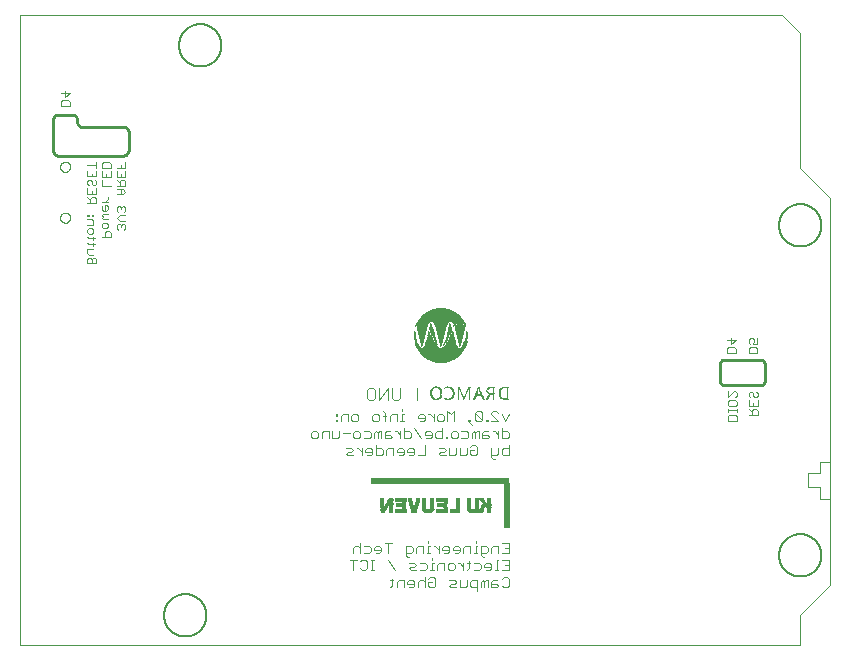
<source format=gbo>
G75*
%MOIN*%
%OFA0B0*%
%FSLAX25Y25*%
%IPPOS*%
%LPD*%
%AMOC8*
5,1,8,0,0,1.08239X$1,22.5*
%
%ADD10C,0.00300*%
%ADD11R,0.01750X0.00070*%
%ADD12R,0.01750X0.00070*%
%ADD13R,0.00560X0.00070*%
%ADD14R,0.01540X0.00070*%
%ADD15R,0.01540X0.00070*%
%ADD16R,0.01400X0.00070*%
%ADD17R,0.01260X0.00070*%
%ADD18R,0.03850X0.00070*%
%ADD19R,0.01540X0.00070*%
%ADD20R,0.02030X0.00070*%
%ADD21R,0.03430X0.00070*%
%ADD22R,0.02100X0.00070*%
%ADD23R,0.01680X0.00070*%
%ADD24R,0.01330X0.00070*%
%ADD25R,0.01610X0.00070*%
%ADD26R,0.02450X0.00070*%
%ADD27R,0.02380X0.00070*%
%ADD28R,0.01470X0.00070*%
%ADD29R,0.01260X0.00070*%
%ADD30R,0.03850X0.00070*%
%ADD31R,0.01680X0.00070*%
%ADD32R,0.02730X0.00070*%
%ADD33R,0.03430X0.00070*%
%ADD34R,0.01610X0.00070*%
%ADD35R,0.01330X0.00070*%
%ADD36R,0.01470X0.00070*%
%ADD37R,0.02870X0.00070*%
%ADD38R,0.02940X0.00070*%
%ADD39R,0.03080X0.00070*%
%ADD40R,0.01540X0.00070*%
%ADD41R,0.03290X0.00070*%
%ADD42R,0.03220X0.00070*%
%ADD43R,0.01820X0.00070*%
%ADD44R,0.03360X0.00070*%
%ADD45R,0.01820X0.00070*%
%ADD46R,0.03500X0.00070*%
%ADD47R,0.01890X0.00070*%
%ADD48R,0.03570X0.00070*%
%ADD49R,0.03640X0.00070*%
%ADD50R,0.01960X0.00070*%
%ADD51R,0.03710X0.00070*%
%ADD52R,0.03640X0.00070*%
%ADD53R,0.01960X0.00070*%
%ADD54R,0.03710X0.00070*%
%ADD55R,0.03780X0.00070*%
%ADD56R,0.02030X0.00070*%
%ADD57R,0.03920X0.00070*%
%ADD58R,0.03990X0.00070*%
%ADD59R,0.03920X0.00070*%
%ADD60R,0.01890X0.00070*%
%ADD61R,0.02170X0.00070*%
%ADD62R,0.02170X0.00070*%
%ADD63R,0.02240X0.00070*%
%ADD64R,0.02310X0.00070*%
%ADD65R,0.01470X0.00070*%
%ADD66R,0.02310X0.00070*%
%ADD67R,0.02100X0.00070*%
%ADD68R,0.02380X0.00070*%
%ADD69R,0.01400X0.00070*%
%ADD70R,0.02240X0.00070*%
%ADD71R,0.02450X0.00070*%
%ADD72R,0.02240X0.00070*%
%ADD73R,0.02520X0.00070*%
%ADD74R,0.02590X0.00070*%
%ADD75R,0.02590X0.00070*%
%ADD76R,0.03570X0.00070*%
%ADD77R,0.03570X0.00070*%
%ADD78R,0.03570X0.00070*%
%ADD79R,0.03290X0.00070*%
%ADD80R,0.01190X0.00070*%
%ADD81R,0.03290X0.00070*%
%ADD82R,0.01120X0.00070*%
%ADD83R,0.01120X0.00070*%
%ADD84R,0.03150X0.00070*%
%ADD85R,0.01190X0.00070*%
%ADD86R,0.03150X0.00070*%
%ADD87R,0.01120X0.00070*%
%ADD88R,0.03010X0.00070*%
%ADD89R,0.01120X0.00070*%
%ADD90R,0.02940X0.00070*%
%ADD91R,0.02870X0.00070*%
%ADD92R,0.02870X0.00070*%
%ADD93R,0.02800X0.00070*%
%ADD94R,0.02730X0.00070*%
%ADD95R,0.01470X0.00070*%
%ADD96R,0.03780X0.00070*%
%ADD97R,0.46270X0.00070*%
%ADD98R,0.46270X0.00070*%
%ADD99R,0.01020X0.00030*%
%ADD100R,0.01800X0.00030*%
%ADD101R,0.02310X0.00030*%
%ADD102R,0.02730X0.00030*%
%ADD103R,0.03090X0.00030*%
%ADD104R,0.03450X0.00030*%
%ADD105R,0.03750X0.00030*%
%ADD106R,0.03990X0.00030*%
%ADD107R,0.04260X0.00030*%
%ADD108R,0.04500X0.00030*%
%ADD109R,0.04710X0.00030*%
%ADD110R,0.04950X0.00030*%
%ADD111R,0.05160X0.00030*%
%ADD112R,0.05340X0.00030*%
%ADD113R,0.05550X0.00030*%
%ADD114R,0.05730X0.00030*%
%ADD115R,0.05910X0.00030*%
%ADD116R,0.06090X0.00030*%
%ADD117R,0.06210X0.00030*%
%ADD118R,0.06390X0.00030*%
%ADD119R,0.06570X0.00030*%
%ADD120R,0.06690X0.00030*%
%ADD121R,0.06870X0.00030*%
%ADD122R,0.06990X0.00030*%
%ADD123R,0.07140X0.00030*%
%ADD124R,0.07290X0.00030*%
%ADD125R,0.07410X0.00030*%
%ADD126R,0.07530X0.00030*%
%ADD127R,0.07650X0.00030*%
%ADD128R,0.07770X0.00030*%
%ADD129R,0.07920X0.00030*%
%ADD130R,0.08040X0.00030*%
%ADD131R,0.08160X0.00030*%
%ADD132R,0.08280X0.00030*%
%ADD133R,0.08370X0.00030*%
%ADD134R,0.08490X0.00030*%
%ADD135R,0.08610X0.00030*%
%ADD136R,0.08730X0.00030*%
%ADD137R,0.08850X0.00030*%
%ADD138R,0.08910X0.00030*%
%ADD139R,0.09030X0.00030*%
%ADD140R,0.09150X0.00030*%
%ADD141R,0.09270X0.00030*%
%ADD142R,0.09330X0.00030*%
%ADD143R,0.09450X0.00030*%
%ADD144R,0.09540X0.00030*%
%ADD145R,0.09630X0.00030*%
%ADD146R,0.09750X0.00030*%
%ADD147R,0.09810X0.00030*%
%ADD148R,0.09930X0.00030*%
%ADD149R,0.09990X0.00030*%
%ADD150R,0.10110X0.00030*%
%ADD151R,0.10170X0.00030*%
%ADD152R,0.10290X0.00030*%
%ADD153R,0.10350X0.00030*%
%ADD154R,0.10440X0.00030*%
%ADD155R,0.10530X0.00030*%
%ADD156R,0.10590X0.00030*%
%ADD157R,0.10710X0.00030*%
%ADD158R,0.10770X0.00030*%
%ADD159R,0.10830X0.00030*%
%ADD160R,0.10950X0.00030*%
%ADD161R,0.11010X0.00030*%
%ADD162R,0.11070X0.00030*%
%ADD163R,0.11160X0.00030*%
%ADD164R,0.11250X0.00030*%
%ADD165R,0.11310X0.00030*%
%ADD166R,0.11370X0.00030*%
%ADD167R,0.11430X0.00030*%
%ADD168R,0.11550X0.00030*%
%ADD169R,0.11610X0.00030*%
%ADD170R,0.11670X0.00030*%
%ADD171R,0.11730X0.00030*%
%ADD172R,0.11790X0.00030*%
%ADD173R,0.11910X0.00030*%
%ADD174R,0.11970X0.00030*%
%ADD175R,0.12030X0.00030*%
%ADD176R,0.12090X0.00030*%
%ADD177R,0.12150X0.00030*%
%ADD178R,0.12210X0.00030*%
%ADD179R,0.12270X0.00030*%
%ADD180R,0.12330X0.00030*%
%ADD181R,0.12390X0.00030*%
%ADD182R,0.12450X0.00030*%
%ADD183R,0.12510X0.00030*%
%ADD184R,0.12570X0.00030*%
%ADD185R,0.12630X0.00030*%
%ADD186R,0.12690X0.00030*%
%ADD187R,0.12750X0.00030*%
%ADD188R,0.12810X0.00030*%
%ADD189R,0.12870X0.00030*%
%ADD190R,0.12930X0.00030*%
%ADD191R,0.12990X0.00030*%
%ADD192R,0.13050X0.00030*%
%ADD193R,0.13110X0.00030*%
%ADD194R,0.13170X0.00030*%
%ADD195R,0.13230X0.00030*%
%ADD196R,0.13290X0.00030*%
%ADD197R,0.13350X0.00030*%
%ADD198R,0.13410X0.00030*%
%ADD199R,0.13470X0.00030*%
%ADD200R,0.13530X0.00030*%
%ADD201R,0.13590X0.00030*%
%ADD202R,0.13650X0.00030*%
%ADD203R,0.13710X0.00030*%
%ADD204R,0.13770X0.00030*%
%ADD205R,0.13830X0.00030*%
%ADD206R,0.13890X0.00030*%
%ADD207R,0.13950X0.00030*%
%ADD208R,0.14010X0.00030*%
%ADD209R,0.14070X0.00030*%
%ADD210R,0.14130X0.00030*%
%ADD211R,0.14160X0.00030*%
%ADD212R,0.14190X0.00030*%
%ADD213R,0.14250X0.00030*%
%ADD214R,0.14310X0.00030*%
%ADD215R,0.14370X0.00030*%
%ADD216R,0.14430X0.00030*%
%ADD217R,0.14490X0.00030*%
%ADD218R,0.14550X0.00030*%
%ADD219R,0.14610X0.00030*%
%ADD220R,0.14670X0.00030*%
%ADD221R,0.14700X0.00030*%
%ADD222R,0.14730X0.00030*%
%ADD223R,0.14790X0.00030*%
%ADD224R,0.14850X0.00030*%
%ADD225R,0.14910X0.00030*%
%ADD226R,0.14970X0.00030*%
%ADD227R,0.15030X0.00030*%
%ADD228R,0.15090X0.00030*%
%ADD229R,0.15150X0.00030*%
%ADD230R,0.15210X0.00030*%
%ADD231R,0.15270X0.00030*%
%ADD232R,0.15330X0.00030*%
%ADD233R,0.15390X0.00030*%
%ADD234R,0.15450X0.00030*%
%ADD235R,0.15510X0.00030*%
%ADD236R,0.15570X0.00030*%
%ADD237R,0.15630X0.00030*%
%ADD238R,0.15690X0.00030*%
%ADD239R,0.15750X0.00030*%
%ADD240R,0.15810X0.00030*%
%ADD241R,0.15870X0.00030*%
%ADD242R,0.15930X0.00030*%
%ADD243R,0.01470X0.00030*%
%ADD244R,0.06090X0.00030*%
%ADD245R,0.06060X0.00030*%
%ADD246R,0.01500X0.00030*%
%ADD247R,0.01350X0.00030*%
%ADD248R,0.01260X0.00030*%
%ADD249R,0.05520X0.00030*%
%ADD250R,0.01200X0.00030*%
%ADD251R,0.05430X0.00030*%
%ADD252R,0.05400X0.00030*%
%ADD253R,0.01230X0.00030*%
%ADD254R,0.01170X0.00030*%
%ADD255R,0.05310X0.00030*%
%ADD256R,0.05280X0.00030*%
%ADD257R,0.01140X0.00030*%
%ADD258R,0.05220X0.00030*%
%ADD259R,0.01170X0.00030*%
%ADD260R,0.01110X0.00030*%
%ADD261R,0.05130X0.00030*%
%ADD262R,0.05070X0.00030*%
%ADD263R,0.05070X0.00030*%
%ADD264R,0.01080X0.00030*%
%ADD265R,0.05010X0.00030*%
%ADD266R,0.04980X0.00030*%
%ADD267R,0.01050X0.00030*%
%ADD268R,0.04890X0.00030*%
%ADD269R,0.04830X0.00030*%
%ADD270R,0.04800X0.00030*%
%ADD271R,0.04770X0.00030*%
%ADD272R,0.04740X0.00030*%
%ADD273R,0.04680X0.00030*%
%ADD274R,0.04620X0.00030*%
%ADD275R,0.01020X0.00030*%
%ADD276R,0.04590X0.00030*%
%ADD277R,0.04560X0.00030*%
%ADD278R,0.04530X0.00030*%
%ADD279R,0.04470X0.00030*%
%ADD280R,0.04440X0.00030*%
%ADD281R,0.04410X0.00030*%
%ADD282R,0.04380X0.00030*%
%ADD283R,0.04350X0.00030*%
%ADD284R,0.00030X0.00030*%
%ADD285R,0.04320X0.00030*%
%ADD286R,0.04290X0.00030*%
%ADD287R,0.00990X0.00030*%
%ADD288R,0.00060X0.00030*%
%ADD289R,0.00090X0.00030*%
%ADD290R,0.04230X0.00030*%
%ADD291R,0.00090X0.00030*%
%ADD292R,0.04200X0.00030*%
%ADD293R,0.00990X0.00030*%
%ADD294R,0.00120X0.00030*%
%ADD295R,0.04170X0.00030*%
%ADD296R,0.00120X0.00030*%
%ADD297R,0.00150X0.00030*%
%ADD298R,0.04140X0.00030*%
%ADD299R,0.04110X0.00030*%
%ADD300R,0.00180X0.00030*%
%ADD301R,0.04080X0.00030*%
%ADD302R,0.00210X0.00030*%
%ADD303R,0.04050X0.00030*%
%ADD304R,0.04020X0.00030*%
%ADD305R,0.00240X0.00030*%
%ADD306R,0.04020X0.00030*%
%ADD307R,0.03990X0.00030*%
%ADD308R,0.00270X0.00030*%
%ADD309R,0.03960X0.00030*%
%ADD310R,0.00270X0.00030*%
%ADD311R,0.00300X0.00030*%
%ADD312R,0.03930X0.00030*%
%ADD313R,0.03900X0.00030*%
%ADD314R,0.00330X0.00030*%
%ADD315R,0.00360X0.00030*%
%ADD316R,0.03870X0.00030*%
%ADD317R,0.03840X0.00030*%
%ADD318R,0.03840X0.00030*%
%ADD319R,0.03810X0.00030*%
%ADD320R,0.00390X0.00030*%
%ADD321R,0.03780X0.00030*%
%ADD322R,0.00390X0.00030*%
%ADD323R,0.00420X0.00030*%
%ADD324R,0.00420X0.00030*%
%ADD325R,0.00450X0.00030*%
%ADD326R,0.03720X0.00030*%
%ADD327R,0.00480X0.00030*%
%ADD328R,0.03690X0.00030*%
%ADD329R,0.03660X0.00030*%
%ADD330R,0.03630X0.00030*%
%ADD331R,0.00510X0.00030*%
%ADD332R,0.03600X0.00030*%
%ADD333R,0.00540X0.00030*%
%ADD334R,0.03570X0.00030*%
%ADD335R,0.03540X0.00030*%
%ADD336R,0.00570X0.00030*%
%ADD337R,0.00570X0.00030*%
%ADD338R,0.03510X0.00030*%
%ADD339R,0.00600X0.00030*%
%ADD340R,0.03480X0.00030*%
%ADD341R,0.00630X0.00030*%
%ADD342R,0.00660X0.00030*%
%ADD343R,0.03420X0.00030*%
%ADD344R,0.03390X0.00030*%
%ADD345R,0.03390X0.00030*%
%ADD346R,0.00690X0.00030*%
%ADD347R,0.03360X0.00030*%
%ADD348R,0.00690X0.00030*%
%ADD349R,0.00720X0.00030*%
%ADD350R,0.03330X0.00030*%
%ADD351R,0.00720X0.00030*%
%ADD352R,0.03300X0.00030*%
%ADD353R,0.00750X0.00030*%
%ADD354R,0.03270X0.00030*%
%ADD355R,0.00780X0.00030*%
%ADD356R,0.03240X0.00030*%
%ADD357R,0.03210X0.00030*%
%ADD358R,0.00810X0.00030*%
%ADD359R,0.03180X0.00030*%
%ADD360R,0.00840X0.00030*%
%ADD361R,0.03150X0.00030*%
%ADD362R,0.03120X0.00030*%
%ADD363R,0.00960X0.00030*%
%ADD364R,0.03120X0.00030*%
%ADD365R,0.00240X0.00030*%
%ADD366R,0.03090X0.00030*%
%ADD367R,0.00870X0.00030*%
%ADD368R,0.00870X0.00030*%
%ADD369R,0.03060X0.00030*%
%ADD370R,0.00900X0.00030*%
%ADD371R,0.03030X0.00030*%
%ADD372R,0.03000X0.00030*%
%ADD373R,0.00930X0.00030*%
%ADD374R,0.02970X0.00030*%
%ADD375R,0.02940X0.00030*%
%ADD376R,0.02940X0.00030*%
%ADD377R,0.02910X0.00030*%
%ADD378R,0.02880X0.00030*%
%ADD379R,0.02850X0.00030*%
%ADD380R,0.02820X0.00030*%
%ADD381R,0.02790X0.00030*%
%ADD382R,0.02760X0.00030*%
%ADD383R,0.02700X0.00030*%
%ADD384R,0.02670X0.00030*%
%ADD385R,0.02670X0.00030*%
%ADD386R,0.02640X0.00030*%
%ADD387R,0.02610X0.00030*%
%ADD388R,0.02580X0.00030*%
%ADD389R,0.02550X0.00030*%
%ADD390R,0.02520X0.00030*%
%ADD391R,0.02490X0.00030*%
%ADD392R,0.01290X0.00030*%
%ADD393R,0.02490X0.00030*%
%ADD394R,0.02460X0.00030*%
%ADD395R,0.02430X0.00030*%
%ADD396R,0.01290X0.00030*%
%ADD397R,0.01320X0.00030*%
%ADD398R,0.01320X0.00030*%
%ADD399R,0.02400X0.00030*%
%ADD400R,0.02370X0.00030*%
%ADD401R,0.02340X0.00030*%
%ADD402R,0.01380X0.00030*%
%ADD403R,0.01410X0.00030*%
%ADD404R,0.02280X0.00030*%
%ADD405R,0.01440X0.00030*%
%ADD406R,0.02250X0.00030*%
%ADD407R,0.00540X0.00030*%
%ADD408R,0.02220X0.00030*%
%ADD409R,0.02220X0.00030*%
%ADD410R,0.01470X0.00030*%
%ADD411R,0.02190X0.00030*%
%ADD412R,0.02160X0.00030*%
%ADD413R,0.02130X0.00030*%
%ADD414R,0.01530X0.00030*%
%ADD415R,0.02100X0.00030*%
%ADD416R,0.01560X0.00030*%
%ADD417R,0.02070X0.00030*%
%ADD418R,0.02040X0.00030*%
%ADD419R,0.02040X0.00030*%
%ADD420R,0.01590X0.00030*%
%ADD421R,0.02010X0.00030*%
%ADD422R,0.01590X0.00030*%
%ADD423R,0.01620X0.00030*%
%ADD424R,0.01980X0.00030*%
%ADD425R,0.01620X0.00030*%
%ADD426R,0.01950X0.00030*%
%ADD427R,0.01650X0.00030*%
%ADD428R,0.01920X0.00030*%
%ADD429R,0.01680X0.00030*%
%ADD430R,0.01890X0.00030*%
%ADD431R,0.01860X0.00030*%
%ADD432R,0.01710X0.00030*%
%ADD433R,0.01830X0.00030*%
%ADD434R,0.01740X0.00030*%
%ADD435R,0.01770X0.00030*%
%ADD436R,0.01770X0.00030*%
%ADD437R,0.01890X0.00030*%
%ADD438R,0.01920X0.00030*%
%ADD439R,0.00840X0.00030*%
%ADD440R,0.02070X0.00030*%
%ADD441R,0.01140X0.00030*%
%ADD442R,0.02190X0.00030*%
%ADD443R,0.02370X0.00030*%
%ADD444R,0.02520X0.00030*%
%ADD445R,0.02790X0.00030*%
%ADD446R,0.02820X0.00030*%
%ADD447R,0.02970X0.00030*%
%ADD448R,0.03270X0.00030*%
%ADD449R,0.03420X0.00030*%
%ADD450R,0.03690X0.00030*%
%ADD451R,0.04290X0.00030*%
%ADD452R,0.04650X0.00030*%
%ADD453R,0.04890X0.00030*%
%ADD454R,0.04920X0.00030*%
%ADD455R,0.05040X0.00030*%
%ADD456R,0.05100X0.00030*%
%ADD457R,0.05190X0.00030*%
%ADD458R,0.05250X0.00030*%
%ADD459R,0.05370X0.00030*%
%ADD460R,0.05490X0.00030*%
%ADD461R,0.04170X0.00030*%
%ADD462R,0.05640X0.00030*%
%ADD463R,0.05880X0.00030*%
%ADD464R,0.15360X0.00030*%
%ADD465R,0.14100X0.00030*%
%ADD466R,0.11850X0.00030*%
%ADD467R,0.11490X0.00030*%
%ADD468R,0.11130X0.00030*%
%ADD469R,0.10890X0.00030*%
%ADD470R,0.10650X0.00030*%
%ADD471R,0.10410X0.00030*%
%ADD472R,0.10230X0.00030*%
%ADD473R,0.09900X0.00030*%
%ADD474R,0.09690X0.00030*%
%ADD475R,0.09510X0.00030*%
%ADD476R,0.09210X0.00030*%
%ADD477R,0.08790X0.00030*%
%ADD478R,0.08250X0.00030*%
%ADD479R,0.08130X0.00030*%
%ADD480R,0.08010X0.00030*%
%ADD481R,0.07890X0.00030*%
%ADD482R,0.07260X0.00030*%
%ADD483R,0.07110X0.00030*%
%ADD484R,0.06810X0.00030*%
%ADD485R,0.06510X0.00030*%
%ADD486R,0.06030X0.00030*%
%ADD487R,0.05700X0.00030*%
%ADD488R,0.04470X0.00030*%
%ADD489R,0.00650X0.00050*%
%ADD490R,0.00800X0.00050*%
%ADD491R,0.01150X0.00050*%
%ADD492R,0.01400X0.00050*%
%ADD493R,0.00300X0.00050*%
%ADD494R,0.00200X0.00050*%
%ADD495R,0.00250X0.00050*%
%ADD496R,0.00350X0.00050*%
%ADD497R,0.01450X0.00050*%
%ADD498R,0.01700X0.00050*%
%ADD499R,0.01650X0.00050*%
%ADD500R,0.01850X0.00050*%
%ADD501R,0.01900X0.00050*%
%ADD502R,0.01950X0.00050*%
%ADD503R,0.02050X0.00050*%
%ADD504R,0.00600X0.00050*%
%ADD505R,0.00850X0.00050*%
%ADD506R,0.02150X0.00050*%
%ADD507R,0.00700X0.00050*%
%ADD508R,0.00400X0.00050*%
%ADD509R,0.00900X0.00050*%
%ADD510R,0.00550X0.00050*%
%ADD511R,0.00100X0.00050*%
%ADD512R,0.00450X0.00050*%
%ADD513R,0.00500X0.00050*%
%ADD514R,0.02350X0.00050*%
%ADD515R,0.02300X0.00050*%
%ADD516R,0.02250X0.00050*%
%ADD517R,0.02200X0.00050*%
%ADD518R,0.01800X0.00050*%
%ADD519R,0.00750X0.00050*%
%ADD520R,0.02000X0.00050*%
%ADD521R,0.02100X0.00050*%
%ADD522R,0.01750X0.00050*%
%ADD523R,0.01350X0.00050*%
%ADD524R,0.01500X0.00050*%
%ADD525R,0.01050X0.00050*%
%ADD526R,0.00150X0.00050*%
%ADD527C,0.00400*%
%ADD528C,0.00000*%
%ADD529C,0.01000*%
%ADD530C,0.00500*%
D10*
X0111970Y0074538D02*
X0111970Y0075706D01*
X0112554Y0076290D01*
X0113721Y0076290D01*
X0114305Y0075706D01*
X0114305Y0074538D01*
X0113721Y0073955D01*
X0112554Y0073955D01*
X0111970Y0074538D01*
X0115469Y0073955D02*
X0115469Y0075706D01*
X0116053Y0076290D01*
X0117804Y0076290D01*
X0117804Y0073955D01*
X0118968Y0073955D02*
X0118968Y0076290D01*
X0121303Y0076290D02*
X0121303Y0074538D01*
X0120719Y0073955D01*
X0118968Y0073955D01*
X0122467Y0075706D02*
X0124802Y0075706D01*
X0125966Y0075706D02*
X0126550Y0076290D01*
X0127717Y0076290D01*
X0128301Y0075706D01*
X0128301Y0074538D01*
X0127717Y0073955D01*
X0126550Y0073955D01*
X0125966Y0074538D01*
X0125966Y0075706D01*
X0129465Y0076290D02*
X0131216Y0076290D01*
X0131800Y0075706D01*
X0131800Y0074538D01*
X0131216Y0073955D01*
X0129465Y0073955D01*
X0132964Y0073955D02*
X0132964Y0075706D01*
X0133548Y0076290D01*
X0134131Y0075706D01*
X0134131Y0073955D01*
X0135299Y0073955D02*
X0135299Y0076290D01*
X0134715Y0076290D01*
X0134131Y0075706D01*
X0136463Y0075706D02*
X0137047Y0076290D01*
X0138214Y0076290D01*
X0138214Y0075122D02*
X0136463Y0075122D01*
X0136463Y0075706D02*
X0136463Y0073955D01*
X0138214Y0073955D01*
X0138798Y0074538D01*
X0138214Y0075122D01*
X0139962Y0076290D02*
X0140546Y0076290D01*
X0141714Y0075122D01*
X0141714Y0073955D02*
X0141714Y0076290D01*
X0142878Y0076290D02*
X0144629Y0076290D01*
X0145213Y0075706D01*
X0145213Y0074538D01*
X0144629Y0073955D01*
X0142878Y0073955D01*
X0142878Y0077458D01*
X0142880Y0079655D02*
X0141713Y0079655D01*
X0142296Y0079655D02*
X0142296Y0081990D01*
X0142880Y0081990D01*
X0142296Y0083158D02*
X0142296Y0083741D01*
X0140548Y0081990D02*
X0138796Y0081990D01*
X0138212Y0081406D01*
X0138212Y0079655D01*
X0136465Y0079655D02*
X0136465Y0082574D01*
X0135881Y0083158D01*
X0135881Y0081406D02*
X0137049Y0081406D01*
X0134716Y0081406D02*
X0134716Y0080238D01*
X0134132Y0079655D01*
X0132964Y0079655D01*
X0132381Y0080238D01*
X0132381Y0081406D01*
X0132964Y0081990D01*
X0134132Y0081990D01*
X0134716Y0081406D01*
X0140548Y0081990D02*
X0140548Y0079655D01*
X0146377Y0077458D02*
X0148712Y0073955D01*
X0149875Y0075122D02*
X0152211Y0075122D01*
X0152211Y0074538D02*
X0152211Y0075706D01*
X0151627Y0076290D01*
X0150459Y0076290D01*
X0149875Y0075706D01*
X0149875Y0075122D01*
X0150459Y0073955D02*
X0151627Y0073955D01*
X0152211Y0074538D01*
X0153374Y0074538D02*
X0153374Y0075706D01*
X0153958Y0076290D01*
X0155710Y0076290D01*
X0155710Y0077458D02*
X0155710Y0073955D01*
X0153958Y0073955D01*
X0153374Y0074538D01*
X0156875Y0074538D02*
X0156875Y0073955D01*
X0157459Y0073955D01*
X0157459Y0074538D01*
X0156875Y0074538D01*
X0158623Y0074538D02*
X0158623Y0075706D01*
X0159207Y0076290D01*
X0160374Y0076290D01*
X0160958Y0075706D01*
X0160958Y0074538D01*
X0160374Y0073955D01*
X0159207Y0073955D01*
X0158623Y0074538D01*
X0162122Y0073955D02*
X0163873Y0073955D01*
X0164457Y0074538D01*
X0164457Y0075706D01*
X0163873Y0076290D01*
X0162122Y0076290D01*
X0165621Y0075706D02*
X0165621Y0073955D01*
X0166789Y0073955D02*
X0166789Y0075706D01*
X0166205Y0076290D01*
X0165621Y0075706D01*
X0166789Y0075706D02*
X0167372Y0076290D01*
X0167956Y0076290D01*
X0167956Y0073955D01*
X0169120Y0073955D02*
X0170871Y0073955D01*
X0171455Y0074538D01*
X0170871Y0075122D01*
X0169120Y0075122D01*
X0169120Y0075706D02*
X0169120Y0073955D01*
X0169120Y0075706D02*
X0169704Y0076290D01*
X0170871Y0076290D01*
X0172620Y0076290D02*
X0173203Y0076290D01*
X0174371Y0075122D01*
X0174371Y0073955D02*
X0174371Y0076290D01*
X0175535Y0076290D02*
X0177286Y0076290D01*
X0177870Y0075706D01*
X0177870Y0074538D01*
X0177286Y0073955D01*
X0175535Y0073955D01*
X0175535Y0077458D01*
X0174371Y0079655D02*
X0172036Y0081990D01*
X0172036Y0082574D01*
X0172620Y0083158D01*
X0173787Y0083158D01*
X0174371Y0082574D01*
X0175535Y0081990D02*
X0176702Y0079655D01*
X0177870Y0081990D01*
X0174371Y0079655D02*
X0172036Y0079655D01*
X0170872Y0079655D02*
X0170872Y0080238D01*
X0170288Y0080238D01*
X0170288Y0079655D01*
X0170872Y0079655D01*
X0169123Y0080238D02*
X0168539Y0079655D01*
X0167371Y0079655D01*
X0166787Y0080238D01*
X0166787Y0082574D01*
X0169123Y0080238D01*
X0169123Y0082574D01*
X0168539Y0083158D01*
X0167371Y0083158D01*
X0166787Y0082574D01*
X0165040Y0080238D02*
X0165040Y0079655D01*
X0164456Y0079655D01*
X0164456Y0080238D01*
X0165040Y0080238D01*
X0164456Y0079655D02*
X0165624Y0078487D01*
X0159792Y0079655D02*
X0159792Y0083158D01*
X0158624Y0081990D01*
X0157457Y0083158D01*
X0157457Y0079655D01*
X0156293Y0080238D02*
X0155709Y0079655D01*
X0154541Y0079655D01*
X0153958Y0080238D01*
X0153958Y0081406D01*
X0154541Y0081990D01*
X0155709Y0081990D01*
X0156293Y0081406D01*
X0156293Y0080238D01*
X0152794Y0079655D02*
X0152794Y0081990D01*
X0151626Y0081990D02*
X0151042Y0081990D01*
X0151626Y0081990D02*
X0152794Y0080822D01*
X0149878Y0080822D02*
X0147543Y0080822D01*
X0147543Y0081406D01*
X0148127Y0081990D01*
X0149294Y0081990D01*
X0149878Y0081406D01*
X0149878Y0080238D01*
X0149294Y0079655D01*
X0148127Y0079655D01*
X0149878Y0071758D02*
X0149878Y0068255D01*
X0147543Y0068255D01*
X0146379Y0068838D02*
X0146379Y0070006D01*
X0145795Y0070590D01*
X0144628Y0070590D01*
X0144044Y0070006D01*
X0144044Y0069422D01*
X0146379Y0069422D01*
X0146379Y0068838D02*
X0145795Y0068255D01*
X0144628Y0068255D01*
X0142880Y0068838D02*
X0142880Y0070006D01*
X0142296Y0070590D01*
X0141129Y0070590D01*
X0140545Y0070006D01*
X0140545Y0069422D01*
X0142880Y0069422D01*
X0142880Y0068838D02*
X0142296Y0068255D01*
X0141129Y0068255D01*
X0139381Y0068255D02*
X0139381Y0070590D01*
X0137630Y0070590D01*
X0137046Y0070006D01*
X0137046Y0068255D01*
X0135882Y0068838D02*
X0135882Y0070006D01*
X0135298Y0070590D01*
X0133547Y0070590D01*
X0133547Y0071758D02*
X0133547Y0068255D01*
X0135298Y0068255D01*
X0135882Y0068838D01*
X0132383Y0068838D02*
X0132383Y0070006D01*
X0131799Y0070590D01*
X0130632Y0070590D01*
X0130048Y0070006D01*
X0130048Y0069422D01*
X0132383Y0069422D01*
X0132383Y0068838D02*
X0131799Y0068255D01*
X0130632Y0068255D01*
X0128884Y0068255D02*
X0128884Y0070590D01*
X0127717Y0070590D02*
X0128884Y0069422D01*
X0127717Y0070590D02*
X0127133Y0070590D01*
X0125968Y0070006D02*
X0125385Y0070590D01*
X0123633Y0070590D01*
X0124217Y0069422D02*
X0125385Y0069422D01*
X0125968Y0070006D01*
X0125968Y0068255D02*
X0124217Y0068255D01*
X0123633Y0068838D01*
X0124217Y0069422D01*
X0124219Y0079655D02*
X0124219Y0081990D01*
X0122467Y0081990D01*
X0121884Y0081406D01*
X0121884Y0079655D01*
X0120720Y0079655D02*
X0120720Y0080238D01*
X0120136Y0080238D01*
X0120136Y0079655D01*
X0120720Y0079655D01*
X0120720Y0081406D02*
X0120720Y0081990D01*
X0120136Y0081990D01*
X0120136Y0081406D01*
X0120720Y0081406D01*
X0125383Y0081406D02*
X0125966Y0081990D01*
X0127134Y0081990D01*
X0127718Y0081406D01*
X0127718Y0080238D01*
X0127134Y0079655D01*
X0125966Y0079655D01*
X0125383Y0080238D01*
X0125383Y0081406D01*
X0154541Y0070590D02*
X0156292Y0070590D01*
X0156876Y0070006D01*
X0156292Y0069422D01*
X0155125Y0069422D01*
X0154541Y0068838D01*
X0155125Y0068255D01*
X0156876Y0068255D01*
X0158040Y0068255D02*
X0158040Y0070590D01*
X0160375Y0070590D02*
X0160375Y0068838D01*
X0159791Y0068255D01*
X0158040Y0068255D01*
X0161539Y0068255D02*
X0161539Y0070590D01*
X0163874Y0070590D02*
X0163874Y0068838D01*
X0163290Y0068255D01*
X0161539Y0068255D01*
X0165038Y0068838D02*
X0165038Y0070006D01*
X0166205Y0070006D01*
X0165038Y0068838D02*
X0165622Y0068255D01*
X0166789Y0068255D01*
X0167373Y0068838D01*
X0167373Y0071174D01*
X0166789Y0071758D01*
X0165622Y0071758D01*
X0165038Y0071174D01*
X0172036Y0070590D02*
X0172036Y0067671D01*
X0172620Y0067087D01*
X0173203Y0067087D01*
X0173787Y0068255D02*
X0172036Y0068255D01*
X0173787Y0068255D02*
X0174371Y0068838D01*
X0174371Y0070590D01*
X0175535Y0070006D02*
X0175535Y0068838D01*
X0176119Y0068255D01*
X0177870Y0068255D01*
X0177870Y0071758D01*
X0177870Y0070590D02*
X0176119Y0070590D01*
X0175535Y0070006D01*
X0175585Y0039208D02*
X0177920Y0039208D01*
X0177920Y0035705D01*
X0175585Y0035705D01*
X0174421Y0035705D02*
X0174421Y0038040D01*
X0172670Y0038040D01*
X0172086Y0037456D01*
X0172086Y0035705D01*
X0170922Y0036288D02*
X0170922Y0037456D01*
X0170338Y0038040D01*
X0168587Y0038040D01*
X0168587Y0035121D01*
X0169171Y0034537D01*
X0169754Y0034537D01*
X0170338Y0035705D02*
X0168587Y0035705D01*
X0167423Y0035705D02*
X0166255Y0035705D01*
X0166839Y0035705D02*
X0166839Y0038040D01*
X0167423Y0038040D01*
X0166839Y0039208D02*
X0166839Y0039791D01*
X0165090Y0038040D02*
X0163339Y0038040D01*
X0162755Y0037456D01*
X0162755Y0035705D01*
X0161591Y0036288D02*
X0161591Y0037456D01*
X0161008Y0038040D01*
X0159840Y0038040D01*
X0159256Y0037456D01*
X0159256Y0036872D01*
X0161591Y0036872D01*
X0161591Y0036288D02*
X0161008Y0035705D01*
X0159840Y0035705D01*
X0158092Y0036288D02*
X0158092Y0037456D01*
X0157509Y0038040D01*
X0156341Y0038040D01*
X0155757Y0037456D01*
X0155757Y0036872D01*
X0158092Y0036872D01*
X0158092Y0036288D02*
X0157509Y0035705D01*
X0156341Y0035705D01*
X0154593Y0035705D02*
X0154593Y0038040D01*
X0153426Y0038040D02*
X0152842Y0038040D01*
X0153426Y0038040D02*
X0154593Y0036872D01*
X0151678Y0035705D02*
X0150510Y0035705D01*
X0151094Y0035705D02*
X0151094Y0038040D01*
X0151678Y0038040D01*
X0151094Y0039208D02*
X0151094Y0039791D01*
X0149345Y0038040D02*
X0147594Y0038040D01*
X0147010Y0037456D01*
X0147010Y0035705D01*
X0145846Y0036288D02*
X0145262Y0035705D01*
X0143511Y0035705D01*
X0143511Y0035121D02*
X0143511Y0038040D01*
X0145262Y0038040D01*
X0145846Y0037456D01*
X0145846Y0036288D01*
X0144678Y0034537D02*
X0144095Y0034537D01*
X0143511Y0035121D01*
X0144677Y0032340D02*
X0146429Y0032340D01*
X0147012Y0031756D01*
X0146429Y0031172D01*
X0145261Y0031172D01*
X0144677Y0030588D01*
X0145261Y0030005D01*
X0147012Y0030005D01*
X0148176Y0030005D02*
X0149927Y0030005D01*
X0150511Y0030588D01*
X0150511Y0031756D01*
X0149927Y0032340D01*
X0148176Y0032340D01*
X0149345Y0035705D02*
X0149345Y0038040D01*
X0152260Y0034091D02*
X0152260Y0033508D01*
X0152260Y0032340D02*
X0152260Y0030005D01*
X0152844Y0030005D02*
X0151676Y0030005D01*
X0151676Y0027808D02*
X0151092Y0027224D01*
X0151676Y0027808D02*
X0152843Y0027808D01*
X0153427Y0027224D01*
X0153427Y0024888D01*
X0152843Y0024305D01*
X0151676Y0024305D01*
X0151092Y0024888D01*
X0151092Y0026056D01*
X0152259Y0026056D01*
X0149928Y0026056D02*
X0149344Y0026640D01*
X0148177Y0026640D01*
X0147593Y0026056D01*
X0147593Y0024305D01*
X0146429Y0024888D02*
X0146429Y0026056D01*
X0145845Y0026640D01*
X0144678Y0026640D01*
X0144094Y0026056D01*
X0144094Y0025472D01*
X0146429Y0025472D01*
X0146429Y0024888D02*
X0145845Y0024305D01*
X0144678Y0024305D01*
X0142930Y0024305D02*
X0142930Y0026640D01*
X0141179Y0026640D01*
X0140595Y0026056D01*
X0140595Y0024305D01*
X0138847Y0024888D02*
X0138264Y0024305D01*
X0138847Y0024888D02*
X0138847Y0027224D01*
X0139431Y0026640D02*
X0138264Y0026640D01*
X0140014Y0030005D02*
X0137679Y0033508D01*
X0137680Y0035705D02*
X0137680Y0039208D01*
X0136513Y0039208D02*
X0138848Y0039208D01*
X0135349Y0037456D02*
X0134765Y0038040D01*
X0133598Y0038040D01*
X0133014Y0037456D01*
X0133014Y0036872D01*
X0135349Y0036872D01*
X0135349Y0036288D02*
X0135349Y0037456D01*
X0135349Y0036288D02*
X0134765Y0035705D01*
X0133598Y0035705D01*
X0131850Y0036288D02*
X0131266Y0035705D01*
X0129515Y0035705D01*
X0128351Y0035705D02*
X0128351Y0039208D01*
X0127767Y0038040D02*
X0126600Y0038040D01*
X0126016Y0037456D01*
X0126016Y0035705D01*
X0126017Y0033508D02*
X0126017Y0030005D01*
X0128348Y0030588D02*
X0128932Y0030005D01*
X0130100Y0030005D01*
X0130684Y0030588D01*
X0130684Y0032924D01*
X0130100Y0033508D01*
X0128932Y0033508D01*
X0128348Y0032924D01*
X0127185Y0033508D02*
X0124849Y0033508D01*
X0128351Y0037456D02*
X0127767Y0038040D01*
X0129515Y0038040D02*
X0131266Y0038040D01*
X0131850Y0037456D01*
X0131850Y0036288D01*
X0131849Y0033508D02*
X0133016Y0033508D01*
X0132433Y0033508D02*
X0132433Y0030005D01*
X0133016Y0030005D02*
X0131849Y0030005D01*
X0149928Y0027808D02*
X0149928Y0024305D01*
X0154008Y0030005D02*
X0154008Y0031756D01*
X0154591Y0032340D01*
X0156343Y0032340D01*
X0156343Y0030005D01*
X0157507Y0030588D02*
X0158090Y0030005D01*
X0159258Y0030005D01*
X0159842Y0030588D01*
X0159842Y0031756D01*
X0159258Y0032340D01*
X0158090Y0032340D01*
X0157507Y0031756D01*
X0157507Y0030588D01*
X0161006Y0032340D02*
X0161590Y0032340D01*
X0162758Y0031172D01*
X0162758Y0030005D02*
X0162758Y0032340D01*
X0163923Y0032340D02*
X0165090Y0032340D01*
X0164507Y0032924D02*
X0164507Y0030588D01*
X0163923Y0030005D01*
X0166254Y0030005D02*
X0168006Y0030005D01*
X0168589Y0030588D01*
X0168589Y0031756D01*
X0168006Y0032340D01*
X0166254Y0032340D01*
X0169753Y0031756D02*
X0169753Y0031172D01*
X0172088Y0031172D01*
X0172088Y0030588D02*
X0172088Y0031756D01*
X0171505Y0032340D01*
X0170337Y0032340D01*
X0169753Y0031756D01*
X0170337Y0030005D02*
X0171505Y0030005D01*
X0172088Y0030588D01*
X0173253Y0030005D02*
X0174421Y0030005D01*
X0173837Y0030005D02*
X0173837Y0033508D01*
X0174421Y0033508D01*
X0175585Y0033508D02*
X0177920Y0033508D01*
X0177920Y0030005D01*
X0175585Y0030005D01*
X0176752Y0031756D02*
X0177920Y0031756D01*
X0177336Y0027808D02*
X0177920Y0027224D01*
X0177920Y0024888D01*
X0177336Y0024305D01*
X0176169Y0024305D01*
X0175585Y0024888D01*
X0174421Y0024888D02*
X0173837Y0025472D01*
X0172086Y0025472D01*
X0172086Y0026056D02*
X0172086Y0024305D01*
X0173837Y0024305D01*
X0174421Y0024888D01*
X0173837Y0026640D02*
X0172670Y0026640D01*
X0172086Y0026056D01*
X0170922Y0026640D02*
X0170922Y0024305D01*
X0169754Y0024305D02*
X0169754Y0026056D01*
X0169171Y0026640D01*
X0168587Y0026056D01*
X0168587Y0024305D01*
X0167423Y0024305D02*
X0165672Y0024305D01*
X0165088Y0024888D01*
X0165088Y0026056D01*
X0165672Y0026640D01*
X0167423Y0026640D01*
X0167423Y0023137D01*
X0163924Y0024888D02*
X0163340Y0024305D01*
X0161589Y0024305D01*
X0161589Y0026640D01*
X0160425Y0026056D02*
X0159841Y0026640D01*
X0158090Y0026640D01*
X0158674Y0025472D02*
X0158090Y0024888D01*
X0158674Y0024305D01*
X0160425Y0024305D01*
X0159841Y0025472D02*
X0160425Y0026056D01*
X0159841Y0025472D02*
X0158674Y0025472D01*
X0163924Y0024888D02*
X0163924Y0026640D01*
X0169754Y0026056D02*
X0170338Y0026640D01*
X0170922Y0026640D01*
X0175585Y0027224D02*
X0176169Y0027808D01*
X0177336Y0027808D01*
X0170338Y0035705D02*
X0170922Y0036288D01*
X0165090Y0035705D02*
X0165090Y0038040D01*
X0176752Y0037456D02*
X0177920Y0037456D01*
X0152844Y0032340D02*
X0152260Y0032340D01*
X0250896Y0079850D02*
X0250896Y0081301D01*
X0251380Y0081785D01*
X0253315Y0081785D01*
X0253799Y0081301D01*
X0253799Y0079850D01*
X0250896Y0079850D01*
X0250896Y0082797D02*
X0250896Y0083764D01*
X0250896Y0083280D02*
X0253799Y0083280D01*
X0253799Y0082797D02*
X0253799Y0083764D01*
X0253315Y0084761D02*
X0251380Y0084761D01*
X0250896Y0085245D01*
X0250896Y0086212D01*
X0251380Y0086696D01*
X0253315Y0086696D01*
X0253799Y0086212D01*
X0253799Y0085245D01*
X0253315Y0084761D01*
X0253315Y0087707D02*
X0253799Y0088191D01*
X0253799Y0089159D01*
X0253315Y0089642D01*
X0252831Y0089642D01*
X0250896Y0087707D01*
X0250896Y0089642D01*
X0257896Y0089094D02*
X0257896Y0088127D01*
X0258380Y0087643D01*
X0259348Y0088127D02*
X0259348Y0089094D01*
X0258864Y0089578D01*
X0258380Y0089578D01*
X0257896Y0089094D01*
X0259348Y0088127D02*
X0259831Y0087643D01*
X0260315Y0087643D01*
X0260799Y0088127D01*
X0260799Y0089094D01*
X0260315Y0089578D01*
X0260799Y0086631D02*
X0260799Y0084697D01*
X0257896Y0084697D01*
X0257896Y0086631D01*
X0259348Y0085664D02*
X0259348Y0084697D01*
X0259348Y0083685D02*
X0258864Y0083201D01*
X0258864Y0081750D01*
X0258864Y0082717D02*
X0257896Y0083685D01*
X0259348Y0083685D02*
X0260315Y0083685D01*
X0260799Y0083201D01*
X0260799Y0081750D01*
X0257896Y0081750D01*
X0257796Y0102450D02*
X0257796Y0103901D01*
X0258280Y0104385D01*
X0260215Y0104385D01*
X0260699Y0103901D01*
X0260699Y0102450D01*
X0257796Y0102450D01*
X0258280Y0105397D02*
X0257796Y0105880D01*
X0257796Y0106848D01*
X0258280Y0107331D01*
X0259248Y0107331D01*
X0259731Y0106848D01*
X0259731Y0106364D01*
X0259248Y0105397D01*
X0260699Y0105397D01*
X0260699Y0107331D01*
X0253499Y0106848D02*
X0252048Y0105397D01*
X0252048Y0107331D01*
X0253499Y0106848D02*
X0250596Y0106848D01*
X0251080Y0104385D02*
X0253015Y0104385D01*
X0253499Y0103901D01*
X0253499Y0102450D01*
X0250596Y0102450D01*
X0250596Y0103901D01*
X0251080Y0104385D01*
X0050099Y0143962D02*
X0050099Y0144929D01*
X0049615Y0145413D01*
X0049131Y0145413D01*
X0048648Y0144929D01*
X0048164Y0145413D01*
X0047680Y0145413D01*
X0047196Y0144929D01*
X0047196Y0143962D01*
X0047680Y0143478D01*
X0048648Y0144445D02*
X0048648Y0144929D01*
X0048164Y0146424D02*
X0047196Y0147392D01*
X0048164Y0148359D01*
X0050099Y0148359D01*
X0049615Y0149371D02*
X0050099Y0149855D01*
X0050099Y0150822D01*
X0049615Y0151306D01*
X0049131Y0151306D01*
X0048648Y0150822D01*
X0048164Y0151306D01*
X0047680Y0151306D01*
X0047196Y0150822D01*
X0047196Y0149855D01*
X0047680Y0149371D01*
X0048648Y0150338D02*
X0048648Y0150822D01*
X0044231Y0150346D02*
X0044231Y0151313D01*
X0043748Y0151797D01*
X0043264Y0151797D01*
X0043264Y0149862D01*
X0043748Y0149862D02*
X0044231Y0150346D01*
X0043748Y0149862D02*
X0042780Y0149862D01*
X0042296Y0150346D01*
X0042296Y0151313D01*
X0042296Y0152809D02*
X0044231Y0152809D01*
X0044231Y0153776D02*
X0044231Y0154260D01*
X0044231Y0153776D02*
X0043264Y0152809D01*
X0040299Y0152417D02*
X0040299Y0153869D01*
X0039815Y0154352D01*
X0038848Y0154352D01*
X0038364Y0153869D01*
X0038364Y0152417D01*
X0037396Y0152417D02*
X0040299Y0152417D01*
X0038364Y0153385D02*
X0037396Y0154352D01*
X0037396Y0155364D02*
X0037396Y0157299D01*
X0037880Y0158310D02*
X0037396Y0158794D01*
X0037396Y0159762D01*
X0037880Y0160245D01*
X0038364Y0160245D01*
X0038848Y0159762D01*
X0038848Y0158794D01*
X0039331Y0158310D01*
X0039815Y0158310D01*
X0040299Y0158794D01*
X0040299Y0159762D01*
X0039815Y0160245D01*
X0040299Y0161257D02*
X0037396Y0161257D01*
X0037396Y0163192D01*
X0038848Y0162224D02*
X0038848Y0161257D01*
X0040299Y0161257D02*
X0040299Y0163192D01*
X0040299Y0164203D02*
X0040299Y0166138D01*
X0040299Y0165171D02*
X0037396Y0165171D01*
X0042296Y0165555D02*
X0042296Y0164103D01*
X0045199Y0164103D01*
X0045199Y0165555D01*
X0044715Y0166038D01*
X0042780Y0166038D01*
X0042296Y0165555D01*
X0042296Y0163092D02*
X0042296Y0161157D01*
X0045199Y0161157D01*
X0045199Y0163092D01*
X0043748Y0162124D02*
X0043748Y0161157D01*
X0042296Y0160145D02*
X0042296Y0158210D01*
X0045199Y0158210D01*
X0047196Y0158210D02*
X0050099Y0158210D01*
X0050099Y0159662D01*
X0049615Y0160145D01*
X0048648Y0160145D01*
X0048164Y0159662D01*
X0048164Y0158210D01*
X0048164Y0159178D02*
X0047196Y0160145D01*
X0047196Y0161157D02*
X0047196Y0163092D01*
X0047196Y0164103D02*
X0050099Y0164103D01*
X0050099Y0166038D01*
X0048648Y0165071D02*
X0048648Y0164103D01*
X0050099Y0163092D02*
X0050099Y0161157D01*
X0047196Y0161157D01*
X0048648Y0161157D02*
X0048648Y0162124D01*
X0048648Y0157199D02*
X0048648Y0155264D01*
X0049131Y0155264D02*
X0050099Y0156231D01*
X0049131Y0157199D01*
X0047196Y0157199D01*
X0047196Y0155264D02*
X0049131Y0155264D01*
X0044231Y0148850D02*
X0042780Y0148850D01*
X0042296Y0148367D01*
X0042780Y0147883D01*
X0042296Y0147399D01*
X0042780Y0146915D01*
X0044231Y0146915D01*
X0043748Y0145904D02*
X0044231Y0145420D01*
X0044231Y0144453D01*
X0043748Y0143969D01*
X0042780Y0143969D01*
X0042296Y0144453D01*
X0042296Y0145420D01*
X0042780Y0145904D01*
X0043748Y0145904D01*
X0039331Y0146502D02*
X0039331Y0145051D01*
X0037396Y0145051D01*
X0037880Y0144040D02*
X0038848Y0144040D01*
X0039331Y0143556D01*
X0039331Y0142588D01*
X0038848Y0142105D01*
X0037880Y0142105D01*
X0037396Y0142588D01*
X0037396Y0143556D01*
X0037880Y0144040D01*
X0039331Y0146502D02*
X0038848Y0146986D01*
X0037396Y0146986D01*
X0037396Y0147998D02*
X0037880Y0147998D01*
X0037880Y0148481D01*
X0037396Y0148481D01*
X0037396Y0147998D01*
X0038848Y0147998D02*
X0039331Y0147998D01*
X0039331Y0148481D01*
X0038848Y0148481D01*
X0038848Y0147998D01*
X0039331Y0141108D02*
X0039331Y0140140D01*
X0039815Y0140624D02*
X0037880Y0140624D01*
X0037396Y0141108D01*
X0037396Y0139143D02*
X0037880Y0138660D01*
X0039815Y0138660D01*
X0039331Y0139143D02*
X0039331Y0138176D01*
X0039331Y0137164D02*
X0037396Y0137164D01*
X0037396Y0135713D01*
X0037880Y0135229D01*
X0039331Y0135229D01*
X0039331Y0134218D02*
X0038848Y0133734D01*
X0038848Y0132283D01*
X0040299Y0132283D02*
X0040299Y0133734D01*
X0039815Y0134218D01*
X0039331Y0134218D01*
X0038848Y0133734D02*
X0038364Y0134218D01*
X0037880Y0134218D01*
X0037396Y0133734D01*
X0037396Y0132283D01*
X0040299Y0132283D01*
X0042296Y0141022D02*
X0045199Y0141022D01*
X0045199Y0142474D01*
X0044715Y0142957D01*
X0043748Y0142957D01*
X0043264Y0142474D01*
X0043264Y0141022D01*
X0049615Y0143478D02*
X0050099Y0143962D01*
X0050099Y0146424D02*
X0048164Y0146424D01*
X0040299Y0155364D02*
X0037396Y0155364D01*
X0038848Y0155364D02*
X0038848Y0156331D01*
X0040299Y0155364D02*
X0040299Y0157299D01*
X0031499Y0184750D02*
X0028596Y0184750D01*
X0028596Y0186201D01*
X0029080Y0186685D01*
X0031015Y0186685D01*
X0031499Y0186201D01*
X0031499Y0184750D01*
X0030048Y0187697D02*
X0030048Y0189631D01*
X0031499Y0189148D02*
X0028596Y0189148D01*
X0030048Y0187697D02*
X0031499Y0189148D01*
D11*
X0177190Y0058725D03*
X0177190Y0058585D03*
X0177190Y0058515D03*
X0177190Y0058375D03*
X0177190Y0058235D03*
X0177190Y0058165D03*
X0177190Y0058025D03*
X0177190Y0057885D03*
X0177190Y0057815D03*
X0177190Y0057675D03*
X0177190Y0057535D03*
X0177190Y0057465D03*
X0177190Y0057325D03*
X0177190Y0057185D03*
X0177190Y0057115D03*
X0177190Y0056975D03*
X0177190Y0056835D03*
X0177190Y0056765D03*
X0177190Y0056625D03*
X0177190Y0056485D03*
X0177190Y0056415D03*
X0177190Y0056275D03*
X0177190Y0056135D03*
X0177190Y0056065D03*
X0177190Y0055925D03*
X0177190Y0055785D03*
X0177190Y0055715D03*
X0177190Y0055575D03*
X0177190Y0055435D03*
X0177190Y0055365D03*
X0177190Y0055225D03*
X0177190Y0055085D03*
X0177190Y0055015D03*
X0177190Y0054875D03*
X0177190Y0054735D03*
X0177190Y0054665D03*
X0177190Y0054525D03*
X0177190Y0054385D03*
X0177190Y0054315D03*
X0177190Y0054175D03*
X0177190Y0054035D03*
X0177190Y0053965D03*
X0177190Y0053825D03*
X0177190Y0053685D03*
X0177190Y0053615D03*
X0177190Y0053475D03*
X0177190Y0053335D03*
X0177190Y0053265D03*
X0177190Y0053125D03*
X0177190Y0052985D03*
X0177190Y0052915D03*
X0177190Y0052775D03*
X0177190Y0052635D03*
X0177190Y0052565D03*
X0177190Y0052425D03*
X0177190Y0052285D03*
X0177190Y0052215D03*
X0177190Y0052075D03*
X0177190Y0051935D03*
X0177190Y0051865D03*
X0177190Y0051725D03*
X0177190Y0051585D03*
X0177190Y0051515D03*
X0177190Y0051375D03*
X0177190Y0051235D03*
X0177190Y0051165D03*
X0177190Y0051025D03*
X0177190Y0050885D03*
X0177190Y0050815D03*
X0177190Y0050675D03*
X0177190Y0050535D03*
X0177190Y0050465D03*
X0177190Y0050325D03*
X0177190Y0050185D03*
X0177190Y0050115D03*
X0177190Y0049975D03*
X0177190Y0049835D03*
X0177190Y0049765D03*
X0177190Y0049625D03*
X0177190Y0049485D03*
X0177190Y0049415D03*
X0177190Y0049275D03*
X0177190Y0049135D03*
X0177190Y0049065D03*
X0177190Y0048925D03*
X0177190Y0048785D03*
X0177190Y0048715D03*
X0177190Y0048575D03*
X0177190Y0048435D03*
X0177190Y0048365D03*
X0177190Y0048225D03*
X0177190Y0048085D03*
X0177190Y0048015D03*
X0177190Y0047875D03*
X0177190Y0047735D03*
X0177190Y0047665D03*
X0177190Y0047525D03*
X0177190Y0047385D03*
X0177190Y0047315D03*
X0177190Y0047175D03*
X0177190Y0047035D03*
X0177190Y0046965D03*
X0177190Y0046825D03*
X0177190Y0046685D03*
X0177190Y0046615D03*
X0177190Y0046475D03*
X0177190Y0046335D03*
X0177190Y0046265D03*
X0177190Y0046125D03*
X0177190Y0045985D03*
X0177190Y0045915D03*
X0177190Y0045775D03*
X0177190Y0045635D03*
X0177190Y0045565D03*
X0177190Y0045425D03*
X0177190Y0045285D03*
X0177190Y0045215D03*
X0177190Y0045075D03*
X0177190Y0044935D03*
X0177190Y0044865D03*
X0177190Y0044725D03*
X0177190Y0044585D03*
X0177190Y0044515D03*
X0177190Y0044375D03*
X0177190Y0044235D03*
X0177190Y0044165D03*
X0177190Y0044025D03*
X0171150Y0050885D03*
X0146320Y0049415D03*
X0138480Y0053125D03*
X0136030Y0049765D03*
D12*
X0138480Y0053195D03*
X0146320Y0049345D03*
X0164800Y0050045D03*
X0177190Y0050045D03*
X0177190Y0049905D03*
X0177190Y0049695D03*
X0177190Y0049555D03*
X0177190Y0049345D03*
X0177190Y0049205D03*
X0177190Y0048995D03*
X0177190Y0048855D03*
X0177190Y0048645D03*
X0177190Y0048505D03*
X0177190Y0048295D03*
X0177190Y0048155D03*
X0177190Y0047945D03*
X0177190Y0047805D03*
X0177190Y0047595D03*
X0177190Y0047455D03*
X0177190Y0047245D03*
X0177190Y0047105D03*
X0177190Y0046895D03*
X0177190Y0046755D03*
X0177190Y0046545D03*
X0177190Y0046405D03*
X0177190Y0046195D03*
X0177190Y0046055D03*
X0177190Y0045845D03*
X0177190Y0045705D03*
X0177190Y0045495D03*
X0177190Y0045355D03*
X0177190Y0045145D03*
X0177190Y0045005D03*
X0177190Y0044795D03*
X0177190Y0044655D03*
X0177190Y0044445D03*
X0177190Y0044305D03*
X0177190Y0044095D03*
X0177190Y0050255D03*
X0177190Y0050395D03*
X0177190Y0050605D03*
X0177190Y0050745D03*
X0177190Y0050955D03*
X0177190Y0051095D03*
X0177190Y0051305D03*
X0177190Y0051445D03*
X0177190Y0051655D03*
X0177190Y0051795D03*
X0177190Y0052005D03*
X0177190Y0052145D03*
X0177190Y0052355D03*
X0177190Y0052495D03*
X0177190Y0052705D03*
X0177190Y0052845D03*
X0177190Y0053055D03*
X0177190Y0053195D03*
X0177190Y0053405D03*
X0177190Y0053545D03*
X0177190Y0053755D03*
X0177190Y0053895D03*
X0177190Y0054105D03*
X0177190Y0054245D03*
X0177190Y0054455D03*
X0177190Y0054595D03*
X0177190Y0054805D03*
X0177190Y0054945D03*
X0177190Y0055155D03*
X0177190Y0055295D03*
X0177190Y0055505D03*
X0177190Y0055645D03*
X0177190Y0055855D03*
X0177190Y0055995D03*
X0177190Y0056205D03*
X0177190Y0056345D03*
X0177190Y0056555D03*
X0177190Y0056695D03*
X0177190Y0056905D03*
X0177190Y0057045D03*
X0177190Y0057255D03*
X0177190Y0057395D03*
X0177190Y0057605D03*
X0177190Y0057745D03*
X0177190Y0057955D03*
X0177190Y0058095D03*
X0177190Y0058305D03*
X0177190Y0058445D03*
X0177190Y0058655D03*
D13*
X0165955Y0048925D03*
X0150975Y0048925D03*
D14*
X0150975Y0048995D03*
X0138585Y0053545D03*
X0135925Y0049345D03*
X0169085Y0053055D03*
X0169295Y0052845D03*
D15*
X0168805Y0053405D03*
X0165955Y0048995D03*
D16*
X0167285Y0050325D03*
X0167355Y0050465D03*
X0167355Y0050535D03*
X0164555Y0050535D03*
X0164555Y0050465D03*
X0160845Y0050185D03*
X0156785Y0050185D03*
X0156785Y0050885D03*
X0152375Y0050465D03*
X0149645Y0050325D03*
X0149575Y0050675D03*
X0144955Y0053265D03*
X0143065Y0052635D03*
X0143065Y0050885D03*
X0143065Y0050185D03*
X0135855Y0049135D03*
X0135855Y0049065D03*
X0171325Y0050535D03*
X0171325Y0052215D03*
D17*
X0152445Y0052215D03*
X0152445Y0052285D03*
X0152445Y0052425D03*
X0152445Y0052565D03*
X0152445Y0052635D03*
X0152445Y0052775D03*
X0152445Y0052915D03*
X0152445Y0052985D03*
X0152445Y0053125D03*
X0152445Y0053265D03*
X0152445Y0053335D03*
X0152445Y0053475D03*
X0152445Y0053615D03*
X0152445Y0053685D03*
X0152445Y0052075D03*
X0152445Y0051935D03*
X0152445Y0051865D03*
X0152445Y0051725D03*
X0152445Y0051585D03*
X0152445Y0051515D03*
X0152445Y0051375D03*
X0152445Y0051235D03*
X0152445Y0051165D03*
X0152445Y0051025D03*
X0147405Y0052215D03*
X0147405Y0052285D03*
X0147335Y0052075D03*
X0147335Y0051935D03*
X0147265Y0051725D03*
X0147195Y0051585D03*
X0147195Y0051515D03*
X0147125Y0051235D03*
X0147125Y0051165D03*
X0147055Y0051025D03*
X0145655Y0050885D03*
X0145585Y0051025D03*
X0145515Y0051235D03*
X0145445Y0051515D03*
X0145445Y0051585D03*
X0145375Y0051725D03*
X0145375Y0051865D03*
X0145305Y0051935D03*
X0145305Y0052075D03*
X0145235Y0052215D03*
X0145235Y0052285D03*
X0145165Y0052565D03*
X0145095Y0052775D03*
X0147475Y0052565D03*
X0147545Y0052775D03*
X0147685Y0053265D03*
X0138725Y0051585D03*
X0138725Y0051515D03*
X0138725Y0051375D03*
X0138725Y0051235D03*
X0138725Y0051165D03*
X0138725Y0051025D03*
X0138725Y0050885D03*
X0138725Y0050815D03*
X0138725Y0050675D03*
X0138725Y0050535D03*
X0138725Y0050465D03*
X0138725Y0050325D03*
X0138725Y0050185D03*
X0138725Y0050115D03*
X0138725Y0049975D03*
X0138725Y0049835D03*
X0138725Y0049765D03*
X0138725Y0049625D03*
X0138725Y0049485D03*
X0138725Y0049415D03*
X0138725Y0049275D03*
X0138725Y0049135D03*
X0138725Y0049065D03*
X0135785Y0051375D03*
X0135785Y0051515D03*
X0135785Y0051585D03*
X0135785Y0051725D03*
X0135785Y0051865D03*
X0135785Y0051935D03*
X0135785Y0052075D03*
X0135785Y0052215D03*
X0135785Y0052285D03*
X0135785Y0052425D03*
X0135785Y0052565D03*
X0135785Y0052635D03*
X0135785Y0052775D03*
X0135785Y0052915D03*
X0135785Y0052985D03*
X0135785Y0053125D03*
X0135785Y0053265D03*
X0135785Y0053335D03*
X0135785Y0053475D03*
X0135785Y0053615D03*
X0135785Y0053685D03*
D18*
X0141840Y0050115D03*
X0141840Y0049975D03*
X0141840Y0049835D03*
X0141840Y0049765D03*
X0141840Y0049625D03*
X0141840Y0049485D03*
X0141840Y0049415D03*
X0141840Y0049275D03*
X0141840Y0049135D03*
X0141840Y0049065D03*
X0151010Y0049835D03*
X0155560Y0049835D03*
X0155560Y0049765D03*
X0155560Y0049625D03*
X0155560Y0049485D03*
X0155560Y0049415D03*
X0155560Y0049275D03*
X0155560Y0049135D03*
X0155560Y0049065D03*
X0155560Y0049975D03*
X0155560Y0050115D03*
D19*
X0146355Y0049065D03*
X0169155Y0052985D03*
X0169505Y0052565D03*
X0171255Y0050675D03*
D20*
X0151010Y0049065D03*
X0146320Y0049835D03*
X0138340Y0052635D03*
X0136170Y0050325D03*
D21*
X0151010Y0049485D03*
X0159830Y0049485D03*
X0159830Y0049415D03*
X0159830Y0049275D03*
X0159830Y0049135D03*
X0159830Y0049065D03*
X0159830Y0049625D03*
X0159830Y0049765D03*
X0159830Y0049835D03*
X0159830Y0049975D03*
X0159830Y0050115D03*
D22*
X0165955Y0049065D03*
X0146355Y0049975D03*
X0138305Y0052565D03*
X0136205Y0050465D03*
D23*
X0135995Y0049625D03*
X0138515Y0053265D03*
X0138515Y0053335D03*
X0146355Y0049275D03*
X0168175Y0049065D03*
X0168245Y0049135D03*
X0168315Y0049275D03*
X0168455Y0049485D03*
X0171185Y0050815D03*
D24*
X0171360Y0050465D03*
X0171360Y0050325D03*
X0171360Y0050185D03*
X0171360Y0050115D03*
X0171360Y0049975D03*
X0171360Y0049835D03*
X0171360Y0049765D03*
X0171360Y0049625D03*
X0171360Y0049485D03*
X0171360Y0049415D03*
X0171360Y0049275D03*
X0171360Y0049135D03*
X0171360Y0049065D03*
X0167390Y0050675D03*
X0167390Y0050815D03*
X0167390Y0050885D03*
X0167390Y0051025D03*
X0167390Y0051165D03*
X0167390Y0051235D03*
X0167390Y0051375D03*
X0167390Y0051515D03*
X0167390Y0051585D03*
X0167390Y0051725D03*
X0167390Y0051865D03*
X0167390Y0051935D03*
X0167390Y0052075D03*
X0167390Y0052215D03*
X0167390Y0052285D03*
X0167390Y0052425D03*
X0167390Y0052565D03*
X0167390Y0052635D03*
X0167390Y0052775D03*
X0167390Y0052915D03*
X0167390Y0052985D03*
X0167390Y0053125D03*
X0167390Y0053265D03*
X0167390Y0053335D03*
X0167390Y0053475D03*
X0167390Y0053615D03*
X0167390Y0053685D03*
X0164520Y0053685D03*
X0164520Y0053615D03*
X0164520Y0053475D03*
X0164520Y0053335D03*
X0164520Y0053265D03*
X0164520Y0053125D03*
X0164520Y0052985D03*
X0164520Y0052915D03*
X0164520Y0052775D03*
X0164520Y0052635D03*
X0164520Y0052565D03*
X0164520Y0052425D03*
X0164520Y0052285D03*
X0164520Y0052215D03*
X0164520Y0052075D03*
X0164520Y0051935D03*
X0164520Y0051865D03*
X0164520Y0051725D03*
X0164520Y0051585D03*
X0164520Y0051515D03*
X0164520Y0051375D03*
X0164520Y0051235D03*
X0164520Y0051165D03*
X0164520Y0051025D03*
X0164520Y0050885D03*
X0164520Y0050815D03*
X0164520Y0050675D03*
X0160880Y0050675D03*
X0160880Y0050815D03*
X0160880Y0050885D03*
X0160880Y0051025D03*
X0160880Y0051165D03*
X0160880Y0051235D03*
X0160880Y0051375D03*
X0160880Y0051515D03*
X0160880Y0051585D03*
X0160880Y0051725D03*
X0160880Y0051865D03*
X0160880Y0051935D03*
X0160880Y0052075D03*
X0160880Y0052215D03*
X0160880Y0052285D03*
X0160880Y0052425D03*
X0160880Y0052565D03*
X0160880Y0052635D03*
X0160880Y0052775D03*
X0160880Y0052915D03*
X0160880Y0052985D03*
X0160880Y0053125D03*
X0160880Y0053265D03*
X0160880Y0053335D03*
X0160880Y0053475D03*
X0160880Y0053615D03*
X0160880Y0053685D03*
X0160880Y0050535D03*
X0160880Y0050465D03*
X0160880Y0050325D03*
X0156820Y0050325D03*
X0156820Y0050465D03*
X0156820Y0050535D03*
X0156820Y0050675D03*
X0156820Y0050815D03*
X0156820Y0052075D03*
X0156820Y0052215D03*
X0156820Y0052285D03*
X0156820Y0052425D03*
X0156820Y0052565D03*
X0156820Y0052635D03*
X0152410Y0050885D03*
X0152410Y0050815D03*
X0152410Y0050675D03*
X0152410Y0050535D03*
X0149610Y0050535D03*
X0149610Y0050465D03*
X0149540Y0050815D03*
X0149540Y0050885D03*
X0149540Y0051025D03*
X0149540Y0051165D03*
X0149540Y0051235D03*
X0149540Y0051375D03*
X0149540Y0051515D03*
X0149540Y0051585D03*
X0149540Y0051725D03*
X0149540Y0051865D03*
X0149540Y0051935D03*
X0149540Y0052075D03*
X0149540Y0052215D03*
X0149540Y0052285D03*
X0149540Y0052425D03*
X0149540Y0052565D03*
X0149540Y0052635D03*
X0149540Y0052775D03*
X0149540Y0052915D03*
X0149540Y0052985D03*
X0149540Y0053125D03*
X0149540Y0053265D03*
X0149540Y0053335D03*
X0149540Y0053475D03*
X0149540Y0053615D03*
X0149540Y0053685D03*
X0147790Y0053685D03*
X0147790Y0053615D03*
X0147720Y0053475D03*
X0147720Y0053335D03*
X0147650Y0053125D03*
X0147580Y0052985D03*
X0147580Y0052915D03*
X0147510Y0052635D03*
X0147440Y0052425D03*
X0147300Y0051865D03*
X0147160Y0051375D03*
X0147020Y0050885D03*
X0145200Y0052425D03*
X0145130Y0052635D03*
X0145060Y0052915D03*
X0145060Y0052985D03*
X0144990Y0053125D03*
X0144920Y0053335D03*
X0144920Y0053475D03*
X0144850Y0053615D03*
X0144850Y0053685D03*
X0143100Y0052565D03*
X0143100Y0052425D03*
X0143100Y0052285D03*
X0143100Y0052215D03*
X0143100Y0052075D03*
X0143100Y0050815D03*
X0143100Y0050675D03*
X0143100Y0050535D03*
X0143100Y0050465D03*
X0143100Y0050325D03*
X0135820Y0051235D03*
X0171360Y0052285D03*
X0171360Y0052425D03*
X0171360Y0052565D03*
X0171360Y0052635D03*
X0171360Y0052775D03*
X0171360Y0052915D03*
X0171360Y0052985D03*
X0171360Y0053125D03*
X0171360Y0053265D03*
X0171360Y0053335D03*
X0171360Y0053475D03*
X0171360Y0053615D03*
X0171360Y0053685D03*
D25*
X0169050Y0053125D03*
X0168910Y0053265D03*
X0168840Y0053335D03*
X0168770Y0053475D03*
X0168630Y0053615D03*
X0168560Y0053685D03*
X0169400Y0050885D03*
X0169330Y0050815D03*
X0169120Y0050535D03*
X0169120Y0050465D03*
X0168980Y0050325D03*
X0168910Y0050185D03*
X0168840Y0050115D03*
X0168770Y0049975D03*
X0168700Y0049835D03*
X0168630Y0049765D03*
X0168560Y0049625D03*
X0168420Y0049415D03*
X0167180Y0050115D03*
X0164730Y0050115D03*
X0152200Y0050115D03*
X0146320Y0049135D03*
X0138550Y0053475D03*
X0135960Y0049485D03*
D26*
X0136380Y0051025D03*
X0138130Y0051865D03*
X0146320Y0050535D03*
X0151010Y0049135D03*
D27*
X0146355Y0050465D03*
X0138165Y0051935D03*
X0136345Y0050885D03*
X0165955Y0049135D03*
D28*
X0167320Y0050395D03*
X0169540Y0052495D03*
X0169680Y0052355D03*
X0171290Y0050605D03*
X0152340Y0050255D03*
X0149680Y0050255D03*
X0143030Y0052705D03*
X0138620Y0053755D03*
X0135890Y0049205D03*
D29*
X0135785Y0051305D03*
X0135785Y0051445D03*
X0135785Y0051655D03*
X0135785Y0051795D03*
X0135785Y0052005D03*
X0135785Y0052145D03*
X0135785Y0052355D03*
X0135785Y0052495D03*
X0135785Y0052705D03*
X0135785Y0052845D03*
X0135785Y0053055D03*
X0135785Y0053195D03*
X0135785Y0053405D03*
X0135785Y0053545D03*
X0135785Y0053755D03*
X0138725Y0051445D03*
X0138725Y0051305D03*
X0138725Y0051095D03*
X0138725Y0050955D03*
X0138725Y0050745D03*
X0138725Y0050605D03*
X0138725Y0050395D03*
X0138725Y0050255D03*
X0138725Y0050045D03*
X0138725Y0049905D03*
X0138725Y0049695D03*
X0138725Y0049555D03*
X0138725Y0049345D03*
X0138725Y0049205D03*
X0145585Y0050955D03*
X0145585Y0051095D03*
X0145515Y0051305D03*
X0145445Y0051445D03*
X0145375Y0051655D03*
X0145375Y0051795D03*
X0145305Y0052005D03*
X0145165Y0052495D03*
X0147265Y0051795D03*
X0147265Y0051655D03*
X0147195Y0051445D03*
X0147125Y0051305D03*
X0147055Y0051095D03*
X0147055Y0050955D03*
X0147335Y0052005D03*
X0147475Y0052495D03*
X0147615Y0053055D03*
X0152445Y0053055D03*
X0152445Y0053195D03*
X0152445Y0053405D03*
X0152445Y0053545D03*
X0152445Y0053755D03*
X0152445Y0052845D03*
X0152445Y0052705D03*
X0152445Y0052495D03*
X0152445Y0052355D03*
X0152445Y0052145D03*
X0152445Y0052005D03*
X0152445Y0051795D03*
X0152445Y0051655D03*
X0152445Y0051445D03*
X0152445Y0051305D03*
X0152445Y0051095D03*
D30*
X0151010Y0049905D03*
X0155560Y0049905D03*
X0155560Y0050045D03*
X0155560Y0049695D03*
X0155560Y0049555D03*
X0155560Y0049345D03*
X0155560Y0049205D03*
X0141840Y0049205D03*
X0141840Y0049345D03*
X0141840Y0049555D03*
X0141840Y0049695D03*
X0141840Y0049905D03*
X0141840Y0050045D03*
D31*
X0146355Y0049205D03*
X0149855Y0050045D03*
X0152165Y0050045D03*
X0167075Y0050045D03*
X0168385Y0049345D03*
X0168525Y0049555D03*
X0168595Y0049695D03*
X0168735Y0049905D03*
X0168525Y0053755D03*
X0135995Y0049695D03*
D32*
X0151010Y0049205D03*
X0165920Y0049205D03*
X0170660Y0052005D03*
D33*
X0170310Y0050955D03*
X0159830Y0050045D03*
X0159830Y0049905D03*
X0159830Y0049695D03*
X0159830Y0049555D03*
X0159830Y0049345D03*
X0159830Y0049205D03*
D34*
X0168280Y0049205D03*
X0168840Y0050045D03*
X0168980Y0050255D03*
X0169050Y0050395D03*
X0169190Y0050605D03*
X0169260Y0050745D03*
X0171220Y0050745D03*
X0168980Y0053195D03*
X0168700Y0053545D03*
X0138550Y0053405D03*
X0135960Y0049555D03*
D35*
X0138690Y0051655D03*
X0143100Y0052145D03*
X0143100Y0052355D03*
X0143100Y0052495D03*
X0143100Y0050745D03*
X0143100Y0050605D03*
X0143100Y0050395D03*
X0143100Y0050255D03*
X0145270Y0052145D03*
X0145200Y0052355D03*
X0145130Y0052705D03*
X0145060Y0052845D03*
X0144990Y0053055D03*
X0144990Y0053195D03*
X0144920Y0053405D03*
X0147510Y0052705D03*
X0147580Y0052845D03*
X0147650Y0053195D03*
X0147720Y0053405D03*
X0147790Y0053545D03*
X0147790Y0053755D03*
X0147440Y0052355D03*
X0147370Y0052145D03*
X0149540Y0052145D03*
X0149540Y0052005D03*
X0149540Y0051795D03*
X0149540Y0051655D03*
X0149540Y0051445D03*
X0149540Y0051305D03*
X0149540Y0051095D03*
X0149540Y0050955D03*
X0149540Y0050745D03*
X0149540Y0052355D03*
X0149540Y0052495D03*
X0149540Y0052705D03*
X0149540Y0052845D03*
X0149540Y0053055D03*
X0149540Y0053195D03*
X0149540Y0053405D03*
X0149540Y0053545D03*
X0149540Y0053755D03*
X0152410Y0050955D03*
X0152410Y0050745D03*
X0152410Y0050605D03*
X0156820Y0050605D03*
X0156820Y0050745D03*
X0156820Y0050395D03*
X0156820Y0050255D03*
X0156820Y0052145D03*
X0156820Y0052355D03*
X0156820Y0052495D03*
X0160880Y0052495D03*
X0160880Y0052355D03*
X0160880Y0052145D03*
X0160880Y0052005D03*
X0160880Y0051795D03*
X0160880Y0051655D03*
X0160880Y0051445D03*
X0160880Y0051305D03*
X0160880Y0051095D03*
X0160880Y0050955D03*
X0160880Y0050745D03*
X0160880Y0050605D03*
X0160880Y0050395D03*
X0160880Y0050255D03*
X0160880Y0052705D03*
X0160880Y0052845D03*
X0160880Y0053055D03*
X0160880Y0053195D03*
X0160880Y0053405D03*
X0160880Y0053545D03*
X0160880Y0053755D03*
X0164520Y0053755D03*
X0164520Y0053545D03*
X0164520Y0053405D03*
X0164520Y0053195D03*
X0164520Y0053055D03*
X0164520Y0052845D03*
X0164520Y0052705D03*
X0164520Y0052495D03*
X0164520Y0052355D03*
X0164520Y0052145D03*
X0164520Y0052005D03*
X0164520Y0051795D03*
X0164520Y0051655D03*
X0164520Y0051445D03*
X0164520Y0051305D03*
X0164520Y0051095D03*
X0164520Y0050955D03*
X0164520Y0050745D03*
X0164520Y0050605D03*
X0167390Y0050745D03*
X0167390Y0050955D03*
X0167390Y0051095D03*
X0167390Y0051305D03*
X0167390Y0051445D03*
X0167390Y0051655D03*
X0167390Y0051795D03*
X0167390Y0052005D03*
X0167390Y0052145D03*
X0167390Y0052355D03*
X0167390Y0052495D03*
X0167390Y0052705D03*
X0167390Y0052845D03*
X0167390Y0053055D03*
X0167390Y0053195D03*
X0167390Y0053405D03*
X0167390Y0053545D03*
X0167390Y0053755D03*
X0171360Y0053755D03*
X0171360Y0053545D03*
X0171360Y0053405D03*
X0171360Y0053195D03*
X0171360Y0053055D03*
X0171360Y0052845D03*
X0171360Y0052705D03*
X0171360Y0052495D03*
X0171360Y0052355D03*
X0171360Y0050395D03*
X0171360Y0050255D03*
X0171360Y0050045D03*
X0171360Y0049905D03*
X0171360Y0049695D03*
X0171360Y0049555D03*
X0171360Y0049345D03*
X0171360Y0049205D03*
D36*
X0169820Y0052215D03*
X0169330Y0052775D03*
X0164590Y0050325D03*
X0152340Y0050325D03*
X0152270Y0050185D03*
X0138620Y0053685D03*
X0135890Y0049275D03*
D37*
X0151010Y0049275D03*
D38*
X0165955Y0049275D03*
D39*
X0165955Y0049345D03*
X0170485Y0051445D03*
X0150975Y0049345D03*
D40*
X0149785Y0050115D03*
X0149715Y0050185D03*
X0138585Y0053615D03*
X0135925Y0049415D03*
X0164695Y0050185D03*
X0167215Y0050185D03*
X0169225Y0050675D03*
X0169435Y0052635D03*
X0169225Y0052915D03*
D41*
X0151010Y0049415D03*
D42*
X0165955Y0049415D03*
X0170415Y0051235D03*
D43*
X0146355Y0049485D03*
X0138445Y0052985D03*
X0136065Y0049835D03*
D44*
X0165955Y0049485D03*
X0170345Y0051025D03*
D45*
X0146355Y0049555D03*
X0138445Y0053055D03*
X0136065Y0049905D03*
D46*
X0150975Y0049555D03*
X0165955Y0049555D03*
D47*
X0146320Y0049625D03*
X0138410Y0052915D03*
X0136100Y0049975D03*
D48*
X0151010Y0049625D03*
X0155700Y0051025D03*
X0155700Y0051165D03*
X0155700Y0051235D03*
X0155700Y0051375D03*
X0155700Y0051515D03*
X0155700Y0051585D03*
X0155700Y0051725D03*
X0155700Y0051865D03*
X0155700Y0051935D03*
D49*
X0165955Y0049625D03*
D50*
X0146355Y0049695D03*
X0138375Y0052845D03*
D51*
X0151010Y0049695D03*
D52*
X0165955Y0049695D03*
D53*
X0146355Y0049765D03*
X0138375Y0052775D03*
X0136135Y0050185D03*
X0136135Y0050115D03*
D54*
X0151010Y0049765D03*
D55*
X0155595Y0052775D03*
X0155595Y0052915D03*
X0155595Y0052985D03*
X0155595Y0053125D03*
X0155595Y0053265D03*
X0155595Y0053335D03*
X0155595Y0053475D03*
X0155595Y0053615D03*
X0155595Y0053685D03*
X0165955Y0049835D03*
X0165955Y0049765D03*
X0141875Y0052775D03*
X0141875Y0052915D03*
X0141875Y0052985D03*
X0141875Y0053125D03*
X0141875Y0053265D03*
X0141875Y0053335D03*
X0141875Y0053475D03*
X0141875Y0053615D03*
X0141875Y0053685D03*
D56*
X0138340Y0052705D03*
X0136170Y0050255D03*
X0146320Y0049905D03*
D57*
X0165955Y0049905D03*
D58*
X0151010Y0049975D03*
D59*
X0165955Y0049975D03*
D60*
X0136100Y0050045D03*
D61*
X0138270Y0052355D03*
X0146320Y0050045D03*
D62*
X0146320Y0050115D03*
X0138270Y0052425D03*
X0136240Y0050535D03*
D63*
X0146355Y0050185D03*
D64*
X0146320Y0050255D03*
X0138200Y0052145D03*
X0136310Y0050745D03*
D65*
X0164660Y0050255D03*
X0167250Y0050255D03*
X0169400Y0052705D03*
D66*
X0146320Y0050325D03*
X0138200Y0052075D03*
X0136310Y0050815D03*
D67*
X0136205Y0050395D03*
X0138305Y0052495D03*
D68*
X0138165Y0052005D03*
X0136345Y0050955D03*
X0146355Y0050395D03*
D69*
X0149575Y0050605D03*
X0149645Y0050395D03*
X0152375Y0050395D03*
X0156785Y0052005D03*
X0156785Y0052705D03*
X0164555Y0050395D03*
X0167355Y0050605D03*
X0144885Y0053545D03*
X0144815Y0053755D03*
X0143065Y0052005D03*
D70*
X0136275Y0050605D03*
D71*
X0136380Y0051095D03*
X0138130Y0051795D03*
X0146320Y0050605D03*
D72*
X0138235Y0052215D03*
X0138235Y0052285D03*
X0136275Y0050675D03*
D73*
X0136415Y0051165D03*
X0138095Y0051725D03*
X0146355Y0050675D03*
D74*
X0146320Y0050745D03*
D75*
X0146320Y0050815D03*
D76*
X0141980Y0050955D03*
X0141980Y0051095D03*
X0141980Y0051305D03*
X0141980Y0051445D03*
X0141980Y0051655D03*
X0141980Y0051795D03*
D77*
X0155700Y0051795D03*
X0155700Y0051655D03*
X0155700Y0051445D03*
X0155700Y0051305D03*
X0155700Y0051095D03*
X0155700Y0050955D03*
D78*
X0141980Y0051025D03*
X0141980Y0051165D03*
X0141980Y0051235D03*
X0141980Y0051375D03*
X0141980Y0051515D03*
X0141980Y0051585D03*
X0141980Y0051725D03*
X0141980Y0051865D03*
X0141980Y0051935D03*
D79*
X0170380Y0051095D03*
D80*
X0145550Y0051165D03*
X0137290Y0051515D03*
X0137220Y0051375D03*
D81*
X0170380Y0051165D03*
D82*
X0137115Y0051235D03*
D83*
X0137185Y0051305D03*
D84*
X0170450Y0051305D03*
D85*
X0145480Y0051375D03*
D86*
X0170450Y0051375D03*
D87*
X0137395Y0051655D03*
X0137255Y0051445D03*
D88*
X0170520Y0051515D03*
X0170520Y0051585D03*
D89*
X0137325Y0051585D03*
D90*
X0170555Y0051655D03*
D91*
X0170590Y0051725D03*
D92*
X0170590Y0051795D03*
X0170590Y0052145D03*
D93*
X0170625Y0052075D03*
X0170625Y0051865D03*
D94*
X0170660Y0051935D03*
D95*
X0169750Y0052285D03*
X0169610Y0052425D03*
D96*
X0155595Y0052845D03*
X0155595Y0053055D03*
X0155595Y0053195D03*
X0155595Y0053405D03*
X0155595Y0053545D03*
X0155595Y0053755D03*
X0141875Y0053755D03*
X0141875Y0053545D03*
X0141875Y0053405D03*
X0141875Y0053195D03*
X0141875Y0053055D03*
X0141875Y0052845D03*
D97*
X0154930Y0058795D03*
X0154930Y0059005D03*
X0154930Y0059145D03*
X0154930Y0059355D03*
X0154930Y0059495D03*
X0154930Y0059705D03*
X0154930Y0059845D03*
X0154930Y0060055D03*
X0154930Y0060195D03*
X0154930Y0060405D03*
D98*
X0154930Y0060475D03*
X0154930Y0060335D03*
X0154930Y0060265D03*
X0154930Y0060125D03*
X0154930Y0059985D03*
X0154930Y0059915D03*
X0154930Y0059775D03*
X0154930Y0059635D03*
X0154930Y0059565D03*
X0154930Y0059425D03*
X0154930Y0059285D03*
X0154930Y0059215D03*
X0154930Y0059075D03*
X0154930Y0058935D03*
X0154930Y0058865D03*
D99*
X0155295Y0099045D03*
X0155265Y0105735D03*
X0155265Y0105765D03*
X0159105Y0108165D03*
X0159105Y0108195D03*
X0157845Y0108465D03*
X0158445Y0110745D03*
X0158445Y0110775D03*
X0152655Y0108585D03*
X0152655Y0108555D03*
X0151455Y0108165D03*
X0147465Y0104565D03*
X0147495Y0104505D03*
X0147555Y0104385D03*
X0147555Y0104355D03*
X0147615Y0104265D03*
X0147645Y0104205D03*
X0150645Y0112005D03*
X0163545Y0105915D03*
X0163515Y0105795D03*
X0163455Y0105615D03*
X0163455Y0105585D03*
X0163395Y0105405D03*
X0163395Y0105375D03*
X0163365Y0105315D03*
X0163365Y0105285D03*
X0163305Y0105135D03*
X0163305Y0105105D03*
X0163245Y0104955D03*
X0163215Y0104895D03*
X0163215Y0104865D03*
X0163155Y0104745D03*
X0163155Y0104715D03*
X0163095Y0104595D03*
X0163095Y0104565D03*
X0163065Y0104535D03*
X0163065Y0104505D03*
X0163005Y0104385D03*
D100*
X0155265Y0107205D03*
X0155265Y0107235D03*
X0155265Y0107265D03*
X0151575Y0107115D03*
X0151575Y0107085D03*
X0148935Y0107205D03*
X0148935Y0107235D03*
X0148935Y0107265D03*
X0155295Y0099075D03*
D101*
X0155280Y0099105D03*
X0158880Y0106395D03*
X0158880Y0106425D03*
X0161610Y0108255D03*
X0161610Y0108285D03*
X0161610Y0108315D03*
X0161610Y0108345D03*
X0155280Y0108315D03*
X0155280Y0108285D03*
X0151650Y0106425D03*
X0148920Y0108285D03*
X0148920Y0108315D03*
X0150420Y0112545D03*
X0161610Y0111585D03*
D102*
X0161610Y0111315D03*
X0161610Y0111285D03*
X0161610Y0109215D03*
X0161610Y0109185D03*
X0161610Y0109155D03*
X0161610Y0109125D03*
X0155280Y0109185D03*
X0151740Y0105915D03*
X0148920Y0109185D03*
X0155280Y0116955D03*
X0158820Y0105915D03*
X0158820Y0105885D03*
X0155280Y0099135D03*
D103*
X0155280Y0099165D03*
X0155280Y0109905D03*
X0155280Y0116925D03*
D104*
X0155280Y0116895D03*
X0161610Y0110745D03*
X0161610Y0110715D03*
X0161610Y0110625D03*
X0161610Y0110595D03*
X0161610Y0110565D03*
X0161610Y0110535D03*
X0155280Y0110565D03*
X0148920Y0110565D03*
X0151860Y0105135D03*
X0158700Y0105135D03*
X0155280Y0099195D03*
D105*
X0155280Y0099225D03*
X0158640Y0104865D03*
X0151890Y0104865D03*
X0155280Y0111075D03*
D106*
X0155280Y0111435D03*
X0155280Y0116835D03*
X0155280Y0099255D03*
D107*
X0155295Y0099285D03*
X0158565Y0104475D03*
X0151995Y0104475D03*
X0155265Y0111795D03*
D108*
X0155265Y0112035D03*
X0155265Y0112065D03*
X0152025Y0104325D03*
X0155295Y0099315D03*
D109*
X0155280Y0099345D03*
X0155280Y0112245D03*
X0155280Y0116745D03*
D110*
X0152100Y0104115D03*
X0155280Y0099375D03*
D111*
X0155295Y0099405D03*
X0158445Y0104025D03*
D112*
X0155295Y0099435D03*
D113*
X0155280Y0099465D03*
X0152100Y0103905D03*
D114*
X0152100Y0103875D03*
X0155280Y0099495D03*
X0158430Y0103875D03*
D115*
X0155280Y0099525D03*
X0155280Y0116565D03*
D116*
X0155280Y0099555D03*
D117*
X0155280Y0099585D03*
X0155280Y0116505D03*
D118*
X0155280Y0116475D03*
X0155280Y0099615D03*
D119*
X0155280Y0099645D03*
D120*
X0155280Y0099675D03*
X0155280Y0116415D03*
D121*
X0155280Y0099705D03*
D122*
X0155280Y0099735D03*
X0155280Y0116355D03*
D123*
X0155295Y0099765D03*
D124*
X0155280Y0099795D03*
D125*
X0155280Y0099825D03*
X0155280Y0116265D03*
D126*
X0155280Y0116235D03*
X0155280Y0099855D03*
D127*
X0155280Y0099885D03*
X0155280Y0116205D03*
D128*
X0155280Y0116175D03*
X0155280Y0099915D03*
D129*
X0155295Y0099945D03*
D130*
X0155295Y0099975D03*
D131*
X0155295Y0100005D03*
D132*
X0155295Y0100035D03*
D133*
X0155280Y0100065D03*
X0155280Y0116025D03*
D134*
X0155280Y0115995D03*
X0155280Y0100095D03*
D135*
X0155280Y0100125D03*
X0155280Y0115965D03*
D136*
X0155280Y0115935D03*
X0155280Y0100155D03*
D137*
X0155280Y0100185D03*
D138*
X0155280Y0100215D03*
X0155280Y0115875D03*
D139*
X0155280Y0115845D03*
X0155280Y0100245D03*
D140*
X0155280Y0100275D03*
X0155280Y0115815D03*
D141*
X0155280Y0100305D03*
D142*
X0155280Y0100335D03*
X0155280Y0115755D03*
D143*
X0155280Y0115725D03*
X0155280Y0100365D03*
D144*
X0155295Y0100395D03*
D145*
X0155280Y0100425D03*
X0155280Y0115665D03*
D146*
X0155280Y0100455D03*
D147*
X0155280Y0100485D03*
X0155280Y0115605D03*
D148*
X0155280Y0100515D03*
D149*
X0155280Y0100545D03*
X0155280Y0115545D03*
D150*
X0155280Y0115515D03*
X0155280Y0100575D03*
D151*
X0155280Y0100605D03*
X0155280Y0115485D03*
D152*
X0155280Y0100635D03*
D153*
X0155280Y0100665D03*
X0155280Y0115425D03*
D154*
X0155295Y0100695D03*
D155*
X0155280Y0100725D03*
X0155280Y0115365D03*
D156*
X0155280Y0115335D03*
X0155280Y0100755D03*
D157*
X0155280Y0100785D03*
D158*
X0155280Y0100815D03*
X0155280Y0115275D03*
D159*
X0155280Y0115245D03*
X0155280Y0100845D03*
D160*
X0155280Y0100875D03*
D161*
X0155280Y0100905D03*
X0155280Y0115185D03*
D162*
X0155280Y0115155D03*
X0155280Y0100935D03*
D163*
X0155295Y0100965D03*
D164*
X0155280Y0100995D03*
X0155280Y0115095D03*
D165*
X0155280Y0115065D03*
X0155280Y0101025D03*
D166*
X0155280Y0101055D03*
X0155280Y0115035D03*
D167*
X0155280Y0115005D03*
X0155280Y0101085D03*
D168*
X0155280Y0101115D03*
D169*
X0155280Y0101145D03*
X0155280Y0114945D03*
D170*
X0155280Y0114915D03*
X0155280Y0101175D03*
D171*
X0155280Y0101205D03*
X0155280Y0114885D03*
D172*
X0155280Y0114855D03*
X0155280Y0101235D03*
D173*
X0155280Y0101265D03*
X0155280Y0114795D03*
D174*
X0155280Y0101295D03*
D175*
X0155280Y0101325D03*
X0155280Y0114765D03*
D176*
X0155280Y0114735D03*
X0155280Y0101355D03*
D177*
X0155280Y0101385D03*
X0155280Y0114705D03*
D178*
X0155280Y0114675D03*
X0155280Y0101415D03*
D179*
X0155280Y0101445D03*
X0155280Y0114645D03*
D180*
X0155280Y0114615D03*
X0155280Y0101475D03*
D181*
X0155280Y0101505D03*
X0155280Y0114585D03*
D182*
X0155280Y0114555D03*
X0155280Y0101535D03*
D183*
X0155280Y0101565D03*
X0155280Y0114525D03*
D184*
X0155280Y0114495D03*
X0155280Y0101595D03*
D185*
X0155280Y0101625D03*
X0155280Y0114465D03*
D186*
X0155280Y0114435D03*
X0155280Y0101655D03*
D187*
X0155280Y0101685D03*
X0155280Y0114405D03*
D188*
X0155280Y0114375D03*
X0155280Y0101715D03*
D189*
X0155280Y0101745D03*
X0155280Y0114345D03*
D190*
X0155280Y0114315D03*
X0155280Y0101775D03*
D191*
X0155280Y0101805D03*
X0155280Y0114285D03*
D192*
X0155280Y0114255D03*
X0155280Y0101835D03*
D193*
X0155280Y0101865D03*
X0155280Y0114225D03*
D194*
X0155280Y0114195D03*
X0155280Y0101895D03*
D195*
X0155280Y0101925D03*
X0155280Y0114165D03*
D196*
X0155280Y0114135D03*
X0155280Y0101955D03*
D197*
X0155280Y0101985D03*
X0155280Y0114105D03*
D198*
X0155280Y0114075D03*
X0155280Y0102015D03*
D199*
X0155280Y0102045D03*
X0155280Y0114015D03*
X0155280Y0114045D03*
D200*
X0155280Y0113985D03*
X0155280Y0102075D03*
D201*
X0155280Y0102105D03*
X0155280Y0102135D03*
X0155280Y0113955D03*
D202*
X0155280Y0113925D03*
X0155280Y0102165D03*
D203*
X0155280Y0102195D03*
X0155280Y0113895D03*
D204*
X0155280Y0113865D03*
X0155280Y0102225D03*
D205*
X0155280Y0102255D03*
X0155280Y0113805D03*
X0155280Y0113835D03*
D206*
X0155280Y0113775D03*
X0155280Y0102315D03*
X0155280Y0102285D03*
D207*
X0155280Y0102345D03*
X0155280Y0113745D03*
D208*
X0155280Y0113715D03*
X0155280Y0102375D03*
D209*
X0155280Y0102405D03*
X0155280Y0113685D03*
D210*
X0155280Y0113625D03*
X0155280Y0102435D03*
D211*
X0155295Y0102465D03*
D212*
X0155280Y0102495D03*
X0155280Y0113595D03*
D213*
X0155280Y0113565D03*
X0155280Y0102525D03*
D214*
X0155280Y0102555D03*
X0155280Y0113505D03*
X0155280Y0113535D03*
D215*
X0155280Y0113475D03*
X0155280Y0102615D03*
X0155280Y0102585D03*
D216*
X0155280Y0102645D03*
X0155280Y0113445D03*
D217*
X0155280Y0113415D03*
X0155280Y0113385D03*
X0155280Y0102675D03*
D218*
X0155280Y0102705D03*
X0155280Y0102735D03*
X0155280Y0113355D03*
D219*
X0155280Y0113325D03*
X0155280Y0102765D03*
D220*
X0155280Y0102795D03*
X0155280Y0113265D03*
X0155280Y0113295D03*
D221*
X0155295Y0102825D03*
D222*
X0155280Y0102855D03*
X0155280Y0113235D03*
D223*
X0155280Y0113205D03*
X0155280Y0113175D03*
X0155280Y0102885D03*
D224*
X0155280Y0102915D03*
X0155280Y0102945D03*
X0155280Y0113145D03*
D225*
X0155280Y0113115D03*
X0155280Y0113085D03*
X0155280Y0102975D03*
D226*
X0155280Y0103005D03*
X0155280Y0103035D03*
X0155280Y0113055D03*
D227*
X0155280Y0113025D03*
X0155280Y0112995D03*
X0155280Y0103065D03*
D228*
X0155280Y0103095D03*
X0155280Y0103125D03*
X0155280Y0112965D03*
D229*
X0155280Y0112935D03*
X0155280Y0112905D03*
X0155280Y0103155D03*
D230*
X0155280Y0103185D03*
X0155280Y0103215D03*
X0155280Y0112875D03*
D231*
X0155280Y0112845D03*
X0155280Y0112815D03*
X0155280Y0103275D03*
X0155280Y0103245D03*
D232*
X0155280Y0103305D03*
X0155280Y0112785D03*
D233*
X0155280Y0112725D03*
X0155280Y0103365D03*
X0155280Y0103335D03*
D234*
X0155280Y0103395D03*
X0155280Y0112695D03*
D235*
X0155280Y0103455D03*
X0155280Y0103425D03*
D236*
X0155280Y0103485D03*
X0155280Y0103515D03*
D237*
X0155280Y0103545D03*
X0155280Y0103575D03*
D238*
X0155280Y0103605D03*
D239*
X0155280Y0103635D03*
X0155280Y0103665D03*
D240*
X0155280Y0103695D03*
X0155280Y0103725D03*
D241*
X0155280Y0103755D03*
X0155280Y0103785D03*
D242*
X0155280Y0103815D03*
D243*
X0161610Y0106545D03*
X0161610Y0106575D03*
X0161610Y0106605D03*
X0161610Y0106635D03*
X0161610Y0112065D03*
X0148050Y0103845D03*
D244*
X0152100Y0103845D03*
D245*
X0158445Y0103845D03*
D246*
X0162495Y0103845D03*
X0159015Y0107475D03*
X0159015Y0107505D03*
X0155265Y0106665D03*
X0155265Y0106635D03*
X0155265Y0106605D03*
X0151515Y0107505D03*
X0148935Y0106665D03*
X0148935Y0106635D03*
X0148935Y0106605D03*
X0159975Y0112275D03*
D247*
X0159960Y0112215D03*
X0161610Y0112125D03*
X0158430Y0110175D03*
X0158400Y0109965D03*
X0158370Y0109905D03*
X0158370Y0109875D03*
X0158340Y0109815D03*
X0155280Y0106365D03*
X0155280Y0106335D03*
X0152190Y0109845D03*
X0152190Y0109875D03*
X0152160Y0109905D03*
X0152160Y0109935D03*
X0152100Y0110145D03*
X0152100Y0110175D03*
X0152100Y0110205D03*
X0151500Y0107715D03*
X0151500Y0107685D03*
X0148920Y0106365D03*
X0148920Y0106335D03*
X0147960Y0103875D03*
X0161610Y0106305D03*
X0161610Y0106335D03*
X0161610Y0106365D03*
X0161610Y0106395D03*
X0162600Y0103875D03*
D248*
X0162645Y0103905D03*
X0155265Y0106155D03*
X0155265Y0106185D03*
X0155265Y0106215D03*
X0151485Y0107805D03*
X0151485Y0107835D03*
X0151485Y0107865D03*
X0152325Y0109485D03*
X0152325Y0109515D03*
X0152295Y0109545D03*
X0152295Y0109575D03*
X0150615Y0112155D03*
X0148935Y0112155D03*
X0148125Y0112575D03*
X0148935Y0106215D03*
X0148935Y0106185D03*
X0148935Y0106155D03*
X0147915Y0103905D03*
X0158205Y0109455D03*
X0158205Y0109485D03*
X0158235Y0109515D03*
X0158235Y0109545D03*
X0158445Y0110325D03*
X0158445Y0110355D03*
X0159945Y0112155D03*
X0162435Y0112575D03*
D249*
X0155295Y0116625D03*
X0158445Y0103905D03*
D250*
X0155265Y0106065D03*
X0155265Y0106095D03*
X0159075Y0107895D03*
X0159075Y0107925D03*
X0159075Y0107955D03*
X0158115Y0109215D03*
X0158145Y0109275D03*
X0158145Y0109305D03*
X0158445Y0110415D03*
X0158445Y0110445D03*
X0158445Y0110475D03*
X0152415Y0109275D03*
X0152415Y0109245D03*
X0152385Y0109305D03*
X0152385Y0109335D03*
X0151485Y0107925D03*
X0151485Y0107895D03*
X0148935Y0106095D03*
X0148935Y0106065D03*
X0147855Y0103935D03*
X0150615Y0112125D03*
X0162735Y0103965D03*
D251*
X0152100Y0103935D03*
D252*
X0158445Y0103935D03*
D253*
X0161610Y0106095D03*
X0161610Y0106125D03*
X0161610Y0106155D03*
X0162690Y0103935D03*
X0159060Y0107835D03*
X0159060Y0107865D03*
X0158160Y0109335D03*
X0158160Y0109365D03*
X0158190Y0109395D03*
X0158190Y0109425D03*
X0158430Y0110385D03*
X0159930Y0112125D03*
X0161610Y0112155D03*
X0152370Y0109395D03*
X0152370Y0109365D03*
X0152340Y0109425D03*
X0152340Y0109455D03*
X0152100Y0110355D03*
X0152100Y0110385D03*
X0152100Y0110415D03*
X0152100Y0110445D03*
X0155280Y0106125D03*
X0148920Y0106125D03*
D254*
X0148920Y0106035D03*
X0148920Y0106005D03*
X0147840Y0103965D03*
X0151470Y0107955D03*
X0151470Y0107985D03*
X0152430Y0109185D03*
X0152430Y0109215D03*
X0150630Y0112095D03*
X0148920Y0112185D03*
X0158070Y0109095D03*
X0158130Y0109245D03*
X0158430Y0110505D03*
X0159930Y0112095D03*
X0155280Y0106035D03*
X0155280Y0106005D03*
D255*
X0152100Y0103965D03*
X0155280Y0116655D03*
D256*
X0158445Y0103965D03*
D257*
X0155265Y0105945D03*
X0155265Y0105975D03*
X0159075Y0107985D03*
X0159075Y0108015D03*
X0158025Y0108975D03*
X0158085Y0109125D03*
X0158445Y0110535D03*
X0158445Y0110565D03*
X0159915Y0112065D03*
X0162525Y0112545D03*
X0152475Y0109095D03*
X0152475Y0109065D03*
X0148935Y0105975D03*
X0148935Y0105945D03*
X0147795Y0103995D03*
X0162795Y0104025D03*
D258*
X0158445Y0103995D03*
X0152115Y0103995D03*
D259*
X0161610Y0105975D03*
X0161610Y0106005D03*
X0161610Y0106035D03*
X0161610Y0106065D03*
X0162750Y0103995D03*
X0158100Y0109155D03*
X0158100Y0109185D03*
X0161610Y0112185D03*
X0152460Y0109155D03*
X0152460Y0109125D03*
X0152100Y0110475D03*
X0152100Y0110505D03*
X0152100Y0110535D03*
D260*
X0152100Y0110565D03*
X0152100Y0110595D03*
X0152100Y0110625D03*
X0152100Y0110655D03*
X0152520Y0108975D03*
X0152520Y0108945D03*
X0152550Y0108915D03*
X0152550Y0108885D03*
X0152550Y0108855D03*
X0151470Y0108045D03*
X0148920Y0105915D03*
X0147750Y0104055D03*
X0147780Y0104025D03*
X0155280Y0105915D03*
X0159090Y0108045D03*
X0159090Y0108075D03*
X0157980Y0108855D03*
X0158010Y0108915D03*
X0158010Y0108945D03*
X0158040Y0109005D03*
X0158430Y0110595D03*
X0161610Y0112215D03*
X0161610Y0105945D03*
X0161610Y0105915D03*
X0161610Y0105885D03*
X0162840Y0104085D03*
X0162810Y0104055D03*
X0150630Y0112065D03*
X0148020Y0112545D03*
D261*
X0155280Y0116685D03*
X0152100Y0104025D03*
D262*
X0152100Y0104055D03*
D263*
X0158430Y0104055D03*
D264*
X0155265Y0105855D03*
X0155265Y0105885D03*
X0157935Y0108705D03*
X0157935Y0108735D03*
X0157965Y0108765D03*
X0157965Y0108795D03*
X0157965Y0108825D03*
X0157995Y0108885D03*
X0158445Y0110625D03*
X0158445Y0110655D03*
X0158445Y0110685D03*
X0159915Y0112035D03*
X0152595Y0108765D03*
X0152595Y0108735D03*
X0152565Y0108795D03*
X0152565Y0108825D03*
X0151455Y0108105D03*
X0151455Y0108075D03*
X0148935Y0105885D03*
X0148935Y0105855D03*
X0147705Y0104115D03*
X0147735Y0104085D03*
X0148935Y0112215D03*
X0150645Y0112035D03*
X0162855Y0104145D03*
X0162855Y0104115D03*
X0162885Y0104175D03*
D265*
X0158430Y0104085D03*
X0152100Y0104085D03*
D266*
X0158445Y0104115D03*
X0155265Y0112425D03*
D267*
X0152100Y0110745D03*
X0152100Y0110715D03*
X0152100Y0110685D03*
X0152610Y0108705D03*
X0152610Y0108675D03*
X0152640Y0108645D03*
X0152640Y0108615D03*
X0151440Y0108135D03*
X0148920Y0105825D03*
X0148920Y0105795D03*
X0147630Y0104235D03*
X0147660Y0104175D03*
X0147690Y0104145D03*
X0155280Y0105795D03*
X0155280Y0105825D03*
X0159090Y0108105D03*
X0159090Y0108135D03*
X0157920Y0108645D03*
X0157920Y0108675D03*
X0157890Y0108615D03*
X0157890Y0108585D03*
X0158430Y0110715D03*
X0159900Y0112005D03*
X0162570Y0112515D03*
X0161610Y0105855D03*
X0161610Y0105825D03*
X0161610Y0105795D03*
X0161610Y0105765D03*
X0163020Y0104415D03*
X0162990Y0104355D03*
X0162960Y0104295D03*
X0162930Y0104265D03*
X0162930Y0104235D03*
X0162900Y0104205D03*
D268*
X0158460Y0104145D03*
X0152100Y0104145D03*
D269*
X0152070Y0104175D03*
X0155280Y0112335D03*
D270*
X0155265Y0112305D03*
X0158475Y0104175D03*
D271*
X0152070Y0104205D03*
D272*
X0158475Y0104205D03*
X0155265Y0112275D03*
D273*
X0155265Y0112215D03*
X0158475Y0104235D03*
X0152055Y0104235D03*
D274*
X0152055Y0104265D03*
X0158505Y0104265D03*
X0155265Y0112155D03*
D275*
X0157875Y0108555D03*
X0157875Y0108525D03*
X0152685Y0108525D03*
X0152685Y0108495D03*
X0148935Y0112245D03*
X0147975Y0112515D03*
X0148935Y0105765D03*
X0148935Y0105735D03*
X0147285Y0105015D03*
X0147375Y0104775D03*
X0147435Y0104625D03*
X0147525Y0104445D03*
X0147525Y0104415D03*
X0147585Y0104325D03*
X0147585Y0104295D03*
X0162975Y0104325D03*
X0163035Y0104445D03*
X0163035Y0104475D03*
X0163125Y0104625D03*
X0163125Y0104655D03*
X0163185Y0104775D03*
X0163185Y0104805D03*
X0163275Y0105015D03*
X0163275Y0105045D03*
X0163335Y0105195D03*
X0163335Y0105225D03*
X0163425Y0105495D03*
X0163485Y0105705D03*
D276*
X0152040Y0104295D03*
D277*
X0158505Y0104295D03*
X0155265Y0112095D03*
X0155265Y0112125D03*
D278*
X0158520Y0104325D03*
D279*
X0152010Y0104355D03*
D280*
X0158535Y0104355D03*
X0155265Y0111975D03*
X0155265Y0112005D03*
D281*
X0152010Y0104385D03*
D282*
X0158535Y0104385D03*
X0155265Y0111915D03*
X0155265Y0111945D03*
D283*
X0155280Y0111885D03*
X0152010Y0104415D03*
X0158550Y0104415D03*
D284*
X0156420Y0104955D03*
X0156390Y0104895D03*
X0155280Y0104445D03*
X0154140Y0104925D03*
X0148920Y0104445D03*
X0146580Y0109515D03*
X0146580Y0109545D03*
X0147060Y0111135D03*
X0150810Y0111135D03*
X0152100Y0112065D03*
X0151290Y0109545D03*
X0151290Y0109515D03*
X0159270Y0109545D03*
X0159720Y0111135D03*
X0163500Y0111135D03*
X0163950Y0109545D03*
X0161610Y0104445D03*
D285*
X0151995Y0104445D03*
X0155265Y0111855D03*
X0160845Y0112665D03*
X0149715Y0112665D03*
D286*
X0158550Y0104445D03*
D287*
X0161610Y0105675D03*
X0161610Y0105705D03*
X0161610Y0105735D03*
X0163320Y0105165D03*
X0163350Y0105255D03*
X0163410Y0105435D03*
X0163410Y0105465D03*
X0163440Y0105525D03*
X0163440Y0105555D03*
X0163470Y0105645D03*
X0163470Y0105675D03*
X0163500Y0105735D03*
X0163500Y0105765D03*
X0163560Y0105945D03*
X0163560Y0105975D03*
X0163560Y0106005D03*
X0163590Y0106065D03*
X0163590Y0106095D03*
X0163590Y0106125D03*
X0163620Y0106185D03*
X0163620Y0106215D03*
X0163620Y0106245D03*
X0163650Y0106335D03*
X0163290Y0105075D03*
X0163260Y0104985D03*
X0163200Y0104835D03*
X0163140Y0104685D03*
X0157800Y0108345D03*
X0157860Y0108495D03*
X0159900Y0111975D03*
X0161610Y0112245D03*
X0152100Y0110835D03*
X0152100Y0110805D03*
X0152100Y0110775D03*
X0150660Y0111975D03*
X0152700Y0108465D03*
X0152700Y0108435D03*
X0151440Y0108225D03*
X0151440Y0108195D03*
X0148920Y0105705D03*
X0147240Y0105165D03*
X0147240Y0105135D03*
X0147240Y0105105D03*
X0147270Y0105075D03*
X0147270Y0105045D03*
X0147300Y0104985D03*
X0147300Y0104955D03*
X0147360Y0104835D03*
X0147360Y0104805D03*
X0147390Y0104745D03*
X0147390Y0104715D03*
X0147420Y0104685D03*
X0147420Y0104655D03*
X0147450Y0104595D03*
X0147510Y0104475D03*
X0147210Y0105195D03*
X0147210Y0105225D03*
X0147210Y0105255D03*
X0147150Y0105375D03*
X0147150Y0105405D03*
X0147150Y0105435D03*
X0147120Y0105495D03*
X0147120Y0105525D03*
X0147120Y0105555D03*
X0147090Y0105585D03*
X0147090Y0105615D03*
X0147090Y0105645D03*
X0147060Y0105705D03*
X0147060Y0105735D03*
X0147000Y0105945D03*
X0146970Y0106065D03*
X0146940Y0106185D03*
D288*
X0148935Y0104475D03*
X0154065Y0105045D03*
X0154095Y0105015D03*
X0154095Y0104985D03*
X0154125Y0104955D03*
X0155265Y0104475D03*
X0156405Y0104925D03*
X0156435Y0104985D03*
X0156465Y0105015D03*
X0161595Y0104475D03*
X0159255Y0109485D03*
X0159255Y0109515D03*
X0159735Y0111165D03*
X0158445Y0112035D03*
X0158445Y0112065D03*
X0163485Y0111165D03*
X0163965Y0109515D03*
X0163965Y0109485D03*
X0150795Y0111165D03*
X0147045Y0111165D03*
D289*
X0147060Y0111195D03*
X0150810Y0111195D03*
X0152100Y0112005D03*
X0152100Y0112035D03*
X0151290Y0109485D03*
X0151290Y0109455D03*
X0154020Y0105135D03*
X0154050Y0105075D03*
X0156510Y0105105D03*
X0161610Y0104505D03*
X0163470Y0111195D03*
X0159750Y0111195D03*
X0148920Y0104505D03*
D290*
X0151980Y0104505D03*
X0155280Y0111765D03*
X0160920Y0112635D03*
X0155280Y0116805D03*
X0149640Y0112635D03*
D291*
X0146580Y0109485D03*
X0146580Y0109455D03*
X0155280Y0104505D03*
X0156480Y0105045D03*
X0156480Y0105075D03*
X0163980Y0109455D03*
D292*
X0158565Y0104505D03*
X0155265Y0111705D03*
X0155265Y0111735D03*
D293*
X0158430Y0110805D03*
X0157830Y0108435D03*
X0157830Y0108405D03*
X0152730Y0108405D03*
X0152730Y0108375D03*
X0155280Y0105705D03*
X0163230Y0104925D03*
X0163380Y0105345D03*
X0163530Y0105825D03*
X0163530Y0105855D03*
X0163530Y0105885D03*
X0162630Y0112485D03*
X0155280Y0117045D03*
X0147030Y0105855D03*
X0147030Y0105825D03*
X0147180Y0105345D03*
X0147180Y0105315D03*
X0147180Y0105285D03*
X0147330Y0104925D03*
X0147330Y0104895D03*
X0147330Y0104865D03*
X0147480Y0104535D03*
D294*
X0148935Y0104535D03*
X0153975Y0105225D03*
X0154035Y0105105D03*
X0156525Y0105135D03*
X0159735Y0111225D03*
X0163485Y0111225D03*
X0147075Y0111225D03*
D295*
X0149580Y0112605D03*
X0155280Y0111675D03*
X0151980Y0104535D03*
X0158580Y0104535D03*
D296*
X0156555Y0105195D03*
X0155265Y0104535D03*
X0154005Y0105165D03*
X0151305Y0109395D03*
X0151305Y0109425D03*
X0150795Y0111225D03*
X0146565Y0109425D03*
X0146565Y0109395D03*
X0158445Y0111975D03*
X0158445Y0112005D03*
X0159255Y0109455D03*
X0159255Y0109425D03*
X0163965Y0109425D03*
D297*
X0163980Y0109395D03*
X0163980Y0109365D03*
X0163470Y0111255D03*
X0163470Y0111285D03*
X0159750Y0111255D03*
X0159240Y0109395D03*
X0159240Y0109365D03*
X0156600Y0105285D03*
X0156570Y0105225D03*
X0156540Y0105165D03*
X0155280Y0104565D03*
X0153990Y0105195D03*
X0153960Y0105255D03*
X0153930Y0105315D03*
X0148920Y0104565D03*
X0150780Y0111255D03*
X0152100Y0111945D03*
X0152100Y0111975D03*
X0147060Y0111255D03*
X0161610Y0104565D03*
X0161610Y0104535D03*
D298*
X0151965Y0104565D03*
X0155265Y0111645D03*
D299*
X0155280Y0111615D03*
X0151950Y0104595D03*
X0158580Y0104565D03*
D300*
X0156645Y0105375D03*
X0156615Y0105315D03*
X0156585Y0105255D03*
X0155265Y0104595D03*
X0153945Y0105285D03*
X0153915Y0105345D03*
X0153885Y0105405D03*
X0148935Y0104595D03*
X0146565Y0109335D03*
X0146565Y0109365D03*
X0147075Y0111285D03*
X0150795Y0111285D03*
X0151305Y0109365D03*
X0151305Y0109335D03*
X0158445Y0111915D03*
X0158445Y0111945D03*
X0159765Y0111285D03*
X0163995Y0109335D03*
D301*
X0158595Y0104595D03*
X0155265Y0111555D03*
X0155265Y0111585D03*
D302*
X0152100Y0111885D03*
X0152100Y0111915D03*
X0150780Y0111315D03*
X0151320Y0109305D03*
X0151320Y0109275D03*
X0147090Y0111315D03*
X0146550Y0109305D03*
X0146550Y0109275D03*
X0148920Y0104625D03*
X0153870Y0105435D03*
X0153900Y0105375D03*
X0155280Y0104625D03*
X0156630Y0105345D03*
X0156660Y0105405D03*
X0156690Y0105465D03*
X0161610Y0104655D03*
X0161610Y0104625D03*
X0161610Y0104595D03*
X0159240Y0109275D03*
X0159240Y0109305D03*
X0159240Y0109335D03*
X0159750Y0111315D03*
X0163470Y0111315D03*
X0163980Y0109305D03*
D303*
X0155280Y0111525D03*
X0151950Y0104625D03*
D304*
X0158595Y0104625D03*
X0155265Y0111465D03*
X0155265Y0111495D03*
D305*
X0158445Y0111855D03*
X0158445Y0111885D03*
X0159765Y0111345D03*
X0159225Y0109245D03*
X0163995Y0109245D03*
X0163995Y0109275D03*
X0156735Y0105555D03*
X0156675Y0105435D03*
X0155265Y0104655D03*
X0153825Y0105525D03*
X0148935Y0104655D03*
X0150765Y0111345D03*
X0148935Y0112425D03*
X0147075Y0111345D03*
D306*
X0151935Y0104655D03*
D307*
X0158610Y0104655D03*
X0158610Y0104685D03*
D308*
X0156780Y0105675D03*
X0155280Y0104685D03*
X0153780Y0105615D03*
X0153780Y0105645D03*
X0148920Y0104685D03*
X0151320Y0109215D03*
X0151320Y0109245D03*
X0150780Y0111375D03*
X0147090Y0111375D03*
X0158430Y0111825D03*
X0159780Y0111375D03*
X0159240Y0109215D03*
X0163440Y0111375D03*
D309*
X0155265Y0111375D03*
X0155265Y0111405D03*
X0151935Y0104685D03*
D310*
X0153810Y0105555D03*
X0153810Y0105585D03*
X0156750Y0105585D03*
X0156750Y0105615D03*
X0161610Y0104715D03*
X0161610Y0104685D03*
X0164010Y0109215D03*
X0161610Y0112425D03*
X0152100Y0111855D03*
X0152100Y0111825D03*
X0146550Y0109245D03*
X0146550Y0109215D03*
D311*
X0146535Y0109185D03*
X0146535Y0109155D03*
X0147105Y0111405D03*
X0150765Y0111405D03*
X0151335Y0109185D03*
X0151335Y0109155D03*
X0153705Y0105795D03*
X0153735Y0105735D03*
X0153735Y0105705D03*
X0153765Y0105675D03*
X0155265Y0104745D03*
X0155265Y0104715D03*
X0156765Y0105645D03*
X0156795Y0105705D03*
X0156825Y0105765D03*
X0159225Y0109155D03*
X0159225Y0109185D03*
X0159765Y0111405D03*
X0158445Y0111795D03*
X0163455Y0111405D03*
X0163995Y0109185D03*
X0148935Y0104745D03*
X0148935Y0104715D03*
D312*
X0151920Y0104715D03*
X0158610Y0104715D03*
X0155280Y0111345D03*
D313*
X0155265Y0111315D03*
X0155265Y0111285D03*
X0151935Y0104745D03*
X0158625Y0104745D03*
D314*
X0156810Y0105735D03*
X0156840Y0105795D03*
X0156840Y0105825D03*
X0156870Y0105855D03*
X0153720Y0105765D03*
X0153690Y0105825D03*
X0151320Y0109125D03*
X0150750Y0111435D03*
X0152100Y0111735D03*
X0152100Y0111765D03*
X0152100Y0111795D03*
X0147150Y0111525D03*
X0147120Y0111465D03*
X0147090Y0111435D03*
X0146520Y0109125D03*
X0158430Y0111765D03*
X0159780Y0111435D03*
X0159210Y0109125D03*
X0159210Y0109095D03*
X0164010Y0109125D03*
X0164010Y0109155D03*
X0163440Y0111435D03*
X0161610Y0104775D03*
X0161610Y0104745D03*
D315*
X0156915Y0105975D03*
X0156885Y0105915D03*
X0156885Y0105885D03*
X0155265Y0104805D03*
X0155265Y0104775D03*
X0153675Y0105855D03*
X0153675Y0105885D03*
X0153645Y0105915D03*
X0153645Y0105945D03*
X0148935Y0104805D03*
X0148935Y0104775D03*
X0151335Y0109065D03*
X0151335Y0109095D03*
X0150765Y0111465D03*
X0147165Y0111555D03*
X0147135Y0111495D03*
X0146535Y0109095D03*
X0158445Y0111705D03*
X0158445Y0111735D03*
X0159795Y0111465D03*
X0163395Y0111525D03*
X0163425Y0111495D03*
X0163425Y0111465D03*
X0164025Y0109095D03*
D316*
X0155280Y0111255D03*
X0151920Y0104775D03*
D317*
X0158625Y0104775D03*
X0155265Y0111195D03*
X0155265Y0111225D03*
D318*
X0151905Y0104805D03*
D319*
X0158640Y0104805D03*
X0155280Y0111165D03*
D320*
X0152100Y0111675D03*
X0152100Y0111705D03*
X0150750Y0111495D03*
X0151350Y0109035D03*
X0146520Y0109035D03*
X0146520Y0109065D03*
X0146520Y0109005D03*
X0147210Y0111615D03*
X0147240Y0111675D03*
X0148920Y0104835D03*
X0153600Y0106035D03*
X0156900Y0105945D03*
X0161610Y0104865D03*
X0161610Y0104835D03*
X0161610Y0104805D03*
X0159210Y0109035D03*
X0159210Y0109065D03*
X0164010Y0109065D03*
X0163350Y0111615D03*
D321*
X0155265Y0111135D03*
X0155265Y0111105D03*
X0151905Y0104835D03*
X0158655Y0104835D03*
D322*
X0156930Y0106005D03*
X0156930Y0106035D03*
X0155280Y0104835D03*
X0153630Y0105975D03*
X0153630Y0106005D03*
X0159780Y0111495D03*
X0163380Y0111555D03*
X0147180Y0111585D03*
D323*
X0147225Y0111645D03*
X0147285Y0111735D03*
X0146535Y0108975D03*
X0146535Y0108945D03*
X0146535Y0108915D03*
X0151335Y0109005D03*
X0150735Y0111525D03*
X0153585Y0106095D03*
X0153585Y0106065D03*
X0156975Y0106095D03*
X0156975Y0106125D03*
X0164025Y0108975D03*
X0164025Y0109005D03*
X0164025Y0109035D03*
X0163335Y0111645D03*
X0148935Y0104865D03*
D324*
X0153555Y0106125D03*
X0153555Y0106155D03*
X0155265Y0104865D03*
X0156945Y0106065D03*
X0157005Y0106185D03*
X0159195Y0108975D03*
X0159195Y0109005D03*
X0159795Y0111525D03*
X0158445Y0111645D03*
X0158445Y0111675D03*
X0163305Y0111675D03*
X0163365Y0111585D03*
X0147255Y0111705D03*
D325*
X0147300Y0111765D03*
X0147330Y0111825D03*
X0148920Y0112395D03*
X0152100Y0111645D03*
X0152100Y0111615D03*
X0152100Y0111585D03*
X0151350Y0108975D03*
X0151350Y0108945D03*
X0153510Y0106275D03*
X0153510Y0106245D03*
X0153540Y0106215D03*
X0153540Y0106185D03*
X0155280Y0104895D03*
X0156990Y0106155D03*
X0157020Y0106215D03*
X0157020Y0106245D03*
X0157050Y0106305D03*
X0161610Y0104925D03*
X0161610Y0104895D03*
X0164010Y0108885D03*
X0164010Y0108915D03*
X0164010Y0108945D03*
X0163290Y0111705D03*
X0163260Y0111735D03*
X0163260Y0111765D03*
X0161610Y0112395D03*
X0159810Y0111555D03*
X0158430Y0111615D03*
X0148920Y0104895D03*
X0146520Y0108885D03*
D326*
X0151905Y0104895D03*
X0158655Y0104895D03*
X0155265Y0111015D03*
X0155265Y0111045D03*
X0155295Y0116865D03*
D327*
X0158445Y0111585D03*
X0158445Y0111555D03*
X0159195Y0108945D03*
X0159195Y0108915D03*
X0157095Y0106425D03*
X0157065Y0106365D03*
X0157065Y0106335D03*
X0157035Y0106275D03*
X0155265Y0104955D03*
X0155265Y0104925D03*
X0153495Y0106305D03*
X0153495Y0106335D03*
X0153465Y0106365D03*
X0153465Y0106395D03*
X0151365Y0108915D03*
X0150735Y0111555D03*
X0150735Y0111585D03*
X0147375Y0111885D03*
X0147345Y0111855D03*
X0147315Y0111795D03*
X0146535Y0108855D03*
X0146535Y0108825D03*
X0146535Y0108795D03*
X0146535Y0108765D03*
X0148935Y0104955D03*
X0148935Y0104925D03*
X0164025Y0108855D03*
X0163245Y0111795D03*
X0163215Y0111825D03*
D328*
X0151890Y0104925D03*
D329*
X0151875Y0104955D03*
X0158655Y0104925D03*
X0155265Y0110925D03*
X0155265Y0110955D03*
D330*
X0155280Y0110895D03*
X0158670Y0104985D03*
X0158670Y0104955D03*
D331*
X0157080Y0106395D03*
X0157110Y0106455D03*
X0155280Y0104985D03*
X0153450Y0106425D03*
X0153420Y0106455D03*
X0153420Y0106485D03*
X0151350Y0108885D03*
X0152100Y0111525D03*
X0152100Y0111555D03*
X0147420Y0111945D03*
X0147390Y0111915D03*
X0146550Y0108735D03*
X0146550Y0108705D03*
X0146550Y0108675D03*
X0146550Y0108645D03*
X0148920Y0104985D03*
X0159180Y0108855D03*
X0159180Y0108885D03*
X0159810Y0111585D03*
X0159810Y0111615D03*
X0163170Y0111885D03*
X0163200Y0111855D03*
X0164010Y0108825D03*
X0164010Y0108795D03*
X0164010Y0108765D03*
X0164010Y0108735D03*
X0164010Y0108705D03*
X0161610Y0105015D03*
X0161610Y0104985D03*
X0161610Y0104955D03*
D332*
X0151875Y0104985D03*
X0151875Y0105015D03*
X0155265Y0110805D03*
X0155265Y0110835D03*
X0155265Y0110865D03*
D333*
X0158445Y0111495D03*
X0158445Y0111525D03*
X0163095Y0112005D03*
X0163125Y0111945D03*
X0163995Y0108675D03*
X0163995Y0108645D03*
X0163995Y0108615D03*
X0163995Y0108585D03*
X0157185Y0106635D03*
X0157125Y0106515D03*
X0157125Y0106485D03*
X0155265Y0105045D03*
X0155265Y0105015D03*
X0153375Y0106575D03*
X0153375Y0106605D03*
X0151365Y0108825D03*
X0151365Y0108855D03*
X0150735Y0111615D03*
X0147465Y0112005D03*
X0147435Y0111975D03*
X0146565Y0108615D03*
X0146565Y0108585D03*
X0146565Y0108555D03*
X0146565Y0108525D03*
X0148935Y0105045D03*
X0148935Y0105015D03*
D334*
X0155280Y0110775D03*
X0158670Y0105015D03*
D335*
X0158685Y0105045D03*
X0151875Y0105045D03*
X0155265Y0110715D03*
X0155265Y0110745D03*
D336*
X0152100Y0111435D03*
X0152100Y0111465D03*
X0152100Y0111495D03*
X0147510Y0112065D03*
X0153360Y0106665D03*
X0153360Y0106635D03*
X0157200Y0106665D03*
X0157200Y0106695D03*
X0161610Y0105105D03*
X0161610Y0105075D03*
X0161610Y0105045D03*
X0159810Y0111645D03*
X0161610Y0112365D03*
X0163050Y0112065D03*
X0163110Y0111975D03*
D337*
X0163080Y0112035D03*
X0163980Y0108555D03*
X0163980Y0108525D03*
X0163980Y0108495D03*
X0159180Y0108795D03*
X0159180Y0108825D03*
X0158430Y0111465D03*
X0157230Y0106755D03*
X0157170Y0106605D03*
X0155280Y0105075D03*
X0153330Y0106695D03*
X0153330Y0106725D03*
X0151380Y0108795D03*
X0150720Y0111645D03*
X0147480Y0112035D03*
X0148920Y0105075D03*
D338*
X0151860Y0105075D03*
X0158700Y0105075D03*
X0161610Y0110655D03*
X0161610Y0110685D03*
X0155280Y0110685D03*
X0148920Y0110685D03*
D339*
X0148935Y0112365D03*
X0147555Y0112125D03*
X0147525Y0112095D03*
X0150705Y0111675D03*
X0151365Y0108765D03*
X0153285Y0106845D03*
X0153285Y0106815D03*
X0153315Y0106785D03*
X0153315Y0106755D03*
X0155265Y0105105D03*
X0157215Y0106725D03*
X0157245Y0106785D03*
X0157245Y0106815D03*
X0157275Y0106875D03*
X0159165Y0108735D03*
X0159165Y0108765D03*
X0158445Y0111405D03*
X0158445Y0111435D03*
X0159825Y0111675D03*
X0163995Y0108465D03*
X0148935Y0105135D03*
X0148935Y0105105D03*
X0146565Y0108375D03*
X0146565Y0108405D03*
X0146565Y0108435D03*
X0146565Y0108465D03*
X0146565Y0108495D03*
D340*
X0148935Y0110595D03*
X0148935Y0110625D03*
X0148935Y0110655D03*
X0148935Y0110715D03*
X0155265Y0110655D03*
X0155265Y0110625D03*
X0155265Y0110595D03*
X0151845Y0105105D03*
X0158685Y0105105D03*
D341*
X0157260Y0106845D03*
X0157290Y0106905D03*
X0157290Y0106935D03*
X0157320Y0106995D03*
X0155280Y0105135D03*
X0153270Y0106875D03*
X0153270Y0106905D03*
X0153240Y0106935D03*
X0153240Y0106965D03*
X0151380Y0108705D03*
X0151380Y0108735D03*
X0152100Y0111345D03*
X0152100Y0111375D03*
X0152100Y0111405D03*
X0150720Y0111705D03*
X0147600Y0112185D03*
X0147570Y0112155D03*
X0146580Y0108345D03*
X0146580Y0108315D03*
X0146580Y0108285D03*
X0146580Y0108255D03*
X0158430Y0111375D03*
X0159840Y0111705D03*
X0162990Y0112125D03*
X0163020Y0112095D03*
X0163980Y0108435D03*
X0163980Y0108405D03*
X0163980Y0108375D03*
X0163980Y0108345D03*
X0161610Y0105165D03*
X0161610Y0105135D03*
D342*
X0163965Y0108225D03*
X0163965Y0108255D03*
X0163965Y0108285D03*
X0163965Y0108315D03*
X0159165Y0108675D03*
X0159165Y0108705D03*
X0157365Y0107115D03*
X0157335Y0107055D03*
X0157335Y0107025D03*
X0157305Y0106965D03*
X0155265Y0105195D03*
X0155265Y0105165D03*
X0153225Y0106995D03*
X0153225Y0107025D03*
X0153195Y0107055D03*
X0153195Y0107085D03*
X0151395Y0108675D03*
X0150705Y0111735D03*
X0147615Y0112215D03*
X0146595Y0108225D03*
X0146595Y0108195D03*
X0146595Y0108165D03*
X0146595Y0108135D03*
X0148935Y0105195D03*
X0148935Y0105165D03*
X0158445Y0111315D03*
X0158445Y0111345D03*
X0162945Y0112185D03*
X0162975Y0112155D03*
D343*
X0155265Y0110535D03*
X0155265Y0110505D03*
X0151845Y0105165D03*
D344*
X0148920Y0110475D03*
X0158700Y0105195D03*
X0158700Y0105165D03*
X0161610Y0110445D03*
X0161610Y0110475D03*
X0161610Y0110505D03*
X0161610Y0110775D03*
X0161610Y0110805D03*
D345*
X0155280Y0110475D03*
X0151830Y0105195D03*
D346*
X0153150Y0107175D03*
X0153150Y0107205D03*
X0157350Y0107085D03*
X0159150Y0108615D03*
X0159150Y0108645D03*
X0159840Y0111735D03*
X0159840Y0111765D03*
X0161610Y0112335D03*
X0162900Y0112245D03*
X0163950Y0108195D03*
X0163950Y0108165D03*
X0163950Y0108135D03*
X0163950Y0108105D03*
X0163950Y0108075D03*
X0161610Y0105255D03*
X0161610Y0105225D03*
X0161610Y0105195D03*
X0152100Y0111255D03*
X0152100Y0111285D03*
X0152100Y0111315D03*
X0150690Y0111765D03*
X0147660Y0112245D03*
X0146610Y0108105D03*
X0146610Y0108075D03*
X0146610Y0108045D03*
X0146610Y0108015D03*
X0148920Y0105225D03*
D347*
X0151845Y0105225D03*
X0148935Y0110385D03*
X0148935Y0110415D03*
X0148935Y0110445D03*
X0148935Y0110805D03*
X0155265Y0110445D03*
X0155265Y0110415D03*
X0155265Y0110385D03*
X0161595Y0110415D03*
X0158715Y0105225D03*
D348*
X0157380Y0107145D03*
X0157380Y0107175D03*
X0155280Y0105225D03*
X0153180Y0107115D03*
X0153180Y0107145D03*
X0151380Y0108645D03*
X0158430Y0111285D03*
X0162930Y0112215D03*
D349*
X0163935Y0108045D03*
X0163935Y0108015D03*
X0163935Y0107985D03*
X0163935Y0107955D03*
X0157425Y0107295D03*
X0157425Y0107265D03*
X0153135Y0107265D03*
X0153135Y0107235D03*
X0148935Y0105285D03*
X0148935Y0105255D03*
X0146625Y0107895D03*
X0146625Y0107925D03*
X0146625Y0107955D03*
X0146625Y0107985D03*
X0147675Y0112275D03*
X0148935Y0112335D03*
D350*
X0148920Y0110835D03*
X0148920Y0110355D03*
X0151830Y0105255D03*
X0155280Y0110355D03*
X0161610Y0110355D03*
X0161610Y0110385D03*
X0161610Y0110325D03*
X0161610Y0110835D03*
D351*
X0158445Y0111225D03*
X0158445Y0111255D03*
X0157395Y0107235D03*
X0157395Y0107205D03*
X0155265Y0105285D03*
X0155265Y0105255D03*
X0153105Y0107295D03*
X0153105Y0107325D03*
X0151395Y0108585D03*
X0151395Y0108615D03*
D352*
X0148935Y0110265D03*
X0148935Y0110295D03*
X0148935Y0110325D03*
X0148935Y0110865D03*
X0155265Y0110325D03*
X0155265Y0110295D03*
X0151815Y0105285D03*
X0158715Y0105285D03*
X0158715Y0105255D03*
D353*
X0157440Y0107325D03*
X0157440Y0107355D03*
X0157470Y0107385D03*
X0157470Y0107415D03*
X0157500Y0107505D03*
X0159150Y0108525D03*
X0159150Y0108555D03*
X0159150Y0108585D03*
X0158430Y0111195D03*
X0159840Y0111795D03*
X0162840Y0112305D03*
X0162870Y0112275D03*
X0163920Y0107925D03*
X0163920Y0107895D03*
X0163920Y0107865D03*
X0163920Y0107835D03*
X0161610Y0105345D03*
X0161610Y0105315D03*
X0161610Y0105285D03*
X0155280Y0105315D03*
X0153090Y0107355D03*
X0153090Y0107385D03*
X0153060Y0107415D03*
X0153060Y0107445D03*
X0151410Y0108525D03*
X0151410Y0108555D03*
X0152100Y0111165D03*
X0152100Y0111195D03*
X0152100Y0111225D03*
X0150690Y0111795D03*
X0147720Y0112305D03*
X0146640Y0107865D03*
X0146640Y0107835D03*
X0146640Y0107805D03*
X0146640Y0107775D03*
X0146640Y0107745D03*
X0148920Y0105315D03*
D354*
X0151830Y0105315D03*
X0148920Y0110235D03*
X0155280Y0110235D03*
X0155280Y0110265D03*
X0158730Y0105315D03*
D355*
X0157485Y0107445D03*
X0157485Y0107475D03*
X0157515Y0107535D03*
X0157515Y0107565D03*
X0157545Y0107625D03*
X0159135Y0108495D03*
X0158445Y0111135D03*
X0158445Y0111165D03*
X0159855Y0111825D03*
X0163905Y0107805D03*
X0163905Y0107775D03*
X0163905Y0107745D03*
X0163905Y0107715D03*
X0155265Y0105375D03*
X0155265Y0105345D03*
X0153045Y0107475D03*
X0153045Y0107505D03*
X0153015Y0107535D03*
X0153015Y0107565D03*
X0148935Y0105375D03*
X0148935Y0105345D03*
X0146685Y0107505D03*
X0146655Y0107625D03*
X0146655Y0107655D03*
X0146655Y0107685D03*
X0146655Y0107715D03*
X0147735Y0112335D03*
X0150675Y0111825D03*
D356*
X0148935Y0110925D03*
X0148935Y0110895D03*
X0148935Y0110205D03*
X0148935Y0110175D03*
X0151815Y0105345D03*
X0155265Y0110175D03*
X0155265Y0110205D03*
D357*
X0155280Y0110145D03*
X0161610Y0110145D03*
X0161610Y0110175D03*
X0161610Y0110115D03*
X0161610Y0110085D03*
X0161610Y0110925D03*
X0161610Y0110955D03*
X0158730Y0105375D03*
X0158730Y0105345D03*
X0151800Y0105375D03*
X0148920Y0110115D03*
X0148920Y0110145D03*
D358*
X0148920Y0112305D03*
X0147780Y0112365D03*
X0151410Y0108495D03*
X0151410Y0108465D03*
X0152970Y0107715D03*
X0152970Y0107685D03*
X0153000Y0107655D03*
X0153000Y0107625D03*
X0153000Y0107595D03*
X0155280Y0105435D03*
X0155280Y0105405D03*
X0157530Y0107595D03*
X0157560Y0107655D03*
X0157560Y0107685D03*
X0157590Y0107745D03*
X0159150Y0108465D03*
X0158430Y0111105D03*
X0159870Y0111855D03*
X0161610Y0112305D03*
X0162780Y0112365D03*
X0162810Y0112335D03*
X0163890Y0107685D03*
X0163890Y0107655D03*
X0163890Y0107625D03*
X0163890Y0107595D03*
X0163860Y0107505D03*
X0163860Y0107475D03*
X0163860Y0107445D03*
X0161610Y0105435D03*
X0161610Y0105405D03*
X0161610Y0105375D03*
X0152100Y0111075D03*
X0152100Y0111105D03*
X0152100Y0111135D03*
X0146670Y0107595D03*
X0146670Y0107565D03*
X0146670Y0107535D03*
X0146700Y0107475D03*
X0146700Y0107445D03*
X0146700Y0107415D03*
X0146700Y0107385D03*
X0148920Y0105405D03*
D359*
X0151815Y0105405D03*
X0148935Y0110055D03*
X0148935Y0110085D03*
X0148935Y0110955D03*
X0155265Y0110115D03*
X0155265Y0110085D03*
X0155265Y0110055D03*
X0158745Y0105405D03*
D360*
X0157575Y0107715D03*
X0157635Y0107865D03*
X0159135Y0108405D03*
X0159135Y0108435D03*
X0158445Y0111045D03*
X0158445Y0111075D03*
X0162735Y0112395D03*
X0163875Y0107565D03*
X0163875Y0107535D03*
X0163845Y0107415D03*
X0163845Y0107385D03*
X0163845Y0107355D03*
X0163845Y0107325D03*
X0161595Y0105465D03*
X0155265Y0105465D03*
X0152925Y0107805D03*
X0152925Y0107835D03*
X0151425Y0108405D03*
X0151425Y0108435D03*
X0150675Y0111855D03*
X0150675Y0111885D03*
X0147795Y0112395D03*
X0146715Y0107355D03*
X0146715Y0107325D03*
X0146715Y0107295D03*
X0146715Y0107265D03*
X0148935Y0105495D03*
X0148935Y0105465D03*
X0148935Y0105435D03*
D361*
X0151800Y0105435D03*
X0148920Y0110025D03*
X0148920Y0110985D03*
X0155280Y0110025D03*
X0161610Y0110025D03*
X0161610Y0110055D03*
X0161610Y0109995D03*
X0161610Y0109965D03*
X0161610Y0110985D03*
D362*
X0155265Y0109995D03*
X0155265Y0109965D03*
X0155265Y0109935D03*
X0158745Y0105465D03*
X0158745Y0105435D03*
D363*
X0159105Y0108225D03*
X0159105Y0108255D03*
X0157815Y0108375D03*
X0157785Y0108315D03*
X0157785Y0108285D03*
X0157755Y0108225D03*
X0155265Y0105675D03*
X0155265Y0105645D03*
X0152775Y0108225D03*
X0152775Y0108255D03*
X0152775Y0108285D03*
X0152745Y0108315D03*
X0152745Y0108345D03*
X0151425Y0108255D03*
X0148935Y0105675D03*
X0148935Y0105645D03*
X0147135Y0105465D03*
X0147075Y0105675D03*
X0147045Y0105765D03*
X0147045Y0105795D03*
X0147015Y0105885D03*
X0147015Y0105915D03*
X0146985Y0105975D03*
X0146985Y0106005D03*
X0146985Y0106035D03*
X0146955Y0106095D03*
X0146955Y0106125D03*
X0146955Y0106155D03*
X0146925Y0106215D03*
X0146925Y0106245D03*
X0146925Y0106275D03*
X0146895Y0106335D03*
X0146895Y0106365D03*
X0146895Y0106395D03*
X0146865Y0106515D03*
X0147915Y0112485D03*
X0152115Y0110865D03*
X0158445Y0110865D03*
X0158445Y0110895D03*
X0158445Y0110835D03*
X0159885Y0111945D03*
X0163725Y0106695D03*
X0163695Y0106575D03*
X0163695Y0106545D03*
X0163695Y0106515D03*
X0163665Y0106455D03*
X0163665Y0106425D03*
X0163665Y0106395D03*
X0163665Y0106365D03*
X0163635Y0106305D03*
X0163635Y0106275D03*
X0163605Y0106155D03*
X0163575Y0106035D03*
D364*
X0151785Y0105465D03*
X0148935Y0109935D03*
X0148935Y0109965D03*
X0148935Y0109995D03*
X0148935Y0111015D03*
D365*
X0153855Y0105495D03*
X0153855Y0105465D03*
X0156705Y0105495D03*
X0156705Y0105525D03*
X0163455Y0111345D03*
D366*
X0161610Y0111045D03*
X0161610Y0111015D03*
X0161610Y0109935D03*
X0161610Y0109905D03*
X0161610Y0109875D03*
X0158760Y0105525D03*
X0158760Y0105495D03*
X0151800Y0105495D03*
X0148920Y0109905D03*
D367*
X0147840Y0112425D03*
X0146730Y0107235D03*
X0146730Y0107205D03*
X0146730Y0107175D03*
X0146730Y0107145D03*
X0148920Y0105525D03*
X0152880Y0107925D03*
X0152880Y0107955D03*
X0155280Y0105525D03*
X0155280Y0105495D03*
X0157620Y0107835D03*
X0159120Y0108345D03*
X0159120Y0108375D03*
X0163830Y0107295D03*
X0163830Y0107265D03*
X0163830Y0107235D03*
X0163830Y0107205D03*
X0159870Y0111885D03*
X0158430Y0111015D03*
D368*
X0157650Y0107925D03*
X0157650Y0107895D03*
X0161610Y0105555D03*
X0161610Y0105525D03*
X0161610Y0105495D03*
X0163800Y0107085D03*
X0163800Y0107115D03*
X0152910Y0107865D03*
X0152910Y0107895D03*
X0151410Y0108375D03*
X0146760Y0107115D03*
X0146760Y0107085D03*
X0146760Y0107055D03*
X0146760Y0107025D03*
X0152100Y0110985D03*
X0152100Y0111015D03*
X0152100Y0111045D03*
D369*
X0148935Y0111045D03*
X0148935Y0109875D03*
X0148935Y0109845D03*
X0148935Y0109815D03*
X0151785Y0105555D03*
X0151785Y0105525D03*
X0155265Y0109815D03*
X0155265Y0109845D03*
X0155265Y0109875D03*
D370*
X0152835Y0108075D03*
X0152835Y0108045D03*
X0152865Y0108015D03*
X0152865Y0107985D03*
X0151425Y0108315D03*
X0151425Y0108345D03*
X0148935Y0105585D03*
X0148935Y0105555D03*
X0146835Y0106665D03*
X0146805Y0106785D03*
X0146805Y0106815D03*
X0146805Y0106845D03*
X0146805Y0106875D03*
X0146775Y0106905D03*
X0146775Y0106935D03*
X0146775Y0106965D03*
X0146775Y0106995D03*
X0147885Y0112455D03*
X0148935Y0112275D03*
X0150675Y0111915D03*
X0157695Y0108045D03*
X0157695Y0108015D03*
X0157665Y0107985D03*
X0157665Y0107955D03*
X0155265Y0105585D03*
X0155265Y0105555D03*
X0163755Y0106845D03*
X0163755Y0106875D03*
X0163785Y0106965D03*
X0163785Y0106995D03*
X0163785Y0107025D03*
X0163785Y0107055D03*
X0163815Y0107145D03*
X0163815Y0107175D03*
X0162705Y0112425D03*
X0159885Y0111915D03*
X0158445Y0110985D03*
X0158445Y0110955D03*
D371*
X0161610Y0111075D03*
X0161610Y0109845D03*
X0161610Y0109815D03*
X0161610Y0109785D03*
X0161610Y0109755D03*
X0155280Y0109785D03*
X0151770Y0105585D03*
X0148920Y0109785D03*
X0148920Y0111075D03*
X0158760Y0105555D03*
D372*
X0158775Y0105585D03*
X0158775Y0105615D03*
X0155265Y0109695D03*
X0155265Y0109725D03*
X0155265Y0109755D03*
X0148935Y0109755D03*
X0148935Y0109725D03*
X0148935Y0109695D03*
X0148935Y0111105D03*
D373*
X0150660Y0111945D03*
X0152100Y0110955D03*
X0152100Y0110925D03*
X0152100Y0110895D03*
X0151440Y0108285D03*
X0152790Y0108195D03*
X0152790Y0108165D03*
X0152820Y0108135D03*
X0152820Y0108105D03*
X0155280Y0105615D03*
X0157710Y0108075D03*
X0157710Y0108105D03*
X0157740Y0108135D03*
X0157740Y0108165D03*
X0157740Y0108195D03*
X0157770Y0108255D03*
X0159120Y0108285D03*
X0159120Y0108315D03*
X0161610Y0105645D03*
X0161610Y0105615D03*
X0161610Y0105585D03*
X0163680Y0106485D03*
X0163710Y0106605D03*
X0163710Y0106635D03*
X0163710Y0106665D03*
X0163740Y0106725D03*
X0163740Y0106755D03*
X0163740Y0106785D03*
X0163740Y0106815D03*
X0163770Y0106905D03*
X0163770Y0106935D03*
X0162660Y0112455D03*
X0161610Y0112275D03*
X0158430Y0110925D03*
X0148920Y0105615D03*
X0146910Y0106305D03*
X0146880Y0106425D03*
X0146880Y0106455D03*
X0146880Y0106485D03*
X0146850Y0106545D03*
X0146850Y0106575D03*
X0146850Y0106605D03*
X0146850Y0106635D03*
X0146820Y0106695D03*
X0146820Y0106725D03*
X0146820Y0106755D03*
D374*
X0148920Y0109665D03*
X0151770Y0105645D03*
X0151770Y0105615D03*
X0155280Y0109665D03*
D375*
X0155265Y0109635D03*
X0155265Y0109605D03*
X0155265Y0109575D03*
X0158775Y0105675D03*
X0158775Y0105645D03*
X0148935Y0109575D03*
X0148935Y0109605D03*
X0148935Y0109635D03*
X0148935Y0111135D03*
D376*
X0151755Y0105675D03*
D377*
X0151770Y0105705D03*
X0148920Y0109545D03*
X0148920Y0111165D03*
X0155280Y0109545D03*
X0161610Y0109545D03*
X0161610Y0109575D03*
X0161610Y0109605D03*
X0161610Y0109515D03*
X0161610Y0111165D03*
X0158790Y0105705D03*
D378*
X0155265Y0109455D03*
X0155265Y0109485D03*
X0155265Y0109515D03*
X0161625Y0111195D03*
X0151755Y0105735D03*
X0148935Y0109455D03*
X0148935Y0109485D03*
X0148935Y0109515D03*
X0148935Y0111195D03*
D379*
X0148920Y0109425D03*
X0151740Y0105765D03*
X0155280Y0109425D03*
X0161610Y0109425D03*
X0161610Y0109455D03*
X0161610Y0109485D03*
X0161610Y0109395D03*
X0161610Y0111225D03*
X0158790Y0105765D03*
X0158790Y0105735D03*
D380*
X0158805Y0105795D03*
X0158805Y0105825D03*
X0161595Y0109365D03*
X0155265Y0109365D03*
X0155265Y0109395D03*
X0155265Y0109335D03*
X0151755Y0105795D03*
D381*
X0151740Y0105825D03*
X0151740Y0105855D03*
X0148920Y0109305D03*
X0148920Y0111255D03*
X0161610Y0111255D03*
X0161610Y0109335D03*
X0161610Y0109305D03*
X0161610Y0109275D03*
X0161610Y0109245D03*
D382*
X0155265Y0109245D03*
X0155265Y0109275D03*
X0155265Y0109215D03*
X0151725Y0105885D03*
X0148935Y0109215D03*
X0148935Y0109245D03*
X0148935Y0109275D03*
X0148935Y0111285D03*
X0158805Y0105855D03*
D383*
X0155265Y0109095D03*
X0155265Y0109125D03*
X0155265Y0109155D03*
X0151725Y0105945D03*
X0148935Y0109095D03*
X0148935Y0109125D03*
X0148935Y0109155D03*
X0148935Y0111315D03*
D384*
X0148920Y0111345D03*
X0148920Y0109065D03*
X0148920Y0109035D03*
X0155280Y0109035D03*
X0155280Y0109065D03*
X0158820Y0105975D03*
X0158820Y0105945D03*
D385*
X0161610Y0109005D03*
X0161610Y0109035D03*
X0161610Y0109065D03*
X0161610Y0109095D03*
X0161610Y0111345D03*
X0151710Y0105975D03*
D386*
X0151725Y0106005D03*
X0148935Y0108975D03*
X0148935Y0109005D03*
X0148935Y0111375D03*
X0155265Y0109005D03*
X0155265Y0108975D03*
X0158835Y0106035D03*
X0158835Y0106005D03*
D387*
X0161610Y0108885D03*
X0161610Y0108915D03*
X0161610Y0108945D03*
X0161610Y0108975D03*
X0161610Y0111375D03*
X0161610Y0111405D03*
X0155280Y0108945D03*
X0155280Y0108915D03*
X0151710Y0106065D03*
X0151710Y0106035D03*
X0148920Y0108915D03*
X0148920Y0108945D03*
D388*
X0148935Y0108885D03*
X0148935Y0108855D03*
X0148935Y0108825D03*
X0148935Y0111405D03*
X0155265Y0108885D03*
X0155265Y0108855D03*
X0158835Y0106095D03*
X0158835Y0106065D03*
X0151695Y0106095D03*
D389*
X0151710Y0106125D03*
X0148920Y0108795D03*
X0148920Y0111435D03*
X0155280Y0108825D03*
X0155280Y0108795D03*
X0161610Y0108795D03*
X0161610Y0108825D03*
X0161610Y0108855D03*
X0161610Y0108765D03*
X0161610Y0111435D03*
X0158850Y0106125D03*
D390*
X0155265Y0108705D03*
X0155265Y0108735D03*
X0155265Y0108765D03*
X0151695Y0106185D03*
X0151695Y0106155D03*
D391*
X0148920Y0108675D03*
X0150360Y0112575D03*
X0160170Y0112575D03*
X0161610Y0111465D03*
X0161610Y0108735D03*
X0161610Y0108705D03*
X0161610Y0108675D03*
X0161610Y0108645D03*
X0158850Y0106185D03*
X0158850Y0106155D03*
D392*
X0159060Y0107775D03*
X0159060Y0107805D03*
X0158250Y0109575D03*
X0158250Y0109605D03*
X0161610Y0106275D03*
X0161610Y0106245D03*
X0161610Y0106215D03*
X0161610Y0106185D03*
X0152250Y0109665D03*
X0152250Y0109695D03*
X0152100Y0110235D03*
X0152100Y0110265D03*
X0152100Y0110295D03*
X0152100Y0110325D03*
X0151500Y0107775D03*
X0148920Y0106245D03*
D393*
X0151680Y0106215D03*
X0155280Y0108675D03*
D394*
X0155265Y0108645D03*
X0155265Y0108615D03*
X0155265Y0108585D03*
X0158865Y0106245D03*
X0158865Y0106215D03*
X0161625Y0111495D03*
X0148935Y0111495D03*
X0148935Y0108645D03*
X0148935Y0108615D03*
X0148935Y0108585D03*
D395*
X0148920Y0108555D03*
X0151680Y0106275D03*
X0151680Y0106245D03*
X0155280Y0108555D03*
X0161610Y0108555D03*
X0161610Y0108585D03*
X0161610Y0108615D03*
X0161610Y0108525D03*
X0161610Y0108495D03*
X0161610Y0111525D03*
D396*
X0158430Y0110295D03*
X0158280Y0109665D03*
X0158280Y0109635D03*
X0155280Y0106245D03*
X0152280Y0109605D03*
X0152280Y0109635D03*
D397*
X0152235Y0109725D03*
X0152235Y0109755D03*
X0151485Y0107745D03*
X0148935Y0106305D03*
X0148935Y0106275D03*
X0148935Y0112125D03*
X0150585Y0112185D03*
X0158325Y0109785D03*
X0158325Y0109755D03*
D398*
X0158295Y0109725D03*
X0158295Y0109695D03*
X0158355Y0109845D03*
X0158445Y0110205D03*
X0158445Y0110235D03*
X0158445Y0110265D03*
X0159945Y0112185D03*
X0159045Y0107745D03*
X0159045Y0107715D03*
X0155265Y0106305D03*
X0155265Y0106275D03*
X0152205Y0109785D03*
X0152205Y0109815D03*
D399*
X0155265Y0108525D03*
X0155265Y0108495D03*
X0155265Y0108465D03*
X0151665Y0106305D03*
X0148935Y0108465D03*
X0148935Y0108495D03*
X0148935Y0108525D03*
X0148935Y0111525D03*
X0158865Y0106305D03*
X0158865Y0106275D03*
D400*
X0158880Y0106335D03*
X0158880Y0106365D03*
X0155280Y0108405D03*
X0155280Y0108435D03*
X0151680Y0106335D03*
X0148920Y0108435D03*
X0148920Y0111555D03*
D401*
X0148935Y0111585D03*
X0148935Y0108405D03*
X0148935Y0108375D03*
X0148935Y0108345D03*
X0151665Y0106395D03*
X0151665Y0106365D03*
X0155265Y0108345D03*
X0155265Y0108375D03*
D402*
X0155265Y0106425D03*
X0155265Y0106395D03*
X0159045Y0107655D03*
X0159045Y0107685D03*
X0158385Y0109935D03*
X0158415Y0109995D03*
X0158415Y0110025D03*
X0158445Y0110085D03*
X0158445Y0110115D03*
X0158445Y0110145D03*
X0152145Y0109995D03*
X0152145Y0109965D03*
X0152115Y0110025D03*
X0152115Y0110055D03*
X0151515Y0107655D03*
X0148935Y0106425D03*
X0148935Y0106395D03*
X0148935Y0112095D03*
X0150585Y0112215D03*
D403*
X0150570Y0112245D03*
X0152100Y0110115D03*
X0152100Y0110085D03*
X0151500Y0107625D03*
X0148920Y0106455D03*
X0155280Y0106455D03*
X0155280Y0106485D03*
X0159030Y0107595D03*
X0159030Y0107625D03*
X0158430Y0110055D03*
X0159960Y0112245D03*
X0161610Y0112095D03*
X0161610Y0106515D03*
X0161610Y0106485D03*
X0161610Y0106455D03*
X0161610Y0106425D03*
D404*
X0158895Y0106455D03*
X0158895Y0106485D03*
X0155265Y0108225D03*
X0155265Y0108255D03*
X0151665Y0106455D03*
X0148935Y0108195D03*
X0148935Y0108225D03*
X0148935Y0108255D03*
X0148935Y0111615D03*
X0155295Y0116985D03*
X0160125Y0112545D03*
X0161625Y0111615D03*
D405*
X0155265Y0106545D03*
X0155265Y0106515D03*
X0151515Y0107565D03*
X0151515Y0107595D03*
X0148935Y0106545D03*
X0148935Y0106515D03*
X0148935Y0106485D03*
X0148935Y0112065D03*
D406*
X0148920Y0108165D03*
X0151650Y0106515D03*
X0151650Y0106485D03*
X0155280Y0108165D03*
X0155280Y0108195D03*
X0161610Y0108195D03*
X0161610Y0108225D03*
X0161610Y0108165D03*
X0161610Y0108135D03*
X0161610Y0111645D03*
D407*
X0163155Y0111915D03*
X0157155Y0106575D03*
X0157155Y0106545D03*
X0153405Y0106545D03*
X0153405Y0106515D03*
D408*
X0155265Y0108075D03*
X0155265Y0108105D03*
X0155265Y0108135D03*
X0158895Y0106545D03*
X0158895Y0106515D03*
D409*
X0151635Y0106545D03*
X0148935Y0108075D03*
X0148935Y0108105D03*
X0148935Y0108135D03*
X0148935Y0111645D03*
D410*
X0150570Y0112275D03*
X0151530Y0107535D03*
X0148920Y0106575D03*
X0155280Y0106575D03*
X0159030Y0107535D03*
X0159030Y0107565D03*
D411*
X0158910Y0106605D03*
X0158910Y0106575D03*
X0161610Y0108015D03*
X0161610Y0108045D03*
X0161610Y0108075D03*
X0161610Y0108105D03*
X0161610Y0111675D03*
X0151650Y0106575D03*
X0148920Y0108045D03*
X0148920Y0111675D03*
D412*
X0148935Y0108015D03*
X0148935Y0107985D03*
X0148935Y0107955D03*
X0151635Y0106635D03*
X0151635Y0106605D03*
X0155265Y0107955D03*
X0155265Y0107985D03*
X0155265Y0108015D03*
X0161595Y0107985D03*
X0160095Y0112515D03*
D413*
X0161610Y0111705D03*
X0161610Y0107955D03*
X0161610Y0107925D03*
X0161610Y0107895D03*
X0161610Y0107865D03*
X0158910Y0106665D03*
X0158910Y0106635D03*
X0155280Y0107925D03*
X0151620Y0106665D03*
X0148920Y0107925D03*
X0148920Y0111705D03*
X0150450Y0112515D03*
D414*
X0148920Y0112035D03*
X0151530Y0107475D03*
X0151530Y0107445D03*
X0148920Y0106695D03*
X0155280Y0106695D03*
X0161610Y0106695D03*
X0161610Y0106725D03*
X0161610Y0106665D03*
X0161610Y0112035D03*
X0159990Y0112305D03*
D415*
X0158925Y0106725D03*
X0158925Y0106695D03*
X0155265Y0107835D03*
X0155265Y0107865D03*
X0155265Y0107895D03*
X0151635Y0106695D03*
X0148935Y0107835D03*
X0148935Y0107865D03*
X0148935Y0107895D03*
X0148935Y0111735D03*
D416*
X0150555Y0112305D03*
X0151545Y0107415D03*
X0148935Y0106785D03*
X0148935Y0106755D03*
X0148935Y0106725D03*
X0155265Y0106725D03*
X0155265Y0106755D03*
X0155265Y0106785D03*
X0159015Y0107415D03*
X0159015Y0107445D03*
X0161595Y0106755D03*
D417*
X0155280Y0107775D03*
X0155280Y0107805D03*
X0151620Y0106755D03*
X0151620Y0106725D03*
X0148920Y0107805D03*
D418*
X0148935Y0107775D03*
X0148935Y0107745D03*
X0148935Y0107715D03*
X0148935Y0111765D03*
X0150465Y0112485D03*
X0155265Y0107745D03*
X0155265Y0107715D03*
X0158925Y0106785D03*
X0158925Y0106755D03*
X0160065Y0112485D03*
D419*
X0151605Y0106785D03*
D420*
X0148920Y0106815D03*
X0148920Y0112005D03*
X0159000Y0107385D03*
X0159000Y0107355D03*
X0161610Y0106845D03*
X0161610Y0106815D03*
X0161610Y0106785D03*
X0161610Y0112005D03*
D421*
X0161610Y0111795D03*
X0161610Y0111765D03*
X0161610Y0107715D03*
X0161610Y0107685D03*
X0161610Y0107655D03*
X0161610Y0107625D03*
X0158940Y0106815D03*
X0155280Y0107655D03*
X0155280Y0107685D03*
X0151620Y0106815D03*
X0148920Y0107655D03*
X0148920Y0107685D03*
D422*
X0151530Y0107385D03*
X0155280Y0106815D03*
D423*
X0148935Y0106845D03*
X0148935Y0106875D03*
X0148935Y0106905D03*
D424*
X0148935Y0107565D03*
X0148935Y0107595D03*
X0148935Y0107625D03*
X0151605Y0106875D03*
X0151605Y0106845D03*
X0155265Y0107595D03*
X0155265Y0107625D03*
X0158955Y0106845D03*
X0148935Y0111795D03*
D425*
X0150555Y0112335D03*
X0151545Y0107355D03*
X0151545Y0107325D03*
X0155265Y0106905D03*
X0155265Y0106875D03*
X0155265Y0106845D03*
X0160005Y0112335D03*
D426*
X0160050Y0112455D03*
X0161610Y0111825D03*
X0161610Y0107595D03*
X0161610Y0107565D03*
X0161610Y0107535D03*
X0161610Y0107505D03*
X0158940Y0106875D03*
X0155280Y0107535D03*
X0155280Y0107565D03*
X0151590Y0106905D03*
X0148920Y0107535D03*
D427*
X0148920Y0106935D03*
X0151560Y0107295D03*
X0155280Y0106935D03*
X0159000Y0107295D03*
X0159000Y0107325D03*
X0161610Y0106965D03*
X0161610Y0106935D03*
X0161610Y0106905D03*
X0161610Y0106875D03*
X0161610Y0111975D03*
X0148920Y0111975D03*
D428*
X0150495Y0112455D03*
X0151605Y0106935D03*
X0155265Y0107445D03*
X0155265Y0107475D03*
X0155265Y0107505D03*
X0158955Y0106935D03*
X0158955Y0106905D03*
D429*
X0158985Y0107235D03*
X0158985Y0107265D03*
X0155265Y0107025D03*
X0155265Y0106995D03*
X0155265Y0106965D03*
X0151545Y0107265D03*
X0148935Y0107025D03*
X0148935Y0106995D03*
X0148935Y0106965D03*
X0150525Y0112365D03*
X0160005Y0112365D03*
D430*
X0161610Y0111855D03*
X0161610Y0107475D03*
X0161610Y0107445D03*
X0161610Y0107415D03*
X0161610Y0107385D03*
X0158970Y0106965D03*
X0151590Y0106965D03*
X0151590Y0106995D03*
X0148920Y0107415D03*
D431*
X0148935Y0107385D03*
X0148935Y0107355D03*
X0148935Y0107325D03*
X0151575Y0107025D03*
X0155265Y0107325D03*
X0155265Y0107355D03*
X0155265Y0107385D03*
X0158955Y0107025D03*
X0158955Y0106995D03*
X0160035Y0112425D03*
X0148935Y0111855D03*
D432*
X0148920Y0111945D03*
X0148920Y0107055D03*
X0151560Y0107205D03*
X0151560Y0107235D03*
X0155280Y0107055D03*
X0161610Y0107055D03*
X0161610Y0107085D03*
X0161610Y0107025D03*
X0161610Y0106995D03*
X0161610Y0111945D03*
D433*
X0161610Y0111885D03*
X0161610Y0107355D03*
X0161610Y0107325D03*
X0161610Y0107295D03*
X0161610Y0107265D03*
X0158970Y0107085D03*
X0158970Y0107055D03*
X0155280Y0107295D03*
X0151590Y0107055D03*
X0148920Y0107295D03*
X0148920Y0111885D03*
X0150510Y0112425D03*
D434*
X0151575Y0107175D03*
X0148935Y0107145D03*
X0148935Y0107115D03*
X0148935Y0107085D03*
X0155265Y0107085D03*
X0155265Y0107115D03*
X0155265Y0107145D03*
X0158985Y0107175D03*
X0158985Y0107205D03*
X0161595Y0107115D03*
D435*
X0158970Y0107115D03*
X0158970Y0107145D03*
X0155280Y0107175D03*
X0148920Y0107175D03*
X0148920Y0111915D03*
X0155280Y0117015D03*
X0160020Y0112395D03*
D436*
X0161610Y0111915D03*
X0161610Y0107235D03*
X0161610Y0107205D03*
X0161610Y0107175D03*
X0161610Y0107145D03*
X0151560Y0107145D03*
X0150510Y0112395D03*
D437*
X0155280Y0107415D03*
D438*
X0148935Y0107445D03*
X0148935Y0107475D03*
X0148935Y0107505D03*
X0148935Y0111825D03*
D439*
X0152955Y0107775D03*
X0152955Y0107745D03*
X0157605Y0107775D03*
X0157605Y0107805D03*
D440*
X0161610Y0107805D03*
X0161610Y0107835D03*
X0161610Y0107775D03*
X0161610Y0107745D03*
X0161610Y0111735D03*
D441*
X0158055Y0109065D03*
X0158055Y0109035D03*
X0152505Y0109035D03*
X0152505Y0109005D03*
X0151455Y0108015D03*
D442*
X0155280Y0108045D03*
D443*
X0161610Y0108375D03*
X0161610Y0108405D03*
X0161610Y0108435D03*
X0161610Y0108465D03*
X0161610Y0111555D03*
D444*
X0148935Y0111465D03*
X0148935Y0108765D03*
X0148935Y0108735D03*
X0148935Y0108705D03*
D445*
X0155280Y0109305D03*
D446*
X0148935Y0109335D03*
X0148935Y0109365D03*
X0148935Y0109395D03*
X0148935Y0111225D03*
D447*
X0161610Y0111135D03*
X0161610Y0111105D03*
X0161610Y0109725D03*
X0161610Y0109695D03*
X0161610Y0109665D03*
X0161610Y0109635D03*
D448*
X0161610Y0110205D03*
X0161610Y0110235D03*
X0161610Y0110265D03*
X0161610Y0110295D03*
X0161610Y0110865D03*
X0161610Y0110895D03*
D449*
X0148935Y0110775D03*
X0148935Y0110745D03*
X0148935Y0110535D03*
X0148935Y0110505D03*
D450*
X0155280Y0110985D03*
D451*
X0155280Y0111825D03*
D452*
X0155280Y0112185D03*
D453*
X0155280Y0112365D03*
D454*
X0155265Y0112395D03*
X0155295Y0116715D03*
D455*
X0155265Y0112455D03*
D456*
X0155265Y0112485D03*
D457*
X0155280Y0112515D03*
D458*
X0155280Y0112545D03*
D459*
X0155280Y0112575D03*
D460*
X0155280Y0112605D03*
D461*
X0160950Y0112605D03*
D462*
X0155265Y0112635D03*
D463*
X0155265Y0112665D03*
D464*
X0155265Y0112755D03*
D465*
X0155265Y0113655D03*
D466*
X0155280Y0114825D03*
D467*
X0155280Y0114975D03*
D468*
X0155280Y0115125D03*
D469*
X0155280Y0115215D03*
D470*
X0155280Y0115305D03*
D471*
X0155280Y0115395D03*
D472*
X0155280Y0115455D03*
D473*
X0155295Y0115575D03*
D474*
X0155280Y0115635D03*
D475*
X0155280Y0115695D03*
D476*
X0155280Y0115785D03*
D477*
X0155280Y0115905D03*
D478*
X0155280Y0116055D03*
D479*
X0155280Y0116085D03*
D480*
X0155280Y0116115D03*
D481*
X0155280Y0116145D03*
D482*
X0155295Y0116295D03*
D483*
X0155280Y0116325D03*
D484*
X0155280Y0116385D03*
D485*
X0155280Y0116445D03*
D486*
X0155280Y0116535D03*
D487*
X0155295Y0116595D03*
D488*
X0155280Y0116775D03*
D489*
X0175700Y0090535D03*
X0153750Y0086685D03*
X0152950Y0086985D03*
D490*
X0153125Y0086935D03*
X0154375Y0086935D03*
X0157725Y0086685D03*
D491*
X0153750Y0086735D03*
D492*
X0157675Y0086735D03*
X0177125Y0086735D03*
D493*
X0177675Y0086985D03*
X0177675Y0087035D03*
X0177675Y0087085D03*
X0177675Y0087135D03*
X0177675Y0087185D03*
X0177675Y0087235D03*
X0177675Y0087285D03*
X0177675Y0087335D03*
X0177675Y0087385D03*
X0177675Y0087435D03*
X0177675Y0087485D03*
X0177675Y0087535D03*
X0177675Y0087585D03*
X0177675Y0087635D03*
X0177675Y0087685D03*
X0177675Y0087735D03*
X0177675Y0087785D03*
X0177675Y0087835D03*
X0177675Y0087885D03*
X0177675Y0087935D03*
X0177675Y0087985D03*
X0177675Y0088035D03*
X0177675Y0088085D03*
X0177675Y0088135D03*
X0177675Y0088185D03*
X0177675Y0088235D03*
X0177675Y0088285D03*
X0177675Y0088335D03*
X0177675Y0088385D03*
X0177675Y0088435D03*
X0177675Y0088485D03*
X0177675Y0088535D03*
X0177675Y0088585D03*
X0177675Y0088635D03*
X0177675Y0088685D03*
X0177675Y0088735D03*
X0177675Y0088785D03*
X0177675Y0088835D03*
X0177675Y0088885D03*
X0177675Y0088935D03*
X0177675Y0088985D03*
X0177675Y0089035D03*
X0177675Y0089085D03*
X0177675Y0089135D03*
X0177675Y0089185D03*
X0177675Y0089235D03*
X0177675Y0089285D03*
X0177675Y0089335D03*
X0177675Y0089385D03*
X0177675Y0089435D03*
X0177675Y0089485D03*
X0177675Y0089535D03*
X0177675Y0089585D03*
X0177675Y0089635D03*
X0177675Y0089685D03*
X0177675Y0089735D03*
X0177675Y0089785D03*
X0177675Y0089835D03*
X0177675Y0089885D03*
X0177675Y0089935D03*
X0177675Y0089985D03*
X0177675Y0090035D03*
X0177675Y0090085D03*
X0177675Y0090135D03*
X0177675Y0090185D03*
X0177675Y0090235D03*
X0177675Y0090285D03*
X0177675Y0090335D03*
X0177675Y0090385D03*
X0177675Y0090435D03*
X0177675Y0090485D03*
X0177675Y0090535D03*
X0177675Y0090585D03*
X0174925Y0089685D03*
X0174875Y0089535D03*
X0174875Y0089485D03*
X0174825Y0089335D03*
X0174825Y0089285D03*
X0174825Y0089235D03*
X0174825Y0089185D03*
X0174825Y0089135D03*
X0174825Y0088535D03*
X0174825Y0088485D03*
X0174825Y0088435D03*
X0174825Y0088385D03*
X0174825Y0088335D03*
X0174875Y0088185D03*
X0174875Y0088135D03*
X0174925Y0087985D03*
X0174975Y0087835D03*
X0175025Y0087735D03*
X0172975Y0087735D03*
X0172975Y0087785D03*
X0172975Y0087835D03*
X0172975Y0087885D03*
X0172975Y0087935D03*
X0172975Y0087985D03*
X0172975Y0088035D03*
X0172975Y0088085D03*
X0172975Y0088135D03*
X0172975Y0088185D03*
X0172975Y0088235D03*
X0172975Y0088285D03*
X0172975Y0088335D03*
X0172975Y0088385D03*
X0172975Y0088435D03*
X0172975Y0088485D03*
X0172975Y0088785D03*
X0172975Y0088835D03*
X0172975Y0088885D03*
X0172975Y0088935D03*
X0172975Y0088985D03*
X0172975Y0089035D03*
X0172975Y0089085D03*
X0172975Y0089135D03*
X0172975Y0089185D03*
X0172975Y0089235D03*
X0172975Y0089285D03*
X0172975Y0089335D03*
X0172975Y0089385D03*
X0172975Y0089435D03*
X0172975Y0089485D03*
X0172975Y0089535D03*
X0172975Y0089585D03*
X0172975Y0089635D03*
X0172975Y0089685D03*
X0172975Y0089735D03*
X0172975Y0089785D03*
X0172975Y0089835D03*
X0172975Y0089885D03*
X0172975Y0089935D03*
X0172975Y0089985D03*
X0172975Y0090035D03*
X0172975Y0090085D03*
X0172975Y0090135D03*
X0172975Y0090185D03*
X0172975Y0090235D03*
X0172975Y0090285D03*
X0172975Y0090335D03*
X0172975Y0090385D03*
X0172975Y0090435D03*
X0172975Y0090485D03*
X0172975Y0090535D03*
X0172975Y0090585D03*
X0170825Y0090135D03*
X0170825Y0090085D03*
X0170775Y0089885D03*
X0170775Y0089835D03*
X0170775Y0089785D03*
X0170775Y0089735D03*
X0170775Y0089685D03*
X0170775Y0089635D03*
X0170775Y0089585D03*
X0170775Y0089535D03*
X0170775Y0089485D03*
X0170825Y0089435D03*
X0170825Y0089385D03*
X0170825Y0089335D03*
X0170875Y0089285D03*
X0170875Y0089235D03*
X0170925Y0089135D03*
X0170975Y0089085D03*
X0171575Y0088435D03*
X0171425Y0088185D03*
X0171275Y0087935D03*
X0171125Y0087685D03*
X0169425Y0087035D03*
X0169425Y0086985D03*
X0169475Y0086885D03*
X0169525Y0086785D03*
X0169525Y0086735D03*
X0169375Y0087135D03*
X0169325Y0087235D03*
X0169325Y0087285D03*
X0169275Y0087385D03*
X0169225Y0087485D03*
X0169225Y0087535D03*
X0169175Y0087635D03*
X0169125Y0087735D03*
X0169125Y0087785D03*
X0169075Y0087885D03*
X0169025Y0087985D03*
X0169025Y0088035D03*
X0168975Y0088085D03*
X0168975Y0088135D03*
X0168825Y0088485D03*
X0168825Y0088535D03*
X0168775Y0088585D03*
X0168775Y0088635D03*
X0168725Y0088735D03*
X0168725Y0088785D03*
X0168675Y0088835D03*
X0168675Y0088885D03*
X0168625Y0088985D03*
X0168625Y0089035D03*
X0168575Y0089085D03*
X0168575Y0089135D03*
X0168575Y0089185D03*
X0168525Y0089235D03*
X0168525Y0089285D03*
X0168475Y0089335D03*
X0168475Y0089385D03*
X0168475Y0089435D03*
X0168425Y0089485D03*
X0168425Y0089535D03*
X0168375Y0089585D03*
X0168375Y0089635D03*
X0168375Y0089685D03*
X0168325Y0089735D03*
X0168325Y0089785D03*
X0168275Y0089835D03*
X0168275Y0089885D03*
X0168275Y0089935D03*
X0168225Y0089985D03*
X0168225Y0090035D03*
X0168175Y0090135D03*
X0168175Y0090185D03*
X0168125Y0090285D03*
X0167775Y0090335D03*
X0167775Y0090385D03*
X0167725Y0090285D03*
X0167725Y0090235D03*
X0167675Y0090135D03*
X0167675Y0090085D03*
X0167625Y0090035D03*
X0167625Y0089985D03*
X0167625Y0089935D03*
X0167575Y0089885D03*
X0167575Y0089835D03*
X0167525Y0089785D03*
X0167525Y0089735D03*
X0167525Y0089685D03*
X0167475Y0089635D03*
X0167475Y0089585D03*
X0167425Y0089485D03*
X0167425Y0089435D03*
X0167375Y0089385D03*
X0167375Y0089335D03*
X0167325Y0089235D03*
X0167325Y0089185D03*
X0167275Y0089085D03*
X0167275Y0089035D03*
X0167225Y0088985D03*
X0167225Y0088935D03*
X0167175Y0088835D03*
X0167175Y0088785D03*
X0167125Y0088685D03*
X0167075Y0088585D03*
X0167075Y0088535D03*
X0166875Y0088035D03*
X0166825Y0087935D03*
X0166775Y0087785D03*
X0166725Y0087685D03*
X0166725Y0087635D03*
X0166675Y0087535D03*
X0166625Y0087385D03*
X0166575Y0087285D03*
X0166525Y0087135D03*
X0166475Y0087035D03*
X0166425Y0086885D03*
X0166375Y0086785D03*
X0163575Y0087935D03*
X0163575Y0087985D03*
X0163575Y0088035D03*
X0163625Y0088085D03*
X0163625Y0088135D03*
X0163675Y0088185D03*
X0163675Y0088235D03*
X0163675Y0088285D03*
X0163725Y0088335D03*
X0163725Y0088385D03*
X0163775Y0088435D03*
X0163775Y0088485D03*
X0163775Y0088535D03*
X0163825Y0088585D03*
X0163825Y0088635D03*
X0163875Y0088685D03*
X0163875Y0088735D03*
X0163875Y0088785D03*
X0163925Y0088835D03*
X0163925Y0088885D03*
X0163975Y0088935D03*
X0163975Y0088985D03*
X0164025Y0089085D03*
X0164025Y0089135D03*
X0164075Y0089185D03*
X0164075Y0089235D03*
X0164125Y0089335D03*
X0164125Y0089385D03*
X0164175Y0089435D03*
X0164175Y0089485D03*
X0164225Y0089585D03*
X0164225Y0089635D03*
X0164275Y0089685D03*
X0164275Y0089735D03*
X0164325Y0089785D03*
X0164325Y0089835D03*
X0164325Y0089885D03*
X0164375Y0089935D03*
X0164375Y0089985D03*
X0164425Y0090035D03*
X0164425Y0090085D03*
X0164425Y0090135D03*
X0164475Y0090185D03*
X0164475Y0090235D03*
X0164525Y0090285D03*
X0164525Y0090335D03*
X0164525Y0090385D03*
X0164575Y0090435D03*
X0164575Y0090485D03*
X0162025Y0089535D03*
X0162025Y0089485D03*
X0162075Y0089385D03*
X0162125Y0089285D03*
X0162175Y0089185D03*
X0162175Y0089135D03*
X0162225Y0089035D03*
X0162275Y0088935D03*
X0162275Y0088885D03*
X0162325Y0088785D03*
X0162375Y0088685D03*
X0162375Y0088635D03*
X0162425Y0088535D03*
X0162475Y0088435D03*
X0162475Y0088385D03*
X0162525Y0088285D03*
X0162575Y0088185D03*
X0162575Y0088135D03*
X0162625Y0088035D03*
X0162675Y0087935D03*
X0162675Y0087885D03*
X0162725Y0087785D03*
X0162775Y0087685D03*
X0162775Y0087635D03*
X0162825Y0087535D03*
X0162875Y0087435D03*
X0162925Y0087285D03*
X0163275Y0087285D03*
X0163275Y0087235D03*
X0163325Y0087335D03*
X0163325Y0087385D03*
X0163375Y0087485D03*
X0163375Y0087535D03*
X0163425Y0087585D03*
X0163425Y0087635D03*
X0163475Y0087685D03*
X0163475Y0087735D03*
X0163475Y0087785D03*
X0163525Y0087835D03*
X0163525Y0087885D03*
X0163125Y0086885D03*
X0163125Y0086835D03*
X0161325Y0086835D03*
X0161325Y0086885D03*
X0161325Y0086935D03*
X0161325Y0086985D03*
X0161325Y0087035D03*
X0161325Y0087085D03*
X0161325Y0087135D03*
X0161325Y0087185D03*
X0161325Y0087235D03*
X0161325Y0087285D03*
X0161325Y0087335D03*
X0161325Y0087385D03*
X0161325Y0087435D03*
X0161325Y0087485D03*
X0161325Y0087535D03*
X0161325Y0087585D03*
X0161325Y0087635D03*
X0161325Y0087685D03*
X0161325Y0087735D03*
X0161325Y0087785D03*
X0161325Y0087835D03*
X0161325Y0087885D03*
X0161325Y0087935D03*
X0161325Y0087985D03*
X0161325Y0088035D03*
X0161325Y0088085D03*
X0161325Y0088135D03*
X0161325Y0088185D03*
X0161325Y0088235D03*
X0161325Y0088285D03*
X0161325Y0088335D03*
X0161325Y0088385D03*
X0161325Y0088435D03*
X0161325Y0088485D03*
X0161325Y0088535D03*
X0161325Y0088585D03*
X0161325Y0088635D03*
X0161325Y0088685D03*
X0161325Y0088735D03*
X0161325Y0088785D03*
X0161325Y0088835D03*
X0161325Y0088885D03*
X0161325Y0088935D03*
X0161325Y0088985D03*
X0161325Y0089035D03*
X0161325Y0089085D03*
X0161325Y0089135D03*
X0161325Y0089185D03*
X0161325Y0089235D03*
X0161325Y0089285D03*
X0161325Y0089335D03*
X0161325Y0089385D03*
X0161325Y0089435D03*
X0161325Y0089485D03*
X0161325Y0089535D03*
X0161325Y0089585D03*
X0161325Y0089635D03*
X0161325Y0089685D03*
X0161325Y0089735D03*
X0161325Y0089785D03*
X0161325Y0089835D03*
X0161325Y0089885D03*
X0161325Y0089935D03*
X0161325Y0089985D03*
X0161325Y0090035D03*
X0161325Y0090085D03*
X0161325Y0090135D03*
X0161325Y0090185D03*
X0161325Y0090235D03*
X0161325Y0090285D03*
X0161325Y0090335D03*
X0161625Y0090485D03*
X0161625Y0090535D03*
X0161675Y0090385D03*
X0161725Y0090285D03*
X0161725Y0090235D03*
X0161775Y0090135D03*
X0161825Y0090035D03*
X0161825Y0089985D03*
X0161875Y0089885D03*
X0161925Y0089785D03*
X0161925Y0089735D03*
X0161975Y0089635D03*
X0159475Y0089335D03*
X0159475Y0089285D03*
X0159475Y0089235D03*
X0159475Y0089185D03*
X0159525Y0088935D03*
X0159525Y0088885D03*
X0159525Y0088835D03*
X0159525Y0088785D03*
X0159525Y0088735D03*
X0159525Y0088685D03*
X0159525Y0088635D03*
X0159475Y0088385D03*
X0159475Y0088335D03*
X0159475Y0088285D03*
X0159475Y0088235D03*
X0159425Y0088085D03*
X0159425Y0088035D03*
X0159375Y0087885D03*
X0159325Y0087785D03*
X0159425Y0089485D03*
X0159425Y0089535D03*
X0159425Y0089585D03*
X0159375Y0089635D03*
X0159375Y0089685D03*
X0159325Y0089785D03*
X0159275Y0089885D03*
X0159225Y0089985D03*
X0157675Y0090935D03*
X0155275Y0089835D03*
X0155225Y0089935D03*
X0155325Y0089685D03*
X0155375Y0089585D03*
X0155375Y0089535D03*
X0155375Y0089485D03*
X0155425Y0089335D03*
X0155425Y0089285D03*
X0155425Y0089235D03*
X0155425Y0089185D03*
X0155425Y0089135D03*
X0155425Y0089085D03*
X0155475Y0088785D03*
X0155425Y0088535D03*
X0155425Y0088485D03*
X0155425Y0088435D03*
X0155425Y0088385D03*
X0155425Y0088335D03*
X0155425Y0088285D03*
X0155375Y0088135D03*
X0155375Y0088085D03*
X0155375Y0088035D03*
X0155325Y0087935D03*
X0155325Y0087885D03*
X0155275Y0087785D03*
X0155225Y0087685D03*
X0155175Y0087585D03*
X0152375Y0087485D03*
X0152275Y0087635D03*
X0152225Y0087735D03*
X0152225Y0087785D03*
X0152175Y0087885D03*
X0152175Y0087935D03*
X0152125Y0088035D03*
X0152125Y0088085D03*
X0152125Y0088135D03*
X0152075Y0088235D03*
X0152075Y0088285D03*
X0152075Y0088335D03*
X0152075Y0088385D03*
X0152075Y0088435D03*
X0152075Y0088485D03*
X0152025Y0088685D03*
X0152025Y0088735D03*
X0152025Y0088785D03*
X0152025Y0088835D03*
X0152025Y0088885D03*
X0152075Y0089135D03*
X0152075Y0089185D03*
X0152075Y0089235D03*
X0152075Y0089285D03*
X0152075Y0089335D03*
X0152075Y0089385D03*
X0152125Y0089485D03*
X0152125Y0089535D03*
X0152125Y0089585D03*
X0152175Y0089685D03*
X0152175Y0089735D03*
X0152225Y0089835D03*
X0152275Y0089935D03*
X0152325Y0090035D03*
X0161325Y0086785D03*
X0161325Y0086735D03*
X0167925Y0090735D03*
X0167925Y0090785D03*
X0172975Y0087685D03*
X0172975Y0087635D03*
X0172975Y0087585D03*
X0172975Y0087535D03*
X0172975Y0087485D03*
X0172975Y0087435D03*
X0172975Y0087385D03*
X0172975Y0087335D03*
X0172975Y0087285D03*
X0172975Y0087235D03*
X0172975Y0087185D03*
X0172975Y0087135D03*
X0172975Y0087085D03*
X0172975Y0087035D03*
X0172975Y0086985D03*
X0172975Y0086935D03*
X0172975Y0086885D03*
X0172975Y0086835D03*
X0172975Y0086785D03*
X0172975Y0086735D03*
D494*
X0167925Y0090835D03*
X0167925Y0090885D03*
X0163125Y0086735D03*
X0156775Y0090535D03*
D495*
X0156900Y0086985D03*
X0161300Y0090385D03*
X0161300Y0090435D03*
X0161300Y0090485D03*
X0161300Y0090535D03*
X0161650Y0090435D03*
X0161700Y0090335D03*
X0161750Y0090185D03*
X0161800Y0090085D03*
X0161850Y0089935D03*
X0161900Y0089835D03*
X0161950Y0089685D03*
X0162000Y0089585D03*
X0162050Y0089435D03*
X0162100Y0089335D03*
X0162150Y0089235D03*
X0162200Y0089085D03*
X0162250Y0088985D03*
X0162300Y0088835D03*
X0162350Y0088735D03*
X0162400Y0088585D03*
X0162450Y0088485D03*
X0162500Y0088335D03*
X0162550Y0088235D03*
X0162600Y0088085D03*
X0162650Y0087985D03*
X0162700Y0087835D03*
X0162750Y0087735D03*
X0162800Y0087585D03*
X0162850Y0087485D03*
X0162900Y0087385D03*
X0162900Y0087335D03*
X0162950Y0087235D03*
X0163350Y0087435D03*
X0163100Y0086785D03*
X0164900Y0086785D03*
X0164900Y0086835D03*
X0164900Y0086885D03*
X0164900Y0086935D03*
X0164900Y0086985D03*
X0164900Y0087035D03*
X0164900Y0087085D03*
X0164900Y0087135D03*
X0164900Y0087185D03*
X0164900Y0087235D03*
X0164900Y0087285D03*
X0164900Y0087335D03*
X0164900Y0087385D03*
X0164900Y0087435D03*
X0164900Y0087485D03*
X0164900Y0087535D03*
X0164900Y0087585D03*
X0164900Y0087635D03*
X0164900Y0087685D03*
X0164900Y0087735D03*
X0164900Y0087785D03*
X0164900Y0087835D03*
X0164900Y0087885D03*
X0164900Y0087935D03*
X0164900Y0087985D03*
X0164900Y0088035D03*
X0164900Y0088085D03*
X0164900Y0088135D03*
X0164900Y0088185D03*
X0164900Y0088235D03*
X0164900Y0088285D03*
X0164900Y0088335D03*
X0164900Y0088385D03*
X0164900Y0088435D03*
X0164900Y0088485D03*
X0164900Y0088535D03*
X0164900Y0088585D03*
X0164900Y0088635D03*
X0164900Y0088685D03*
X0164900Y0088735D03*
X0164900Y0088785D03*
X0164900Y0088835D03*
X0164900Y0088885D03*
X0164900Y0088935D03*
X0164900Y0088985D03*
X0164900Y0089035D03*
X0164900Y0089085D03*
X0164900Y0089135D03*
X0164900Y0089185D03*
X0164900Y0089235D03*
X0164900Y0089285D03*
X0164900Y0089335D03*
X0164900Y0089385D03*
X0164900Y0089435D03*
X0164900Y0089485D03*
X0164900Y0089535D03*
X0164900Y0089585D03*
X0164900Y0089635D03*
X0164900Y0089685D03*
X0164900Y0089735D03*
X0164900Y0089785D03*
X0164900Y0089835D03*
X0164900Y0089885D03*
X0164900Y0089935D03*
X0164900Y0089985D03*
X0164900Y0090035D03*
X0164900Y0090085D03*
X0164900Y0090135D03*
X0164900Y0090185D03*
X0164900Y0090235D03*
X0164900Y0090285D03*
X0164900Y0090335D03*
X0164900Y0090385D03*
X0164900Y0090435D03*
X0164900Y0090485D03*
X0164200Y0089535D03*
X0164100Y0089285D03*
X0164000Y0089035D03*
X0164900Y0086735D03*
X0167700Y0090185D03*
X0168100Y0090335D03*
X0168100Y0090385D03*
X0168150Y0090235D03*
X0168200Y0090085D03*
D496*
X0167450Y0089535D03*
X0167350Y0089285D03*
X0167300Y0089135D03*
X0167200Y0088885D03*
X0167150Y0088735D03*
X0167100Y0088635D03*
X0167050Y0088485D03*
X0166900Y0088135D03*
X0166900Y0088085D03*
X0166850Y0087985D03*
X0166800Y0087885D03*
X0166800Y0087835D03*
X0166750Y0087735D03*
X0166700Y0087585D03*
X0166650Y0087485D03*
X0166650Y0087435D03*
X0166600Y0087335D03*
X0166550Y0087235D03*
X0166550Y0087185D03*
X0166500Y0087085D03*
X0166450Y0086985D03*
X0166450Y0086935D03*
X0166400Y0086835D03*
X0166350Y0086735D03*
X0169050Y0087935D03*
X0169100Y0087835D03*
X0169150Y0087685D03*
X0169200Y0087585D03*
X0169250Y0087435D03*
X0169300Y0087335D03*
X0169350Y0087185D03*
X0169400Y0087085D03*
X0169450Y0086935D03*
X0169500Y0086835D03*
X0170550Y0086735D03*
X0170600Y0086785D03*
X0170600Y0086835D03*
X0170650Y0086885D03*
X0170700Y0086935D03*
X0170700Y0086985D03*
X0170750Y0087035D03*
X0170750Y0087085D03*
X0170800Y0087135D03*
X0170850Y0087185D03*
X0170850Y0087235D03*
X0170900Y0087285D03*
X0170900Y0087335D03*
X0170950Y0087385D03*
X0171000Y0087435D03*
X0171000Y0087485D03*
X0171050Y0087535D03*
X0171050Y0087585D03*
X0171100Y0087635D03*
X0171150Y0087735D03*
X0171200Y0087785D03*
X0171200Y0087835D03*
X0171250Y0087885D03*
X0171300Y0087985D03*
X0171350Y0088035D03*
X0171350Y0088085D03*
X0171400Y0088135D03*
X0171450Y0088235D03*
X0171500Y0088285D03*
X0171500Y0088335D03*
X0171550Y0088385D03*
X0171600Y0088485D03*
X0171000Y0089035D03*
X0170900Y0089185D03*
X0170800Y0089935D03*
X0170800Y0089985D03*
X0170800Y0090035D03*
X0170850Y0090185D03*
X0170900Y0090235D03*
X0170900Y0090285D03*
X0170950Y0090335D03*
X0168650Y0088935D03*
X0168750Y0088685D03*
X0174800Y0088685D03*
X0174800Y0088735D03*
X0174800Y0088785D03*
X0174800Y0088835D03*
X0174800Y0088885D03*
X0174800Y0088935D03*
X0174800Y0088985D03*
X0174800Y0089035D03*
X0174800Y0089085D03*
X0174850Y0089385D03*
X0174850Y0089435D03*
X0174900Y0089585D03*
X0174900Y0089635D03*
X0174950Y0089735D03*
X0174950Y0089785D03*
X0175000Y0089835D03*
X0175000Y0089885D03*
X0175050Y0089935D03*
X0175100Y0090035D03*
X0174800Y0088635D03*
X0174800Y0088585D03*
X0174850Y0088285D03*
X0174850Y0088235D03*
X0174900Y0088085D03*
X0174900Y0088035D03*
X0174950Y0087935D03*
X0174950Y0087885D03*
X0175000Y0087785D03*
X0175050Y0087685D03*
X0175100Y0087635D03*
X0175100Y0087585D03*
X0175150Y0087535D03*
X0163100Y0086935D03*
X0159400Y0087935D03*
X0159400Y0087985D03*
X0159450Y0088135D03*
X0159450Y0088185D03*
X0159500Y0088435D03*
X0159500Y0088485D03*
X0159500Y0088535D03*
X0159500Y0088585D03*
X0159500Y0088985D03*
X0159500Y0089035D03*
X0159500Y0089085D03*
X0159500Y0089135D03*
X0159450Y0089385D03*
X0159450Y0089435D03*
X0159350Y0089735D03*
X0159300Y0089835D03*
X0159250Y0089935D03*
X0159200Y0090035D03*
X0159150Y0090085D03*
X0159100Y0090185D03*
X0159050Y0090235D03*
X0159000Y0090285D03*
X0156850Y0090585D03*
X0155300Y0089785D03*
X0155300Y0089735D03*
X0155350Y0089635D03*
X0155400Y0089435D03*
X0155400Y0089385D03*
X0155450Y0089035D03*
X0155450Y0088985D03*
X0155450Y0088935D03*
X0155450Y0088885D03*
X0155450Y0088835D03*
X0155450Y0088735D03*
X0155450Y0088685D03*
X0155450Y0088635D03*
X0155450Y0088585D03*
X0155400Y0088235D03*
X0155400Y0088185D03*
X0155350Y0087985D03*
X0155300Y0087835D03*
X0155250Y0087735D03*
X0155200Y0087635D03*
X0155150Y0087535D03*
X0155100Y0087485D03*
X0155100Y0087435D03*
X0155050Y0087385D03*
X0155000Y0087335D03*
X0152500Y0087335D03*
X0152450Y0087385D03*
X0152400Y0087435D03*
X0152350Y0087535D03*
X0152300Y0087585D03*
X0152250Y0087685D03*
X0152200Y0087835D03*
X0152150Y0087985D03*
X0152100Y0088185D03*
X0152050Y0088535D03*
X0152050Y0088585D03*
X0152050Y0088635D03*
X0152050Y0088935D03*
X0152050Y0088985D03*
X0152050Y0089035D03*
X0152050Y0089085D03*
X0152100Y0089435D03*
X0152150Y0089635D03*
X0152200Y0089785D03*
X0152250Y0089885D03*
X0152300Y0089985D03*
X0152350Y0090085D03*
X0152400Y0090135D03*
X0152450Y0090235D03*
X0152500Y0090285D03*
X0152550Y0090335D03*
X0155000Y0090285D03*
X0155100Y0090135D03*
X0155150Y0090085D03*
X0155150Y0090035D03*
X0155200Y0089985D03*
X0155250Y0089885D03*
X0159350Y0087835D03*
X0159300Y0087735D03*
X0159300Y0087685D03*
X0159250Y0087635D03*
X0159250Y0087585D03*
X0159200Y0087535D03*
X0159150Y0087435D03*
X0159100Y0087385D03*
X0161350Y0090885D03*
D497*
X0157650Y0090835D03*
X0153750Y0086785D03*
D498*
X0157675Y0086785D03*
X0172275Y0088635D03*
X0176975Y0086785D03*
X0176975Y0090835D03*
D499*
X0172300Y0088585D03*
X0172300Y0088535D03*
X0153750Y0086835D03*
X0153750Y0090785D03*
D500*
X0153750Y0090735D03*
X0153750Y0086885D03*
X0157700Y0086835D03*
D501*
X0172175Y0088735D03*
X0172175Y0090735D03*
X0176875Y0090785D03*
X0176875Y0086835D03*
D502*
X0157750Y0086885D03*
D503*
X0172100Y0090635D03*
X0176800Y0090735D03*
X0176800Y0086885D03*
D504*
X0175675Y0087085D03*
X0158675Y0087035D03*
X0157075Y0086935D03*
X0154525Y0086985D03*
X0152875Y0090585D03*
X0156925Y0090635D03*
D505*
X0158400Y0086935D03*
X0175850Y0090585D03*
D506*
X0176750Y0086935D03*
X0167950Y0088435D03*
D507*
X0171325Y0090585D03*
X0175825Y0087035D03*
X0158575Y0086985D03*
X0158475Y0090635D03*
X0154475Y0090635D03*
X0153025Y0090635D03*
D508*
X0152575Y0090385D03*
X0152425Y0090185D03*
X0154925Y0090335D03*
X0155025Y0090235D03*
X0155075Y0090185D03*
X0154975Y0087285D03*
X0154925Y0087235D03*
X0154875Y0087185D03*
X0152625Y0087185D03*
X0152575Y0087235D03*
X0152525Y0087285D03*
X0159025Y0087285D03*
X0159075Y0087335D03*
X0159175Y0087485D03*
X0159125Y0090135D03*
X0163125Y0086985D03*
X0167925Y0090585D03*
X0167925Y0090635D03*
X0167925Y0090685D03*
X0170975Y0090385D03*
X0171075Y0088985D03*
X0171125Y0088935D03*
X0175075Y0089985D03*
X0175125Y0090085D03*
X0175175Y0090135D03*
X0175225Y0090185D03*
X0175275Y0090235D03*
X0175175Y0087485D03*
X0175225Y0087435D03*
X0175275Y0087385D03*
X0175325Y0087335D03*
D509*
X0176025Y0086985D03*
D510*
X0175600Y0087135D03*
X0175500Y0090435D03*
X0175600Y0090485D03*
X0171200Y0090535D03*
X0171300Y0088835D03*
X0167950Y0090435D03*
X0164750Y0090535D03*
X0164750Y0090585D03*
X0164750Y0090635D03*
X0161450Y0090635D03*
X0161450Y0090585D03*
X0158600Y0090585D03*
X0163100Y0087185D03*
X0154650Y0087035D03*
X0152850Y0087035D03*
X0154600Y0090585D03*
D511*
X0156725Y0090485D03*
X0156775Y0087035D03*
D512*
X0154800Y0087135D03*
X0152750Y0087085D03*
X0152700Y0087135D03*
X0152650Y0090435D03*
X0152700Y0090485D03*
X0153750Y0090935D03*
X0154850Y0090435D03*
X0154900Y0090385D03*
X0158850Y0090435D03*
X0158900Y0090385D03*
X0158950Y0090335D03*
X0161400Y0090835D03*
X0164800Y0090835D03*
X0164800Y0090785D03*
X0163100Y0087035D03*
X0158950Y0087235D03*
X0158900Y0087185D03*
X0158850Y0087135D03*
X0171200Y0088885D03*
X0171050Y0090435D03*
X0171100Y0090485D03*
X0175300Y0090285D03*
X0175400Y0087285D03*
X0175450Y0087235D03*
D513*
X0175525Y0087185D03*
X0175375Y0090335D03*
X0175425Y0090385D03*
X0167925Y0090485D03*
X0167925Y0090535D03*
X0164775Y0090685D03*
X0164775Y0090735D03*
X0161425Y0090735D03*
X0161425Y0090785D03*
X0161425Y0090685D03*
X0158775Y0090485D03*
X0158675Y0090535D03*
X0158775Y0087085D03*
X0163125Y0087085D03*
X0163125Y0087135D03*
X0154725Y0087085D03*
X0154775Y0090485D03*
X0154675Y0090535D03*
X0152775Y0090535D03*
D514*
X0167950Y0088185D03*
D515*
X0167925Y0088235D03*
X0176675Y0090635D03*
D516*
X0167950Y0088285D03*
D517*
X0167925Y0088335D03*
X0167925Y0088385D03*
X0176725Y0090685D03*
D518*
X0172225Y0088685D03*
D519*
X0171500Y0088785D03*
D520*
X0172125Y0090685D03*
X0157625Y0090735D03*
X0153725Y0090685D03*
D521*
X0157675Y0090685D03*
D522*
X0157650Y0090785D03*
X0172250Y0090785D03*
D523*
X0153750Y0090835D03*
D524*
X0172375Y0090835D03*
D525*
X0157650Y0090885D03*
X0153750Y0090885D03*
D526*
X0164950Y0090885D03*
X0173050Y0090885D03*
X0177700Y0090885D03*
D527*
X0147146Y0090804D02*
X0147146Y0086700D01*
X0141622Y0087384D02*
X0140938Y0086700D01*
X0139570Y0086700D01*
X0138886Y0087384D01*
X0138886Y0090804D01*
X0137478Y0090804D02*
X0134743Y0086700D01*
X0134743Y0090804D01*
X0133335Y0090120D02*
X0133335Y0087384D01*
X0132651Y0086700D01*
X0131283Y0086700D01*
X0130599Y0087384D01*
X0130599Y0090120D01*
X0131283Y0090804D01*
X0132651Y0090804D01*
X0133335Y0090120D01*
X0137478Y0090804D02*
X0137478Y0086700D01*
X0141622Y0087384D02*
X0141622Y0090804D01*
D528*
X0015046Y0005000D02*
X0015046Y0215000D01*
X0269046Y0215000D01*
X0275046Y0209000D01*
X0275046Y0164000D01*
X0285046Y0154000D01*
X0285046Y0025000D01*
X0275046Y0015000D01*
X0275046Y0005000D01*
X0015046Y0005000D01*
X0028335Y0147520D02*
X0028337Y0147601D01*
X0028343Y0147683D01*
X0028353Y0147764D01*
X0028367Y0147844D01*
X0028384Y0147923D01*
X0028406Y0148002D01*
X0028431Y0148079D01*
X0028460Y0148156D01*
X0028493Y0148230D01*
X0028530Y0148303D01*
X0028569Y0148374D01*
X0028613Y0148443D01*
X0028659Y0148510D01*
X0028709Y0148574D01*
X0028762Y0148636D01*
X0028818Y0148696D01*
X0028876Y0148752D01*
X0028938Y0148806D01*
X0029002Y0148857D01*
X0029068Y0148904D01*
X0029136Y0148948D01*
X0029207Y0148989D01*
X0029279Y0149026D01*
X0029354Y0149060D01*
X0029429Y0149090D01*
X0029507Y0149116D01*
X0029585Y0149139D01*
X0029664Y0149157D01*
X0029744Y0149172D01*
X0029825Y0149183D01*
X0029906Y0149190D01*
X0029988Y0149193D01*
X0030069Y0149192D01*
X0030150Y0149187D01*
X0030231Y0149178D01*
X0030312Y0149165D01*
X0030392Y0149148D01*
X0030470Y0149128D01*
X0030548Y0149103D01*
X0030625Y0149075D01*
X0030700Y0149043D01*
X0030773Y0149008D01*
X0030844Y0148969D01*
X0030914Y0148926D01*
X0030981Y0148881D01*
X0031047Y0148832D01*
X0031109Y0148780D01*
X0031169Y0148724D01*
X0031226Y0148666D01*
X0031281Y0148606D01*
X0031332Y0148542D01*
X0031380Y0148477D01*
X0031425Y0148409D01*
X0031467Y0148339D01*
X0031505Y0148267D01*
X0031540Y0148193D01*
X0031571Y0148118D01*
X0031598Y0148041D01*
X0031621Y0147963D01*
X0031641Y0147884D01*
X0031657Y0147804D01*
X0031669Y0147723D01*
X0031677Y0147642D01*
X0031681Y0147561D01*
X0031681Y0147479D01*
X0031677Y0147398D01*
X0031669Y0147317D01*
X0031657Y0147236D01*
X0031641Y0147156D01*
X0031621Y0147077D01*
X0031598Y0146999D01*
X0031571Y0146922D01*
X0031540Y0146847D01*
X0031505Y0146773D01*
X0031467Y0146701D01*
X0031425Y0146631D01*
X0031380Y0146563D01*
X0031332Y0146498D01*
X0031281Y0146434D01*
X0031226Y0146374D01*
X0031169Y0146316D01*
X0031109Y0146260D01*
X0031047Y0146208D01*
X0030981Y0146159D01*
X0030914Y0146114D01*
X0030845Y0146071D01*
X0030773Y0146032D01*
X0030700Y0145997D01*
X0030625Y0145965D01*
X0030548Y0145937D01*
X0030470Y0145912D01*
X0030392Y0145892D01*
X0030312Y0145875D01*
X0030231Y0145862D01*
X0030150Y0145853D01*
X0030069Y0145848D01*
X0029988Y0145847D01*
X0029906Y0145850D01*
X0029825Y0145857D01*
X0029744Y0145868D01*
X0029664Y0145883D01*
X0029585Y0145901D01*
X0029507Y0145924D01*
X0029429Y0145950D01*
X0029354Y0145980D01*
X0029279Y0146014D01*
X0029207Y0146051D01*
X0029136Y0146092D01*
X0029068Y0146136D01*
X0029002Y0146183D01*
X0028938Y0146234D01*
X0028876Y0146288D01*
X0028818Y0146344D01*
X0028762Y0146404D01*
X0028709Y0146466D01*
X0028659Y0146530D01*
X0028613Y0146597D01*
X0028569Y0146666D01*
X0028530Y0146737D01*
X0028493Y0146810D01*
X0028460Y0146884D01*
X0028431Y0146961D01*
X0028406Y0147038D01*
X0028384Y0147117D01*
X0028367Y0147196D01*
X0028353Y0147276D01*
X0028343Y0147357D01*
X0028337Y0147439D01*
X0028335Y0147520D01*
X0028335Y0164480D02*
X0028337Y0164561D01*
X0028343Y0164643D01*
X0028353Y0164724D01*
X0028367Y0164804D01*
X0028384Y0164883D01*
X0028406Y0164962D01*
X0028431Y0165039D01*
X0028460Y0165116D01*
X0028493Y0165190D01*
X0028530Y0165263D01*
X0028569Y0165334D01*
X0028613Y0165403D01*
X0028659Y0165470D01*
X0028709Y0165534D01*
X0028762Y0165596D01*
X0028818Y0165656D01*
X0028876Y0165712D01*
X0028938Y0165766D01*
X0029002Y0165817D01*
X0029068Y0165864D01*
X0029136Y0165908D01*
X0029207Y0165949D01*
X0029279Y0165986D01*
X0029354Y0166020D01*
X0029429Y0166050D01*
X0029507Y0166076D01*
X0029585Y0166099D01*
X0029664Y0166117D01*
X0029744Y0166132D01*
X0029825Y0166143D01*
X0029906Y0166150D01*
X0029988Y0166153D01*
X0030069Y0166152D01*
X0030150Y0166147D01*
X0030231Y0166138D01*
X0030312Y0166125D01*
X0030392Y0166108D01*
X0030470Y0166088D01*
X0030548Y0166063D01*
X0030625Y0166035D01*
X0030700Y0166003D01*
X0030773Y0165968D01*
X0030844Y0165929D01*
X0030914Y0165886D01*
X0030981Y0165841D01*
X0031047Y0165792D01*
X0031109Y0165740D01*
X0031169Y0165684D01*
X0031226Y0165626D01*
X0031281Y0165566D01*
X0031332Y0165502D01*
X0031380Y0165437D01*
X0031425Y0165369D01*
X0031467Y0165299D01*
X0031505Y0165227D01*
X0031540Y0165153D01*
X0031571Y0165078D01*
X0031598Y0165001D01*
X0031621Y0164923D01*
X0031641Y0164844D01*
X0031657Y0164764D01*
X0031669Y0164683D01*
X0031677Y0164602D01*
X0031681Y0164521D01*
X0031681Y0164439D01*
X0031677Y0164358D01*
X0031669Y0164277D01*
X0031657Y0164196D01*
X0031641Y0164116D01*
X0031621Y0164037D01*
X0031598Y0163959D01*
X0031571Y0163882D01*
X0031540Y0163807D01*
X0031505Y0163733D01*
X0031467Y0163661D01*
X0031425Y0163591D01*
X0031380Y0163523D01*
X0031332Y0163458D01*
X0031281Y0163394D01*
X0031226Y0163334D01*
X0031169Y0163276D01*
X0031109Y0163220D01*
X0031047Y0163168D01*
X0030981Y0163119D01*
X0030914Y0163074D01*
X0030845Y0163031D01*
X0030773Y0162992D01*
X0030700Y0162957D01*
X0030625Y0162925D01*
X0030548Y0162897D01*
X0030470Y0162872D01*
X0030392Y0162852D01*
X0030312Y0162835D01*
X0030231Y0162822D01*
X0030150Y0162813D01*
X0030069Y0162808D01*
X0029988Y0162807D01*
X0029906Y0162810D01*
X0029825Y0162817D01*
X0029744Y0162828D01*
X0029664Y0162843D01*
X0029585Y0162861D01*
X0029507Y0162884D01*
X0029429Y0162910D01*
X0029354Y0162940D01*
X0029279Y0162974D01*
X0029207Y0163011D01*
X0029136Y0163052D01*
X0029068Y0163096D01*
X0029002Y0163143D01*
X0028938Y0163194D01*
X0028876Y0163248D01*
X0028818Y0163304D01*
X0028762Y0163364D01*
X0028709Y0163426D01*
X0028659Y0163490D01*
X0028613Y0163557D01*
X0028569Y0163626D01*
X0028530Y0163697D01*
X0028493Y0163770D01*
X0028460Y0163844D01*
X0028431Y0163921D01*
X0028406Y0163998D01*
X0028384Y0164077D01*
X0028367Y0164156D01*
X0028353Y0164236D01*
X0028343Y0164317D01*
X0028337Y0164399D01*
X0028335Y0164480D01*
X0277746Y0062300D02*
X0277746Y0057900D01*
X0281646Y0057900D01*
X0281646Y0053900D01*
X0285046Y0053900D01*
X0285046Y0053800D01*
X0281546Y0062300D02*
X0277746Y0062300D01*
X0281546Y0062300D02*
X0281546Y0066100D01*
X0285046Y0066100D01*
D529*
X0261896Y0091700D02*
X0249596Y0091700D01*
X0249446Y0091700D01*
X0249596Y0091700D02*
X0249528Y0091702D01*
X0249461Y0091707D01*
X0249394Y0091716D01*
X0249327Y0091729D01*
X0249262Y0091746D01*
X0249197Y0091765D01*
X0249133Y0091789D01*
X0249071Y0091816D01*
X0249010Y0091846D01*
X0248952Y0091879D01*
X0248895Y0091915D01*
X0248840Y0091955D01*
X0248787Y0091997D01*
X0248736Y0092043D01*
X0248689Y0092090D01*
X0248643Y0092141D01*
X0248601Y0092194D01*
X0248561Y0092249D01*
X0248525Y0092306D01*
X0248492Y0092364D01*
X0248462Y0092425D01*
X0248435Y0092487D01*
X0248411Y0092551D01*
X0248392Y0092616D01*
X0248375Y0092681D01*
X0248362Y0092748D01*
X0248353Y0092815D01*
X0248348Y0092882D01*
X0248346Y0092950D01*
X0248346Y0098950D01*
X0248348Y0099018D01*
X0248353Y0099085D01*
X0248362Y0099152D01*
X0248375Y0099219D01*
X0248392Y0099284D01*
X0248411Y0099349D01*
X0248435Y0099413D01*
X0248462Y0099475D01*
X0248492Y0099536D01*
X0248525Y0099594D01*
X0248561Y0099651D01*
X0248601Y0099706D01*
X0248643Y0099759D01*
X0248689Y0099810D01*
X0248736Y0099857D01*
X0248787Y0099903D01*
X0248840Y0099945D01*
X0248895Y0099985D01*
X0248952Y0100021D01*
X0249010Y0100054D01*
X0249071Y0100084D01*
X0249133Y0100111D01*
X0249197Y0100135D01*
X0249262Y0100154D01*
X0249327Y0100171D01*
X0249394Y0100184D01*
X0249461Y0100193D01*
X0249528Y0100198D01*
X0249596Y0100200D01*
X0250846Y0100200D01*
X0250946Y0100200D02*
X0261896Y0100200D01*
X0261964Y0100198D01*
X0262031Y0100193D01*
X0262098Y0100184D01*
X0262165Y0100171D01*
X0262230Y0100154D01*
X0262295Y0100135D01*
X0262359Y0100111D01*
X0262421Y0100084D01*
X0262482Y0100054D01*
X0262540Y0100021D01*
X0262597Y0099985D01*
X0262652Y0099945D01*
X0262705Y0099903D01*
X0262756Y0099857D01*
X0262803Y0099810D01*
X0262849Y0099759D01*
X0262891Y0099706D01*
X0262931Y0099651D01*
X0262967Y0099594D01*
X0263000Y0099536D01*
X0263030Y0099475D01*
X0263057Y0099413D01*
X0263081Y0099349D01*
X0263100Y0099284D01*
X0263117Y0099219D01*
X0263130Y0099152D01*
X0263139Y0099085D01*
X0263144Y0099018D01*
X0263146Y0098950D01*
X0263146Y0092950D01*
X0263144Y0092882D01*
X0263139Y0092815D01*
X0263130Y0092748D01*
X0263117Y0092681D01*
X0263100Y0092616D01*
X0263081Y0092551D01*
X0263057Y0092487D01*
X0263030Y0092425D01*
X0263000Y0092364D01*
X0262967Y0092306D01*
X0262931Y0092249D01*
X0262891Y0092194D01*
X0262849Y0092141D01*
X0262803Y0092090D01*
X0262756Y0092043D01*
X0262705Y0091997D01*
X0262652Y0091955D01*
X0262597Y0091915D01*
X0262540Y0091879D01*
X0262482Y0091846D01*
X0262421Y0091816D01*
X0262359Y0091789D01*
X0262295Y0091765D01*
X0262230Y0091746D01*
X0262165Y0091729D01*
X0262098Y0091716D01*
X0262031Y0091707D01*
X0261964Y0091702D01*
X0261896Y0091700D01*
X0051146Y0170000D02*
X0051146Y0176000D01*
X0051144Y0176083D01*
X0051138Y0176166D01*
X0051129Y0176249D01*
X0051115Y0176331D01*
X0051098Y0176412D01*
X0051077Y0176493D01*
X0051053Y0176572D01*
X0051024Y0176650D01*
X0050993Y0176727D01*
X0050957Y0176802D01*
X0050919Y0176876D01*
X0050876Y0176948D01*
X0050831Y0177017D01*
X0050782Y0177085D01*
X0050731Y0177150D01*
X0050676Y0177213D01*
X0050619Y0177273D01*
X0050559Y0177330D01*
X0050496Y0177385D01*
X0050431Y0177436D01*
X0050363Y0177485D01*
X0050294Y0177530D01*
X0050222Y0177573D01*
X0050148Y0177611D01*
X0050073Y0177647D01*
X0049996Y0177678D01*
X0049918Y0177707D01*
X0049839Y0177731D01*
X0049758Y0177752D01*
X0049677Y0177769D01*
X0049595Y0177783D01*
X0049512Y0177792D01*
X0049429Y0177798D01*
X0049346Y0177800D01*
X0035646Y0177800D01*
X0035567Y0177802D01*
X0035489Y0177808D01*
X0035411Y0177817D01*
X0035334Y0177831D01*
X0035257Y0177848D01*
X0035182Y0177869D01*
X0035107Y0177894D01*
X0035034Y0177922D01*
X0034962Y0177954D01*
X0034892Y0177989D01*
X0034823Y0178028D01*
X0034757Y0178070D01*
X0034693Y0178115D01*
X0034631Y0178163D01*
X0034572Y0178214D01*
X0034515Y0178269D01*
X0034460Y0178326D01*
X0034409Y0178385D01*
X0034361Y0178447D01*
X0034316Y0178511D01*
X0034274Y0178577D01*
X0034235Y0178646D01*
X0034200Y0178716D01*
X0034168Y0178788D01*
X0034140Y0178861D01*
X0034115Y0178936D01*
X0034094Y0179011D01*
X0034077Y0179088D01*
X0034063Y0179165D01*
X0034054Y0179243D01*
X0034048Y0179321D01*
X0034046Y0179400D01*
X0034046Y0180000D01*
X0034044Y0180085D01*
X0034038Y0180170D01*
X0034029Y0180255D01*
X0034015Y0180339D01*
X0033998Y0180423D01*
X0033978Y0180505D01*
X0033953Y0180587D01*
X0033925Y0180668D01*
X0033893Y0180747D01*
X0033858Y0180824D01*
X0033819Y0180900D01*
X0033777Y0180975D01*
X0033732Y0181047D01*
X0033683Y0181117D01*
X0033631Y0181185D01*
X0033577Y0181250D01*
X0033519Y0181313D01*
X0033459Y0181373D01*
X0033396Y0181431D01*
X0033331Y0181485D01*
X0033263Y0181537D01*
X0033193Y0181586D01*
X0033121Y0181631D01*
X0033046Y0181673D01*
X0032970Y0181712D01*
X0032893Y0181747D01*
X0032814Y0181779D01*
X0032733Y0181807D01*
X0032651Y0181832D01*
X0032569Y0181852D01*
X0032485Y0181869D01*
X0032401Y0181883D01*
X0032316Y0181892D01*
X0032231Y0181898D01*
X0032146Y0181900D01*
X0027746Y0181900D01*
X0027665Y0181898D01*
X0027584Y0181892D01*
X0027504Y0181883D01*
X0027424Y0181869D01*
X0027345Y0181852D01*
X0027267Y0181831D01*
X0027190Y0181807D01*
X0027114Y0181778D01*
X0027040Y0181746D01*
X0026967Y0181711D01*
X0026896Y0181672D01*
X0026827Y0181630D01*
X0026760Y0181585D01*
X0026695Y0181536D01*
X0026633Y0181485D01*
X0026573Y0181430D01*
X0026516Y0181373D01*
X0026461Y0181313D01*
X0026410Y0181251D01*
X0026361Y0181186D01*
X0026316Y0181119D01*
X0026274Y0181050D01*
X0026235Y0180979D01*
X0026200Y0180906D01*
X0026168Y0180832D01*
X0026139Y0180756D01*
X0026115Y0180679D01*
X0026094Y0180601D01*
X0026077Y0180522D01*
X0026063Y0180442D01*
X0026054Y0180362D01*
X0026048Y0180281D01*
X0026046Y0180200D01*
X0026046Y0169800D01*
X0026048Y0169721D01*
X0026054Y0169643D01*
X0026063Y0169565D01*
X0026077Y0169488D01*
X0026094Y0169411D01*
X0026115Y0169336D01*
X0026140Y0169261D01*
X0026168Y0169188D01*
X0026200Y0169116D01*
X0026235Y0169046D01*
X0026274Y0168977D01*
X0026316Y0168911D01*
X0026361Y0168847D01*
X0026409Y0168785D01*
X0026460Y0168726D01*
X0026515Y0168669D01*
X0026572Y0168614D01*
X0026631Y0168563D01*
X0026693Y0168515D01*
X0026757Y0168470D01*
X0026823Y0168428D01*
X0026892Y0168389D01*
X0026962Y0168354D01*
X0027034Y0168322D01*
X0027107Y0168294D01*
X0027182Y0168269D01*
X0027257Y0168248D01*
X0027334Y0168231D01*
X0027411Y0168217D01*
X0027489Y0168208D01*
X0027567Y0168202D01*
X0027646Y0168200D01*
X0049346Y0168200D01*
X0049429Y0168202D01*
X0049512Y0168208D01*
X0049595Y0168217D01*
X0049677Y0168231D01*
X0049758Y0168248D01*
X0049839Y0168269D01*
X0049918Y0168293D01*
X0049996Y0168322D01*
X0050073Y0168353D01*
X0050148Y0168389D01*
X0050222Y0168427D01*
X0050294Y0168470D01*
X0050363Y0168515D01*
X0050431Y0168564D01*
X0050496Y0168615D01*
X0050559Y0168670D01*
X0050619Y0168727D01*
X0050676Y0168787D01*
X0050731Y0168850D01*
X0050782Y0168915D01*
X0050831Y0168983D01*
X0050876Y0169052D01*
X0050919Y0169124D01*
X0050957Y0169198D01*
X0050993Y0169273D01*
X0051024Y0169350D01*
X0051053Y0169428D01*
X0051077Y0169507D01*
X0051098Y0169588D01*
X0051115Y0169669D01*
X0051129Y0169751D01*
X0051138Y0169834D01*
X0051144Y0169917D01*
X0051146Y0170000D01*
D530*
X0067975Y0205000D02*
X0067977Y0205174D01*
X0067984Y0205347D01*
X0067994Y0205520D01*
X0068009Y0205693D01*
X0068028Y0205866D01*
X0068052Y0206038D01*
X0068079Y0206209D01*
X0068111Y0206379D01*
X0068147Y0206549D01*
X0068187Y0206718D01*
X0068231Y0206886D01*
X0068279Y0207053D01*
X0068332Y0207218D01*
X0068388Y0207382D01*
X0068449Y0207545D01*
X0068513Y0207706D01*
X0068582Y0207865D01*
X0068654Y0208023D01*
X0068730Y0208179D01*
X0068810Y0208333D01*
X0068894Y0208485D01*
X0068981Y0208635D01*
X0069072Y0208783D01*
X0069167Y0208928D01*
X0069265Y0209072D01*
X0069367Y0209212D01*
X0069472Y0209350D01*
X0069580Y0209486D01*
X0069692Y0209619D01*
X0069807Y0209749D01*
X0069925Y0209876D01*
X0070046Y0210000D01*
X0070170Y0210121D01*
X0070297Y0210239D01*
X0070427Y0210354D01*
X0070560Y0210466D01*
X0070696Y0210574D01*
X0070834Y0210679D01*
X0070974Y0210781D01*
X0071118Y0210879D01*
X0071263Y0210974D01*
X0071411Y0211065D01*
X0071561Y0211152D01*
X0071713Y0211236D01*
X0071867Y0211316D01*
X0072023Y0211392D01*
X0072181Y0211464D01*
X0072340Y0211533D01*
X0072501Y0211597D01*
X0072664Y0211658D01*
X0072828Y0211714D01*
X0072993Y0211767D01*
X0073160Y0211815D01*
X0073328Y0211859D01*
X0073497Y0211899D01*
X0073667Y0211935D01*
X0073837Y0211967D01*
X0074008Y0211994D01*
X0074180Y0212018D01*
X0074353Y0212037D01*
X0074526Y0212052D01*
X0074699Y0212062D01*
X0074872Y0212069D01*
X0075046Y0212071D01*
X0075220Y0212069D01*
X0075393Y0212062D01*
X0075566Y0212052D01*
X0075739Y0212037D01*
X0075912Y0212018D01*
X0076084Y0211994D01*
X0076255Y0211967D01*
X0076425Y0211935D01*
X0076595Y0211899D01*
X0076764Y0211859D01*
X0076932Y0211815D01*
X0077099Y0211767D01*
X0077264Y0211714D01*
X0077428Y0211658D01*
X0077591Y0211597D01*
X0077752Y0211533D01*
X0077911Y0211464D01*
X0078069Y0211392D01*
X0078225Y0211316D01*
X0078379Y0211236D01*
X0078531Y0211152D01*
X0078681Y0211065D01*
X0078829Y0210974D01*
X0078974Y0210879D01*
X0079118Y0210781D01*
X0079258Y0210679D01*
X0079396Y0210574D01*
X0079532Y0210466D01*
X0079665Y0210354D01*
X0079795Y0210239D01*
X0079922Y0210121D01*
X0080046Y0210000D01*
X0080167Y0209876D01*
X0080285Y0209749D01*
X0080400Y0209619D01*
X0080512Y0209486D01*
X0080620Y0209350D01*
X0080725Y0209212D01*
X0080827Y0209072D01*
X0080925Y0208928D01*
X0081020Y0208783D01*
X0081111Y0208635D01*
X0081198Y0208485D01*
X0081282Y0208333D01*
X0081362Y0208179D01*
X0081438Y0208023D01*
X0081510Y0207865D01*
X0081579Y0207706D01*
X0081643Y0207545D01*
X0081704Y0207382D01*
X0081760Y0207218D01*
X0081813Y0207053D01*
X0081861Y0206886D01*
X0081905Y0206718D01*
X0081945Y0206549D01*
X0081981Y0206379D01*
X0082013Y0206209D01*
X0082040Y0206038D01*
X0082064Y0205866D01*
X0082083Y0205693D01*
X0082098Y0205520D01*
X0082108Y0205347D01*
X0082115Y0205174D01*
X0082117Y0205000D01*
X0082115Y0204826D01*
X0082108Y0204653D01*
X0082098Y0204480D01*
X0082083Y0204307D01*
X0082064Y0204134D01*
X0082040Y0203962D01*
X0082013Y0203791D01*
X0081981Y0203621D01*
X0081945Y0203451D01*
X0081905Y0203282D01*
X0081861Y0203114D01*
X0081813Y0202947D01*
X0081760Y0202782D01*
X0081704Y0202618D01*
X0081643Y0202455D01*
X0081579Y0202294D01*
X0081510Y0202135D01*
X0081438Y0201977D01*
X0081362Y0201821D01*
X0081282Y0201667D01*
X0081198Y0201515D01*
X0081111Y0201365D01*
X0081020Y0201217D01*
X0080925Y0201072D01*
X0080827Y0200928D01*
X0080725Y0200788D01*
X0080620Y0200650D01*
X0080512Y0200514D01*
X0080400Y0200381D01*
X0080285Y0200251D01*
X0080167Y0200124D01*
X0080046Y0200000D01*
X0079922Y0199879D01*
X0079795Y0199761D01*
X0079665Y0199646D01*
X0079532Y0199534D01*
X0079396Y0199426D01*
X0079258Y0199321D01*
X0079118Y0199219D01*
X0078974Y0199121D01*
X0078829Y0199026D01*
X0078681Y0198935D01*
X0078531Y0198848D01*
X0078379Y0198764D01*
X0078225Y0198684D01*
X0078069Y0198608D01*
X0077911Y0198536D01*
X0077752Y0198467D01*
X0077591Y0198403D01*
X0077428Y0198342D01*
X0077264Y0198286D01*
X0077099Y0198233D01*
X0076932Y0198185D01*
X0076764Y0198141D01*
X0076595Y0198101D01*
X0076425Y0198065D01*
X0076255Y0198033D01*
X0076084Y0198006D01*
X0075912Y0197982D01*
X0075739Y0197963D01*
X0075566Y0197948D01*
X0075393Y0197938D01*
X0075220Y0197931D01*
X0075046Y0197929D01*
X0074872Y0197931D01*
X0074699Y0197938D01*
X0074526Y0197948D01*
X0074353Y0197963D01*
X0074180Y0197982D01*
X0074008Y0198006D01*
X0073837Y0198033D01*
X0073667Y0198065D01*
X0073497Y0198101D01*
X0073328Y0198141D01*
X0073160Y0198185D01*
X0072993Y0198233D01*
X0072828Y0198286D01*
X0072664Y0198342D01*
X0072501Y0198403D01*
X0072340Y0198467D01*
X0072181Y0198536D01*
X0072023Y0198608D01*
X0071867Y0198684D01*
X0071713Y0198764D01*
X0071561Y0198848D01*
X0071411Y0198935D01*
X0071263Y0199026D01*
X0071118Y0199121D01*
X0070974Y0199219D01*
X0070834Y0199321D01*
X0070696Y0199426D01*
X0070560Y0199534D01*
X0070427Y0199646D01*
X0070297Y0199761D01*
X0070170Y0199879D01*
X0070046Y0200000D01*
X0069925Y0200124D01*
X0069807Y0200251D01*
X0069692Y0200381D01*
X0069580Y0200514D01*
X0069472Y0200650D01*
X0069367Y0200788D01*
X0069265Y0200928D01*
X0069167Y0201072D01*
X0069072Y0201217D01*
X0068981Y0201365D01*
X0068894Y0201515D01*
X0068810Y0201667D01*
X0068730Y0201821D01*
X0068654Y0201977D01*
X0068582Y0202135D01*
X0068513Y0202294D01*
X0068449Y0202455D01*
X0068388Y0202618D01*
X0068332Y0202782D01*
X0068279Y0202947D01*
X0068231Y0203114D01*
X0068187Y0203282D01*
X0068147Y0203451D01*
X0068111Y0203621D01*
X0068079Y0203791D01*
X0068052Y0203962D01*
X0068028Y0204134D01*
X0068009Y0204307D01*
X0067994Y0204480D01*
X0067984Y0204653D01*
X0067977Y0204826D01*
X0067975Y0205000D01*
X0267975Y0145000D02*
X0267977Y0145174D01*
X0267984Y0145347D01*
X0267994Y0145520D01*
X0268009Y0145693D01*
X0268028Y0145866D01*
X0268052Y0146038D01*
X0268079Y0146209D01*
X0268111Y0146379D01*
X0268147Y0146549D01*
X0268187Y0146718D01*
X0268231Y0146886D01*
X0268279Y0147053D01*
X0268332Y0147218D01*
X0268388Y0147382D01*
X0268449Y0147545D01*
X0268513Y0147706D01*
X0268582Y0147865D01*
X0268654Y0148023D01*
X0268730Y0148179D01*
X0268810Y0148333D01*
X0268894Y0148485D01*
X0268981Y0148635D01*
X0269072Y0148783D01*
X0269167Y0148928D01*
X0269265Y0149072D01*
X0269367Y0149212D01*
X0269472Y0149350D01*
X0269580Y0149486D01*
X0269692Y0149619D01*
X0269807Y0149749D01*
X0269925Y0149876D01*
X0270046Y0150000D01*
X0270170Y0150121D01*
X0270297Y0150239D01*
X0270427Y0150354D01*
X0270560Y0150466D01*
X0270696Y0150574D01*
X0270834Y0150679D01*
X0270974Y0150781D01*
X0271118Y0150879D01*
X0271263Y0150974D01*
X0271411Y0151065D01*
X0271561Y0151152D01*
X0271713Y0151236D01*
X0271867Y0151316D01*
X0272023Y0151392D01*
X0272181Y0151464D01*
X0272340Y0151533D01*
X0272501Y0151597D01*
X0272664Y0151658D01*
X0272828Y0151714D01*
X0272993Y0151767D01*
X0273160Y0151815D01*
X0273328Y0151859D01*
X0273497Y0151899D01*
X0273667Y0151935D01*
X0273837Y0151967D01*
X0274008Y0151994D01*
X0274180Y0152018D01*
X0274353Y0152037D01*
X0274526Y0152052D01*
X0274699Y0152062D01*
X0274872Y0152069D01*
X0275046Y0152071D01*
X0275220Y0152069D01*
X0275393Y0152062D01*
X0275566Y0152052D01*
X0275739Y0152037D01*
X0275912Y0152018D01*
X0276084Y0151994D01*
X0276255Y0151967D01*
X0276425Y0151935D01*
X0276595Y0151899D01*
X0276764Y0151859D01*
X0276932Y0151815D01*
X0277099Y0151767D01*
X0277264Y0151714D01*
X0277428Y0151658D01*
X0277591Y0151597D01*
X0277752Y0151533D01*
X0277911Y0151464D01*
X0278069Y0151392D01*
X0278225Y0151316D01*
X0278379Y0151236D01*
X0278531Y0151152D01*
X0278681Y0151065D01*
X0278829Y0150974D01*
X0278974Y0150879D01*
X0279118Y0150781D01*
X0279258Y0150679D01*
X0279396Y0150574D01*
X0279532Y0150466D01*
X0279665Y0150354D01*
X0279795Y0150239D01*
X0279922Y0150121D01*
X0280046Y0150000D01*
X0280167Y0149876D01*
X0280285Y0149749D01*
X0280400Y0149619D01*
X0280512Y0149486D01*
X0280620Y0149350D01*
X0280725Y0149212D01*
X0280827Y0149072D01*
X0280925Y0148928D01*
X0281020Y0148783D01*
X0281111Y0148635D01*
X0281198Y0148485D01*
X0281282Y0148333D01*
X0281362Y0148179D01*
X0281438Y0148023D01*
X0281510Y0147865D01*
X0281579Y0147706D01*
X0281643Y0147545D01*
X0281704Y0147382D01*
X0281760Y0147218D01*
X0281813Y0147053D01*
X0281861Y0146886D01*
X0281905Y0146718D01*
X0281945Y0146549D01*
X0281981Y0146379D01*
X0282013Y0146209D01*
X0282040Y0146038D01*
X0282064Y0145866D01*
X0282083Y0145693D01*
X0282098Y0145520D01*
X0282108Y0145347D01*
X0282115Y0145174D01*
X0282117Y0145000D01*
X0282115Y0144826D01*
X0282108Y0144653D01*
X0282098Y0144480D01*
X0282083Y0144307D01*
X0282064Y0144134D01*
X0282040Y0143962D01*
X0282013Y0143791D01*
X0281981Y0143621D01*
X0281945Y0143451D01*
X0281905Y0143282D01*
X0281861Y0143114D01*
X0281813Y0142947D01*
X0281760Y0142782D01*
X0281704Y0142618D01*
X0281643Y0142455D01*
X0281579Y0142294D01*
X0281510Y0142135D01*
X0281438Y0141977D01*
X0281362Y0141821D01*
X0281282Y0141667D01*
X0281198Y0141515D01*
X0281111Y0141365D01*
X0281020Y0141217D01*
X0280925Y0141072D01*
X0280827Y0140928D01*
X0280725Y0140788D01*
X0280620Y0140650D01*
X0280512Y0140514D01*
X0280400Y0140381D01*
X0280285Y0140251D01*
X0280167Y0140124D01*
X0280046Y0140000D01*
X0279922Y0139879D01*
X0279795Y0139761D01*
X0279665Y0139646D01*
X0279532Y0139534D01*
X0279396Y0139426D01*
X0279258Y0139321D01*
X0279118Y0139219D01*
X0278974Y0139121D01*
X0278829Y0139026D01*
X0278681Y0138935D01*
X0278531Y0138848D01*
X0278379Y0138764D01*
X0278225Y0138684D01*
X0278069Y0138608D01*
X0277911Y0138536D01*
X0277752Y0138467D01*
X0277591Y0138403D01*
X0277428Y0138342D01*
X0277264Y0138286D01*
X0277099Y0138233D01*
X0276932Y0138185D01*
X0276764Y0138141D01*
X0276595Y0138101D01*
X0276425Y0138065D01*
X0276255Y0138033D01*
X0276084Y0138006D01*
X0275912Y0137982D01*
X0275739Y0137963D01*
X0275566Y0137948D01*
X0275393Y0137938D01*
X0275220Y0137931D01*
X0275046Y0137929D01*
X0274872Y0137931D01*
X0274699Y0137938D01*
X0274526Y0137948D01*
X0274353Y0137963D01*
X0274180Y0137982D01*
X0274008Y0138006D01*
X0273837Y0138033D01*
X0273667Y0138065D01*
X0273497Y0138101D01*
X0273328Y0138141D01*
X0273160Y0138185D01*
X0272993Y0138233D01*
X0272828Y0138286D01*
X0272664Y0138342D01*
X0272501Y0138403D01*
X0272340Y0138467D01*
X0272181Y0138536D01*
X0272023Y0138608D01*
X0271867Y0138684D01*
X0271713Y0138764D01*
X0271561Y0138848D01*
X0271411Y0138935D01*
X0271263Y0139026D01*
X0271118Y0139121D01*
X0270974Y0139219D01*
X0270834Y0139321D01*
X0270696Y0139426D01*
X0270560Y0139534D01*
X0270427Y0139646D01*
X0270297Y0139761D01*
X0270170Y0139879D01*
X0270046Y0140000D01*
X0269925Y0140124D01*
X0269807Y0140251D01*
X0269692Y0140381D01*
X0269580Y0140514D01*
X0269472Y0140650D01*
X0269367Y0140788D01*
X0269265Y0140928D01*
X0269167Y0141072D01*
X0269072Y0141217D01*
X0268981Y0141365D01*
X0268894Y0141515D01*
X0268810Y0141667D01*
X0268730Y0141821D01*
X0268654Y0141977D01*
X0268582Y0142135D01*
X0268513Y0142294D01*
X0268449Y0142455D01*
X0268388Y0142618D01*
X0268332Y0142782D01*
X0268279Y0142947D01*
X0268231Y0143114D01*
X0268187Y0143282D01*
X0268147Y0143451D01*
X0268111Y0143621D01*
X0268079Y0143791D01*
X0268052Y0143962D01*
X0268028Y0144134D01*
X0268009Y0144307D01*
X0267994Y0144480D01*
X0267984Y0144653D01*
X0267977Y0144826D01*
X0267975Y0145000D01*
X0267975Y0035000D02*
X0267977Y0035174D01*
X0267984Y0035347D01*
X0267994Y0035520D01*
X0268009Y0035693D01*
X0268028Y0035866D01*
X0268052Y0036038D01*
X0268079Y0036209D01*
X0268111Y0036379D01*
X0268147Y0036549D01*
X0268187Y0036718D01*
X0268231Y0036886D01*
X0268279Y0037053D01*
X0268332Y0037218D01*
X0268388Y0037382D01*
X0268449Y0037545D01*
X0268513Y0037706D01*
X0268582Y0037865D01*
X0268654Y0038023D01*
X0268730Y0038179D01*
X0268810Y0038333D01*
X0268894Y0038485D01*
X0268981Y0038635D01*
X0269072Y0038783D01*
X0269167Y0038928D01*
X0269265Y0039072D01*
X0269367Y0039212D01*
X0269472Y0039350D01*
X0269580Y0039486D01*
X0269692Y0039619D01*
X0269807Y0039749D01*
X0269925Y0039876D01*
X0270046Y0040000D01*
X0270170Y0040121D01*
X0270297Y0040239D01*
X0270427Y0040354D01*
X0270560Y0040466D01*
X0270696Y0040574D01*
X0270834Y0040679D01*
X0270974Y0040781D01*
X0271118Y0040879D01*
X0271263Y0040974D01*
X0271411Y0041065D01*
X0271561Y0041152D01*
X0271713Y0041236D01*
X0271867Y0041316D01*
X0272023Y0041392D01*
X0272181Y0041464D01*
X0272340Y0041533D01*
X0272501Y0041597D01*
X0272664Y0041658D01*
X0272828Y0041714D01*
X0272993Y0041767D01*
X0273160Y0041815D01*
X0273328Y0041859D01*
X0273497Y0041899D01*
X0273667Y0041935D01*
X0273837Y0041967D01*
X0274008Y0041994D01*
X0274180Y0042018D01*
X0274353Y0042037D01*
X0274526Y0042052D01*
X0274699Y0042062D01*
X0274872Y0042069D01*
X0275046Y0042071D01*
X0275220Y0042069D01*
X0275393Y0042062D01*
X0275566Y0042052D01*
X0275739Y0042037D01*
X0275912Y0042018D01*
X0276084Y0041994D01*
X0276255Y0041967D01*
X0276425Y0041935D01*
X0276595Y0041899D01*
X0276764Y0041859D01*
X0276932Y0041815D01*
X0277099Y0041767D01*
X0277264Y0041714D01*
X0277428Y0041658D01*
X0277591Y0041597D01*
X0277752Y0041533D01*
X0277911Y0041464D01*
X0278069Y0041392D01*
X0278225Y0041316D01*
X0278379Y0041236D01*
X0278531Y0041152D01*
X0278681Y0041065D01*
X0278829Y0040974D01*
X0278974Y0040879D01*
X0279118Y0040781D01*
X0279258Y0040679D01*
X0279396Y0040574D01*
X0279532Y0040466D01*
X0279665Y0040354D01*
X0279795Y0040239D01*
X0279922Y0040121D01*
X0280046Y0040000D01*
X0280167Y0039876D01*
X0280285Y0039749D01*
X0280400Y0039619D01*
X0280512Y0039486D01*
X0280620Y0039350D01*
X0280725Y0039212D01*
X0280827Y0039072D01*
X0280925Y0038928D01*
X0281020Y0038783D01*
X0281111Y0038635D01*
X0281198Y0038485D01*
X0281282Y0038333D01*
X0281362Y0038179D01*
X0281438Y0038023D01*
X0281510Y0037865D01*
X0281579Y0037706D01*
X0281643Y0037545D01*
X0281704Y0037382D01*
X0281760Y0037218D01*
X0281813Y0037053D01*
X0281861Y0036886D01*
X0281905Y0036718D01*
X0281945Y0036549D01*
X0281981Y0036379D01*
X0282013Y0036209D01*
X0282040Y0036038D01*
X0282064Y0035866D01*
X0282083Y0035693D01*
X0282098Y0035520D01*
X0282108Y0035347D01*
X0282115Y0035174D01*
X0282117Y0035000D01*
X0282115Y0034826D01*
X0282108Y0034653D01*
X0282098Y0034480D01*
X0282083Y0034307D01*
X0282064Y0034134D01*
X0282040Y0033962D01*
X0282013Y0033791D01*
X0281981Y0033621D01*
X0281945Y0033451D01*
X0281905Y0033282D01*
X0281861Y0033114D01*
X0281813Y0032947D01*
X0281760Y0032782D01*
X0281704Y0032618D01*
X0281643Y0032455D01*
X0281579Y0032294D01*
X0281510Y0032135D01*
X0281438Y0031977D01*
X0281362Y0031821D01*
X0281282Y0031667D01*
X0281198Y0031515D01*
X0281111Y0031365D01*
X0281020Y0031217D01*
X0280925Y0031072D01*
X0280827Y0030928D01*
X0280725Y0030788D01*
X0280620Y0030650D01*
X0280512Y0030514D01*
X0280400Y0030381D01*
X0280285Y0030251D01*
X0280167Y0030124D01*
X0280046Y0030000D01*
X0279922Y0029879D01*
X0279795Y0029761D01*
X0279665Y0029646D01*
X0279532Y0029534D01*
X0279396Y0029426D01*
X0279258Y0029321D01*
X0279118Y0029219D01*
X0278974Y0029121D01*
X0278829Y0029026D01*
X0278681Y0028935D01*
X0278531Y0028848D01*
X0278379Y0028764D01*
X0278225Y0028684D01*
X0278069Y0028608D01*
X0277911Y0028536D01*
X0277752Y0028467D01*
X0277591Y0028403D01*
X0277428Y0028342D01*
X0277264Y0028286D01*
X0277099Y0028233D01*
X0276932Y0028185D01*
X0276764Y0028141D01*
X0276595Y0028101D01*
X0276425Y0028065D01*
X0276255Y0028033D01*
X0276084Y0028006D01*
X0275912Y0027982D01*
X0275739Y0027963D01*
X0275566Y0027948D01*
X0275393Y0027938D01*
X0275220Y0027931D01*
X0275046Y0027929D01*
X0274872Y0027931D01*
X0274699Y0027938D01*
X0274526Y0027948D01*
X0274353Y0027963D01*
X0274180Y0027982D01*
X0274008Y0028006D01*
X0273837Y0028033D01*
X0273667Y0028065D01*
X0273497Y0028101D01*
X0273328Y0028141D01*
X0273160Y0028185D01*
X0272993Y0028233D01*
X0272828Y0028286D01*
X0272664Y0028342D01*
X0272501Y0028403D01*
X0272340Y0028467D01*
X0272181Y0028536D01*
X0272023Y0028608D01*
X0271867Y0028684D01*
X0271713Y0028764D01*
X0271561Y0028848D01*
X0271411Y0028935D01*
X0271263Y0029026D01*
X0271118Y0029121D01*
X0270974Y0029219D01*
X0270834Y0029321D01*
X0270696Y0029426D01*
X0270560Y0029534D01*
X0270427Y0029646D01*
X0270297Y0029761D01*
X0270170Y0029879D01*
X0270046Y0030000D01*
X0269925Y0030124D01*
X0269807Y0030251D01*
X0269692Y0030381D01*
X0269580Y0030514D01*
X0269472Y0030650D01*
X0269367Y0030788D01*
X0269265Y0030928D01*
X0269167Y0031072D01*
X0269072Y0031217D01*
X0268981Y0031365D01*
X0268894Y0031515D01*
X0268810Y0031667D01*
X0268730Y0031821D01*
X0268654Y0031977D01*
X0268582Y0032135D01*
X0268513Y0032294D01*
X0268449Y0032455D01*
X0268388Y0032618D01*
X0268332Y0032782D01*
X0268279Y0032947D01*
X0268231Y0033114D01*
X0268187Y0033282D01*
X0268147Y0033451D01*
X0268111Y0033621D01*
X0268079Y0033791D01*
X0268052Y0033962D01*
X0268028Y0034134D01*
X0268009Y0034307D01*
X0267994Y0034480D01*
X0267984Y0034653D01*
X0267977Y0034826D01*
X0267975Y0035000D01*
X0062975Y0015000D02*
X0062977Y0015174D01*
X0062984Y0015347D01*
X0062994Y0015520D01*
X0063009Y0015693D01*
X0063028Y0015866D01*
X0063052Y0016038D01*
X0063079Y0016209D01*
X0063111Y0016379D01*
X0063147Y0016549D01*
X0063187Y0016718D01*
X0063231Y0016886D01*
X0063279Y0017053D01*
X0063332Y0017218D01*
X0063388Y0017382D01*
X0063449Y0017545D01*
X0063513Y0017706D01*
X0063582Y0017865D01*
X0063654Y0018023D01*
X0063730Y0018179D01*
X0063810Y0018333D01*
X0063894Y0018485D01*
X0063981Y0018635D01*
X0064072Y0018783D01*
X0064167Y0018928D01*
X0064265Y0019072D01*
X0064367Y0019212D01*
X0064472Y0019350D01*
X0064580Y0019486D01*
X0064692Y0019619D01*
X0064807Y0019749D01*
X0064925Y0019876D01*
X0065046Y0020000D01*
X0065170Y0020121D01*
X0065297Y0020239D01*
X0065427Y0020354D01*
X0065560Y0020466D01*
X0065696Y0020574D01*
X0065834Y0020679D01*
X0065974Y0020781D01*
X0066118Y0020879D01*
X0066263Y0020974D01*
X0066411Y0021065D01*
X0066561Y0021152D01*
X0066713Y0021236D01*
X0066867Y0021316D01*
X0067023Y0021392D01*
X0067181Y0021464D01*
X0067340Y0021533D01*
X0067501Y0021597D01*
X0067664Y0021658D01*
X0067828Y0021714D01*
X0067993Y0021767D01*
X0068160Y0021815D01*
X0068328Y0021859D01*
X0068497Y0021899D01*
X0068667Y0021935D01*
X0068837Y0021967D01*
X0069008Y0021994D01*
X0069180Y0022018D01*
X0069353Y0022037D01*
X0069526Y0022052D01*
X0069699Y0022062D01*
X0069872Y0022069D01*
X0070046Y0022071D01*
X0070220Y0022069D01*
X0070393Y0022062D01*
X0070566Y0022052D01*
X0070739Y0022037D01*
X0070912Y0022018D01*
X0071084Y0021994D01*
X0071255Y0021967D01*
X0071425Y0021935D01*
X0071595Y0021899D01*
X0071764Y0021859D01*
X0071932Y0021815D01*
X0072099Y0021767D01*
X0072264Y0021714D01*
X0072428Y0021658D01*
X0072591Y0021597D01*
X0072752Y0021533D01*
X0072911Y0021464D01*
X0073069Y0021392D01*
X0073225Y0021316D01*
X0073379Y0021236D01*
X0073531Y0021152D01*
X0073681Y0021065D01*
X0073829Y0020974D01*
X0073974Y0020879D01*
X0074118Y0020781D01*
X0074258Y0020679D01*
X0074396Y0020574D01*
X0074532Y0020466D01*
X0074665Y0020354D01*
X0074795Y0020239D01*
X0074922Y0020121D01*
X0075046Y0020000D01*
X0075167Y0019876D01*
X0075285Y0019749D01*
X0075400Y0019619D01*
X0075512Y0019486D01*
X0075620Y0019350D01*
X0075725Y0019212D01*
X0075827Y0019072D01*
X0075925Y0018928D01*
X0076020Y0018783D01*
X0076111Y0018635D01*
X0076198Y0018485D01*
X0076282Y0018333D01*
X0076362Y0018179D01*
X0076438Y0018023D01*
X0076510Y0017865D01*
X0076579Y0017706D01*
X0076643Y0017545D01*
X0076704Y0017382D01*
X0076760Y0017218D01*
X0076813Y0017053D01*
X0076861Y0016886D01*
X0076905Y0016718D01*
X0076945Y0016549D01*
X0076981Y0016379D01*
X0077013Y0016209D01*
X0077040Y0016038D01*
X0077064Y0015866D01*
X0077083Y0015693D01*
X0077098Y0015520D01*
X0077108Y0015347D01*
X0077115Y0015174D01*
X0077117Y0015000D01*
X0077115Y0014826D01*
X0077108Y0014653D01*
X0077098Y0014480D01*
X0077083Y0014307D01*
X0077064Y0014134D01*
X0077040Y0013962D01*
X0077013Y0013791D01*
X0076981Y0013621D01*
X0076945Y0013451D01*
X0076905Y0013282D01*
X0076861Y0013114D01*
X0076813Y0012947D01*
X0076760Y0012782D01*
X0076704Y0012618D01*
X0076643Y0012455D01*
X0076579Y0012294D01*
X0076510Y0012135D01*
X0076438Y0011977D01*
X0076362Y0011821D01*
X0076282Y0011667D01*
X0076198Y0011515D01*
X0076111Y0011365D01*
X0076020Y0011217D01*
X0075925Y0011072D01*
X0075827Y0010928D01*
X0075725Y0010788D01*
X0075620Y0010650D01*
X0075512Y0010514D01*
X0075400Y0010381D01*
X0075285Y0010251D01*
X0075167Y0010124D01*
X0075046Y0010000D01*
X0074922Y0009879D01*
X0074795Y0009761D01*
X0074665Y0009646D01*
X0074532Y0009534D01*
X0074396Y0009426D01*
X0074258Y0009321D01*
X0074118Y0009219D01*
X0073974Y0009121D01*
X0073829Y0009026D01*
X0073681Y0008935D01*
X0073531Y0008848D01*
X0073379Y0008764D01*
X0073225Y0008684D01*
X0073069Y0008608D01*
X0072911Y0008536D01*
X0072752Y0008467D01*
X0072591Y0008403D01*
X0072428Y0008342D01*
X0072264Y0008286D01*
X0072099Y0008233D01*
X0071932Y0008185D01*
X0071764Y0008141D01*
X0071595Y0008101D01*
X0071425Y0008065D01*
X0071255Y0008033D01*
X0071084Y0008006D01*
X0070912Y0007982D01*
X0070739Y0007963D01*
X0070566Y0007948D01*
X0070393Y0007938D01*
X0070220Y0007931D01*
X0070046Y0007929D01*
X0069872Y0007931D01*
X0069699Y0007938D01*
X0069526Y0007948D01*
X0069353Y0007963D01*
X0069180Y0007982D01*
X0069008Y0008006D01*
X0068837Y0008033D01*
X0068667Y0008065D01*
X0068497Y0008101D01*
X0068328Y0008141D01*
X0068160Y0008185D01*
X0067993Y0008233D01*
X0067828Y0008286D01*
X0067664Y0008342D01*
X0067501Y0008403D01*
X0067340Y0008467D01*
X0067181Y0008536D01*
X0067023Y0008608D01*
X0066867Y0008684D01*
X0066713Y0008764D01*
X0066561Y0008848D01*
X0066411Y0008935D01*
X0066263Y0009026D01*
X0066118Y0009121D01*
X0065974Y0009219D01*
X0065834Y0009321D01*
X0065696Y0009426D01*
X0065560Y0009534D01*
X0065427Y0009646D01*
X0065297Y0009761D01*
X0065170Y0009879D01*
X0065046Y0010000D01*
X0064925Y0010124D01*
X0064807Y0010251D01*
X0064692Y0010381D01*
X0064580Y0010514D01*
X0064472Y0010650D01*
X0064367Y0010788D01*
X0064265Y0010928D01*
X0064167Y0011072D01*
X0064072Y0011217D01*
X0063981Y0011365D01*
X0063894Y0011515D01*
X0063810Y0011667D01*
X0063730Y0011821D01*
X0063654Y0011977D01*
X0063582Y0012135D01*
X0063513Y0012294D01*
X0063449Y0012455D01*
X0063388Y0012618D01*
X0063332Y0012782D01*
X0063279Y0012947D01*
X0063231Y0013114D01*
X0063187Y0013282D01*
X0063147Y0013451D01*
X0063111Y0013621D01*
X0063079Y0013791D01*
X0063052Y0013962D01*
X0063028Y0014134D01*
X0063009Y0014307D01*
X0062994Y0014480D01*
X0062984Y0014653D01*
X0062977Y0014826D01*
X0062975Y0015000D01*
M02*

</source>
